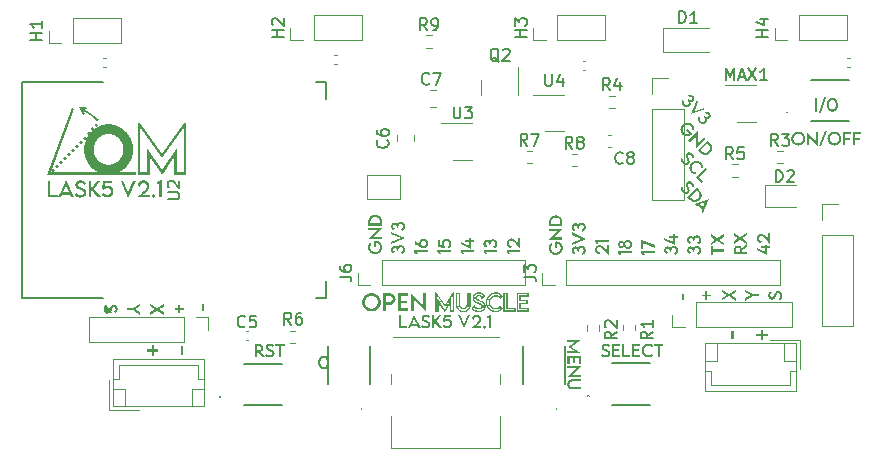
<source format=gbr>
%TF.GenerationSoftware,KiCad,Pcbnew,7.0.7*%
%TF.CreationDate,2025-04-06T11:57:42-05:00*%
%TF.ProjectId,LASK5_V2-0,4c41534b-355f-4563-922d-302e6b696361,rev?*%
%TF.SameCoordinates,Original*%
%TF.FileFunction,Legend,Top*%
%TF.FilePolarity,Positive*%
%FSLAX46Y46*%
G04 Gerber Fmt 4.6, Leading zero omitted, Abs format (unit mm)*
G04 Created by KiCad (PCBNEW 7.0.7) date 2025-04-06 11:57:42*
%MOMM*%
%LPD*%
G01*
G04 APERTURE LIST*
%ADD10C,0.000000*%
%ADD11C,0.150000*%
%ADD12C,0.120000*%
%ADD13C,0.200000*%
%ADD14C,0.100000*%
%ADD15C,0.152400*%
G04 APERTURE END LIST*
D10*
G36*
X153417146Y-93236454D02*
G01*
X153756803Y-92467651D01*
X153947770Y-92467651D01*
X153423489Y-93626846D01*
X153411511Y-93626846D01*
X152889345Y-92467651D01*
X153078901Y-92467651D01*
X153417146Y-93236454D01*
G37*
G36*
X127157561Y-95393472D02*
G01*
X127537735Y-95393472D01*
X127537735Y-95602177D01*
X127157561Y-95602177D01*
X127157561Y-95929971D01*
X126948859Y-95929971D01*
X126948859Y-95602177D01*
X126566924Y-95602177D01*
X126566924Y-95393472D01*
X126948859Y-95393472D01*
X126948859Y-95064861D01*
X127157561Y-95064861D01*
X127157561Y-95393472D01*
G37*
G36*
X187010082Y-77155177D02*
G01*
X186511877Y-77155177D01*
X186511877Y-77458892D01*
X186941730Y-77458892D01*
X186941730Y-77636469D01*
X186511877Y-77636469D01*
X186511877Y-78117766D01*
X186333592Y-78117766D01*
X186333592Y-76977596D01*
X187010082Y-76977596D01*
X187010082Y-77155177D01*
G37*
G36*
X180027672Y-90446084D02*
G01*
X180045922Y-90447594D01*
X180063730Y-90450085D01*
X180081085Y-90453535D01*
X180097976Y-90457921D01*
X180114394Y-90463222D01*
X180130327Y-90469417D01*
X180145764Y-90476482D01*
X180160696Y-90484398D01*
X180175111Y-90493141D01*
X180189000Y-90502690D01*
X180202350Y-90513023D01*
X180215153Y-90524118D01*
X180227397Y-90535954D01*
X180239072Y-90548508D01*
X180250167Y-90561760D01*
X180260671Y-90575686D01*
X180270574Y-90590266D01*
X180279866Y-90605477D01*
X180288535Y-90621298D01*
X180296572Y-90637707D01*
X180303966Y-90654682D01*
X180310705Y-90672201D01*
X180316780Y-90690242D01*
X180322180Y-90708785D01*
X180326894Y-90727805D01*
X180330912Y-90747283D01*
X180334223Y-90767197D01*
X180336817Y-90787523D01*
X180338683Y-90808241D01*
X180339810Y-90829329D01*
X180340188Y-90850765D01*
X180339175Y-90885243D01*
X180336178Y-90918617D01*
X180331260Y-90950841D01*
X180324487Y-90981869D01*
X180315922Y-91011654D01*
X180305629Y-91040150D01*
X180293672Y-91067310D01*
X180280115Y-91093088D01*
X180265022Y-91117437D01*
X180248457Y-91140311D01*
X180230484Y-91161664D01*
X180211167Y-91181448D01*
X180190570Y-91199618D01*
X180168757Y-91216127D01*
X180145791Y-91230929D01*
X180121738Y-91243977D01*
X180020968Y-91103041D01*
X180029180Y-91098158D01*
X180037167Y-91093023D01*
X180044927Y-91087644D01*
X180052456Y-91082024D01*
X180059753Y-91076169D01*
X180066816Y-91070085D01*
X180073642Y-91063776D01*
X180080228Y-91057249D01*
X180086573Y-91050508D01*
X180092674Y-91043558D01*
X180098529Y-91036406D01*
X180104135Y-91029055D01*
X180109490Y-91021512D01*
X180114593Y-91013782D01*
X180119440Y-91005870D01*
X180124028Y-90997781D01*
X180128357Y-90989521D01*
X180132424Y-90981095D01*
X180136225Y-90972508D01*
X180139760Y-90963765D01*
X180143025Y-90954872D01*
X180146018Y-90945835D01*
X180148738Y-90936658D01*
X180151180Y-90927346D01*
X180153345Y-90917906D01*
X180155228Y-90908341D01*
X180156828Y-90898659D01*
X180158142Y-90888863D01*
X180159168Y-90878959D01*
X180159904Y-90868953D01*
X180160347Y-90858849D01*
X180160495Y-90848653D01*
X180159786Y-90825118D01*
X180157692Y-90802405D01*
X180154266Y-90780611D01*
X180149562Y-90759831D01*
X180143631Y-90740162D01*
X180136527Y-90721700D01*
X180128302Y-90704540D01*
X180119008Y-90688779D01*
X180108698Y-90674513D01*
X180097426Y-90661837D01*
X180091445Y-90656126D01*
X180085243Y-90650848D01*
X180078826Y-90646016D01*
X180072202Y-90641642D01*
X180065376Y-90637737D01*
X180058356Y-90634315D01*
X180051147Y-90631385D01*
X180043757Y-90628962D01*
X180036192Y-90627056D01*
X180028459Y-90625680D01*
X180020563Y-90624845D01*
X180012513Y-90624564D01*
X180002790Y-90624997D01*
X179993305Y-90626274D01*
X179984050Y-90628366D01*
X179975020Y-90631242D01*
X179966207Y-90634872D01*
X179957606Y-90639224D01*
X179949210Y-90644270D01*
X179941012Y-90649977D01*
X179933006Y-90656316D01*
X179925185Y-90663257D01*
X179917544Y-90670768D01*
X179910075Y-90678820D01*
X179902772Y-90687381D01*
X179895630Y-90696422D01*
X179888640Y-90705912D01*
X179881797Y-90715821D01*
X179868526Y-90736772D01*
X179855765Y-90759032D01*
X179843462Y-90782357D01*
X179831566Y-90806504D01*
X179820025Y-90831229D01*
X179808788Y-90856288D01*
X179787016Y-90906435D01*
X179764163Y-90956755D01*
X179752026Y-90981840D01*
X179739220Y-91006555D01*
X179725602Y-91030664D01*
X179711024Y-91053927D01*
X179695341Y-91076106D01*
X179678409Y-91096963D01*
X179660081Y-91116260D01*
X179650348Y-91125248D01*
X179640212Y-91133757D01*
X179629654Y-91141756D01*
X179618656Y-91149216D01*
X179607200Y-91156107D01*
X179595267Y-91162399D01*
X179582841Y-91168063D01*
X179569901Y-91173068D01*
X179556431Y-91177385D01*
X179542412Y-91180984D01*
X179527826Y-91183835D01*
X179512654Y-91185908D01*
X179496878Y-91187174D01*
X179480481Y-91187603D01*
X179463208Y-91187134D01*
X179446278Y-91185740D01*
X179429706Y-91183445D01*
X179413504Y-91180270D01*
X179397687Y-91176235D01*
X179382266Y-91171363D01*
X179367256Y-91165676D01*
X179352671Y-91159195D01*
X179338523Y-91151942D01*
X179324827Y-91143939D01*
X179311594Y-91135206D01*
X179298840Y-91125767D01*
X179286577Y-91115642D01*
X179274819Y-91104854D01*
X179263579Y-91093423D01*
X179252870Y-91081372D01*
X179242707Y-91068722D01*
X179233102Y-91055496D01*
X179224069Y-91041714D01*
X179215621Y-91027398D01*
X179207772Y-91012570D01*
X179200535Y-90997252D01*
X179193923Y-90981466D01*
X179187951Y-90965232D01*
X179182631Y-90948573D01*
X179177976Y-90931511D01*
X179174001Y-90914066D01*
X179170719Y-90896262D01*
X179168142Y-90878118D01*
X179166286Y-90859658D01*
X179165162Y-90840903D01*
X179164784Y-90821874D01*
X179165693Y-90791972D01*
X179168389Y-90763078D01*
X179172825Y-90735240D01*
X179178955Y-90708509D01*
X179186733Y-90682935D01*
X179196111Y-90658565D01*
X179207044Y-90635452D01*
X179219486Y-90613643D01*
X179233389Y-90593188D01*
X179248707Y-90574137D01*
X179265394Y-90556539D01*
X179283403Y-90540445D01*
X179302688Y-90525903D01*
X179323202Y-90512963D01*
X179344899Y-90501674D01*
X179367733Y-90492087D01*
X179459341Y-90624564D01*
X179452239Y-90627992D01*
X179445338Y-90631665D01*
X179438638Y-90635575D01*
X179432141Y-90639716D01*
X179425849Y-90644081D01*
X179419764Y-90648661D01*
X179413887Y-90653452D01*
X179408220Y-90658444D01*
X179402764Y-90663631D01*
X179397522Y-90669007D01*
X179392494Y-90674563D01*
X179387684Y-90680293D01*
X179383091Y-90686190D01*
X179378719Y-90692246D01*
X179374568Y-90698455D01*
X179370640Y-90704809D01*
X179366938Y-90711302D01*
X179363462Y-90717926D01*
X179360215Y-90724674D01*
X179357198Y-90731539D01*
X179354412Y-90738514D01*
X179351860Y-90745592D01*
X179349543Y-90752766D01*
X179347462Y-90760028D01*
X179345621Y-90767372D01*
X179344019Y-90774790D01*
X179342659Y-90782276D01*
X179341543Y-90789822D01*
X179340671Y-90797421D01*
X179340047Y-90805066D01*
X179339671Y-90812750D01*
X179339545Y-90820466D01*
X179339734Y-90830180D01*
X179340293Y-90839758D01*
X179342488Y-90858463D01*
X179346058Y-90876491D01*
X179350930Y-90893752D01*
X179357033Y-90910153D01*
X179364294Y-90925605D01*
X179372641Y-90940017D01*
X179382002Y-90953297D01*
X179387040Y-90959484D01*
X179392304Y-90965355D01*
X179397786Y-90970897D01*
X179403476Y-90976100D01*
X179409365Y-90980952D01*
X179415444Y-90985441D01*
X179421705Y-90989557D01*
X179428137Y-90993288D01*
X179434733Y-90996622D01*
X179441483Y-90999549D01*
X179448378Y-91002056D01*
X179455409Y-91004133D01*
X179462567Y-91005768D01*
X179469842Y-91006950D01*
X179477227Y-91007668D01*
X179484712Y-91007910D01*
X179492871Y-91007604D01*
X179500711Y-91006697D01*
X179508248Y-91005201D01*
X179515496Y-91003128D01*
X179522472Y-91000494D01*
X179529191Y-90997310D01*
X179535669Y-90993589D01*
X179541921Y-90989346D01*
X179547962Y-90984592D01*
X179553808Y-90979342D01*
X179559474Y-90973609D01*
X179564976Y-90967404D01*
X179570330Y-90960743D01*
X179575550Y-90953637D01*
X179580653Y-90946101D01*
X179585654Y-90938146D01*
X179590568Y-90929787D01*
X179595411Y-90921037D01*
X179604945Y-90902414D01*
X179614380Y-90882384D01*
X179623839Y-90861050D01*
X179664405Y-90764796D01*
X179679314Y-90731598D01*
X179694529Y-90699488D01*
X179710174Y-90668610D01*
X179726372Y-90639110D01*
X179743247Y-90611133D01*
X179760923Y-90584826D01*
X179779524Y-90560333D01*
X179799174Y-90537801D01*
X179819996Y-90517374D01*
X179830885Y-90507996D01*
X179842115Y-90499199D01*
X179853699Y-90491001D01*
X179865654Y-90483420D01*
X179877995Y-90476475D01*
X179890737Y-90470184D01*
X179903897Y-90464565D01*
X179917488Y-90459636D01*
X179931528Y-90455416D01*
X179946032Y-90451922D01*
X179961014Y-90449173D01*
X179976491Y-90447186D01*
X179992477Y-90445981D01*
X180008989Y-90445575D01*
X180027672Y-90446084D01*
G37*
G36*
X166984312Y-95883105D02*
G01*
X167490976Y-95883105D01*
X167490976Y-96060683D01*
X166806027Y-96060683D01*
X166806027Y-94924743D01*
X166984312Y-94924743D01*
X166984312Y-95883105D01*
G37*
G36*
X120114813Y-78845363D02*
G01*
X119947420Y-79018880D01*
X119773904Y-78851487D01*
X119941297Y-78677971D01*
X120114813Y-78845363D01*
G37*
G36*
X163302016Y-98104249D02*
G01*
X162597338Y-98104249D01*
X162582732Y-98104570D01*
X162568387Y-98105525D01*
X162554317Y-98107098D01*
X162540534Y-98109274D01*
X162527051Y-98112038D01*
X162513883Y-98115374D01*
X162501043Y-98119269D01*
X162488543Y-98123705D01*
X162476398Y-98128670D01*
X162464619Y-98134146D01*
X162453222Y-98140120D01*
X162442218Y-98146577D01*
X162431621Y-98153500D01*
X162421445Y-98160875D01*
X162411703Y-98168687D01*
X162402408Y-98176921D01*
X162393573Y-98185562D01*
X162385212Y-98194594D01*
X162377337Y-98204003D01*
X162369963Y-98213773D01*
X162363103Y-98223890D01*
X162356769Y-98234337D01*
X162350976Y-98245101D01*
X162345736Y-98256166D01*
X162341062Y-98267517D01*
X162336969Y-98279138D01*
X162333469Y-98291015D01*
X162330575Y-98303133D01*
X162328302Y-98315477D01*
X162326661Y-98328031D01*
X162325667Y-98340780D01*
X162325333Y-98353709D01*
X162325667Y-98366642D01*
X162326661Y-98379403D01*
X162328302Y-98391976D01*
X162330575Y-98404345D01*
X162333469Y-98416494D01*
X162336969Y-98428409D01*
X162341062Y-98440073D01*
X162345736Y-98451471D01*
X162350976Y-98462587D01*
X162356769Y-98473405D01*
X162363103Y-98483911D01*
X162369963Y-98494088D01*
X162377337Y-98503921D01*
X162385212Y-98513393D01*
X162393573Y-98522491D01*
X162402408Y-98531197D01*
X162411703Y-98539497D01*
X162421445Y-98547374D01*
X162431621Y-98554813D01*
X162442218Y-98561799D01*
X162453222Y-98568316D01*
X162464619Y-98574348D01*
X162476398Y-98579879D01*
X162488543Y-98584895D01*
X162501043Y-98589379D01*
X162513883Y-98593315D01*
X162527051Y-98596689D01*
X162540534Y-98599485D01*
X162554317Y-98601686D01*
X162568387Y-98603278D01*
X162582732Y-98604244D01*
X162597338Y-98604570D01*
X163302016Y-98604570D01*
X163302016Y-98784263D01*
X162596634Y-98784263D01*
X162572399Y-98783716D01*
X162548594Y-98782091D01*
X162525243Y-98779413D01*
X162502367Y-98775706D01*
X162479988Y-98770996D01*
X162458130Y-98765306D01*
X162436813Y-98758662D01*
X162416060Y-98751088D01*
X162395894Y-98742609D01*
X162376336Y-98733249D01*
X162357409Y-98723033D01*
X162339135Y-98711986D01*
X162321536Y-98700132D01*
X162304634Y-98687496D01*
X162288452Y-98674102D01*
X162273011Y-98659976D01*
X162258334Y-98645142D01*
X162244443Y-98629624D01*
X162231361Y-98613447D01*
X162219109Y-98596636D01*
X162207709Y-98579216D01*
X162197185Y-98561210D01*
X162187557Y-98542645D01*
X162178849Y-98523544D01*
X162171082Y-98503932D01*
X162164278Y-98483833D01*
X162158461Y-98463273D01*
X162153651Y-98442276D01*
X162149871Y-98420866D01*
X162147144Y-98399069D01*
X162145492Y-98376908D01*
X162144936Y-98354409D01*
X162145492Y-98331913D01*
X162147144Y-98309759D01*
X162149871Y-98287972D01*
X162153651Y-98266576D01*
X162158461Y-98245595D01*
X162164278Y-98225054D01*
X162171082Y-98204977D01*
X162178849Y-98185389D01*
X162187557Y-98166313D01*
X162197185Y-98147776D01*
X162207709Y-98129799D01*
X162219109Y-98112410D01*
X162231361Y-98095630D01*
X162244443Y-98079486D01*
X162258334Y-98064001D01*
X162273011Y-98049199D01*
X162288452Y-98035106D01*
X162304634Y-98021745D01*
X162321536Y-98009141D01*
X162339135Y-97997319D01*
X162357409Y-97986302D01*
X162376336Y-97976115D01*
X162395894Y-97966782D01*
X162416060Y-97958329D01*
X162436813Y-97950778D01*
X162458130Y-97944155D01*
X162479988Y-97938484D01*
X162502367Y-97933790D01*
X162525243Y-97930096D01*
X162548594Y-97927427D01*
X162572399Y-97925808D01*
X162596634Y-97925263D01*
X163302016Y-97925263D01*
X163302016Y-98104249D01*
G37*
G36*
X171191287Y-86626005D02*
G01*
X171208553Y-86627453D01*
X171225629Y-86629840D01*
X171242488Y-86633143D01*
X171259104Y-86637341D01*
X171275454Y-86642411D01*
X171291510Y-86648332D01*
X171307248Y-86655081D01*
X171322642Y-86662636D01*
X171337668Y-86670975D01*
X171352298Y-86680076D01*
X171366509Y-86689917D01*
X171380274Y-86700476D01*
X171393569Y-86711731D01*
X171406367Y-86723660D01*
X171418643Y-86736240D01*
X171430373Y-86749450D01*
X171441529Y-86763268D01*
X171452088Y-86777671D01*
X171462024Y-86792638D01*
X171471311Y-86808146D01*
X171479924Y-86824174D01*
X171487837Y-86840699D01*
X171495025Y-86857699D01*
X171501462Y-86875152D01*
X171507124Y-86893036D01*
X171511984Y-86911329D01*
X171516018Y-86930010D01*
X171519200Y-86949055D01*
X171521504Y-86968443D01*
X171522905Y-86988151D01*
X171523377Y-87008159D01*
X171523015Y-87025338D01*
X171521938Y-87042379D01*
X171520165Y-87059261D01*
X171517712Y-87075967D01*
X171510835Y-87108771D01*
X171501444Y-87140637D01*
X171489674Y-87171414D01*
X171475662Y-87200948D01*
X171459545Y-87229086D01*
X171441458Y-87255675D01*
X171421537Y-87280564D01*
X171399920Y-87303599D01*
X171376742Y-87324627D01*
X171352139Y-87343495D01*
X171326249Y-87360052D01*
X171299206Y-87374143D01*
X171285295Y-87380217D01*
X171271148Y-87385617D01*
X171256780Y-87390324D01*
X171242210Y-87394320D01*
X171197814Y-87219562D01*
X171205807Y-87217386D01*
X171213660Y-87214828D01*
X171221366Y-87211898D01*
X171228917Y-87208608D01*
X171236306Y-87204967D01*
X171243526Y-87200986D01*
X171250568Y-87196676D01*
X171257427Y-87192047D01*
X171264093Y-87187108D01*
X171270559Y-87181872D01*
X171276819Y-87176348D01*
X171282864Y-87170547D01*
X171288687Y-87164479D01*
X171294281Y-87158154D01*
X171299638Y-87151584D01*
X171304751Y-87144778D01*
X171309611Y-87137747D01*
X171314213Y-87130501D01*
X171318547Y-87123052D01*
X171322607Y-87115409D01*
X171326386Y-87107582D01*
X171329875Y-87099583D01*
X171333067Y-87091421D01*
X171335955Y-87083107D01*
X171338531Y-87074652D01*
X171340788Y-87066067D01*
X171342719Y-87057360D01*
X171344315Y-87048544D01*
X171345569Y-87039628D01*
X171346475Y-87030622D01*
X171347023Y-87021538D01*
X171347208Y-87012386D01*
X171346948Y-87001190D01*
X171346179Y-86990202D01*
X171344916Y-86979431D01*
X171343174Y-86968887D01*
X171340967Y-86958581D01*
X171338312Y-86948521D01*
X171335223Y-86938717D01*
X171331716Y-86929179D01*
X171327804Y-86919917D01*
X171323504Y-86910940D01*
X171318831Y-86902258D01*
X171313800Y-86893880D01*
X171308425Y-86885817D01*
X171302722Y-86878078D01*
X171296706Y-86870673D01*
X171290392Y-86863611D01*
X171283796Y-86856902D01*
X171276931Y-86850555D01*
X171269814Y-86844581D01*
X171262460Y-86838990D01*
X171254883Y-86833789D01*
X171247098Y-86828991D01*
X171239122Y-86824603D01*
X171230968Y-86820636D01*
X171222652Y-86817100D01*
X171214189Y-86814003D01*
X171205595Y-86811357D01*
X171196883Y-86809170D01*
X171188070Y-86807452D01*
X171179171Y-86806213D01*
X171170200Y-86805462D01*
X171161172Y-86805210D01*
X171148374Y-86805616D01*
X171135879Y-86806825D01*
X171123696Y-86808820D01*
X171111831Y-86811588D01*
X171100291Y-86815112D01*
X171089084Y-86819378D01*
X171078215Y-86824369D01*
X171067692Y-86830072D01*
X171057523Y-86836471D01*
X171047713Y-86843549D01*
X171038271Y-86851294D01*
X171029202Y-86859688D01*
X171020514Y-86868717D01*
X171012214Y-86878366D01*
X171004309Y-86888619D01*
X170996806Y-86899461D01*
X170989712Y-86910877D01*
X170983033Y-86922852D01*
X170976777Y-86935370D01*
X170970950Y-86948417D01*
X170965560Y-86961977D01*
X170960614Y-86976034D01*
X170956119Y-86990574D01*
X170952081Y-87005581D01*
X170948507Y-87021040D01*
X170945405Y-87036937D01*
X170942781Y-87053255D01*
X170940643Y-87069979D01*
X170938997Y-87087094D01*
X170937850Y-87104586D01*
X170937210Y-87122438D01*
X170937083Y-87140636D01*
X170832793Y-87112449D01*
X170832055Y-87087932D01*
X170829859Y-87063897D01*
X170826234Y-87040496D01*
X170821210Y-87017880D01*
X170814815Y-86996202D01*
X170807078Y-86975612D01*
X170798028Y-86956263D01*
X170787693Y-86938307D01*
X170776104Y-86921895D01*
X170769847Y-86914316D01*
X170763288Y-86907179D01*
X170756429Y-86900505D01*
X170749275Y-86894311D01*
X170741828Y-86888617D01*
X170734093Y-86883442D01*
X170726073Y-86878805D01*
X170717772Y-86874724D01*
X170709193Y-86871220D01*
X170700340Y-86868310D01*
X170691216Y-86866013D01*
X170681826Y-86864349D01*
X170672172Y-86863337D01*
X170662259Y-86862996D01*
X170654470Y-86863194D01*
X170646833Y-86863784D01*
X170639353Y-86864754D01*
X170632036Y-86866096D01*
X170624889Y-86867800D01*
X170617918Y-86869856D01*
X170611130Y-86872255D01*
X170604530Y-86874986D01*
X170598126Y-86878040D01*
X170591923Y-86881408D01*
X170585927Y-86885079D01*
X170580146Y-86889045D01*
X170574585Y-86893295D01*
X170569251Y-86897819D01*
X170564150Y-86902609D01*
X170559289Y-86907654D01*
X170554672Y-86912945D01*
X170550308Y-86918471D01*
X170546203Y-86924224D01*
X170542362Y-86930194D01*
X170538791Y-86936370D01*
X170535499Y-86942744D01*
X170532489Y-86949306D01*
X170529770Y-86956045D01*
X170527347Y-86962953D01*
X170525226Y-86970019D01*
X170523415Y-86977234D01*
X170521918Y-86984589D01*
X170520743Y-86992073D01*
X170519896Y-86999677D01*
X170519384Y-87007391D01*
X170519211Y-87015205D01*
X170519355Y-87021782D01*
X170519782Y-87028293D01*
X170520487Y-87034734D01*
X170521466Y-87041095D01*
X170522711Y-87047372D01*
X170524219Y-87053557D01*
X170525983Y-87059643D01*
X170527998Y-87065623D01*
X170530258Y-87071490D01*
X170532759Y-87077239D01*
X170535495Y-87082861D01*
X170538460Y-87088350D01*
X170541650Y-87093699D01*
X170545057Y-87098902D01*
X170548678Y-87103951D01*
X170552507Y-87108839D01*
X170556538Y-87113561D01*
X170560766Y-87118108D01*
X170565185Y-87122474D01*
X170569791Y-87126653D01*
X170574577Y-87130637D01*
X170579538Y-87134420D01*
X170584669Y-87137994D01*
X170589964Y-87141353D01*
X170595419Y-87144491D01*
X170601027Y-87147400D01*
X170606783Y-87150073D01*
X170612682Y-87152503D01*
X170618718Y-87154684D01*
X170624885Y-87156610D01*
X170631180Y-87158272D01*
X170637595Y-87159664D01*
X170599542Y-87342177D01*
X170586906Y-87338987D01*
X170574381Y-87335237D01*
X170561984Y-87330938D01*
X170549736Y-87326101D01*
X170537655Y-87320735D01*
X170525760Y-87314851D01*
X170514070Y-87308459D01*
X170502605Y-87301569D01*
X170491384Y-87294192D01*
X170480425Y-87286338D01*
X170469748Y-87278018D01*
X170459372Y-87269241D01*
X170449316Y-87260019D01*
X170439600Y-87250361D01*
X170430241Y-87240277D01*
X170421259Y-87229779D01*
X170412674Y-87218876D01*
X170404505Y-87207579D01*
X170396770Y-87195897D01*
X170389489Y-87183842D01*
X170382680Y-87171424D01*
X170376363Y-87158653D01*
X170370557Y-87145539D01*
X170365282Y-87132092D01*
X170360555Y-87118324D01*
X170356397Y-87104243D01*
X170352826Y-87089862D01*
X170349861Y-87075189D01*
X170347522Y-87060236D01*
X170345828Y-87045012D01*
X170344798Y-87029528D01*
X170344450Y-87013794D01*
X170344825Y-86997162D01*
X170345941Y-86980710D01*
X170347782Y-86964461D01*
X170350334Y-86948437D01*
X170353580Y-86932661D01*
X170357507Y-86917157D01*
X170362099Y-86901946D01*
X170367341Y-86887052D01*
X170373218Y-86872498D01*
X170379714Y-86858306D01*
X170386815Y-86844499D01*
X170394506Y-86831101D01*
X170402771Y-86818133D01*
X170411595Y-86805620D01*
X170420963Y-86793582D01*
X170430861Y-86782045D01*
X170441273Y-86771029D01*
X170452184Y-86760559D01*
X170463578Y-86750657D01*
X170475442Y-86741346D01*
X170487759Y-86732648D01*
X170500514Y-86724587D01*
X170513693Y-86717185D01*
X170527281Y-86710465D01*
X170541261Y-86704451D01*
X170555620Y-86699164D01*
X170570342Y-86694628D01*
X170585412Y-86690865D01*
X170600815Y-86687899D01*
X170616535Y-86685752D01*
X170632558Y-86684447D01*
X170648869Y-86684007D01*
X170670022Y-86684779D01*
X170690391Y-86687043D01*
X170709950Y-86690724D01*
X170728675Y-86695744D01*
X170746541Y-86702028D01*
X170763523Y-86709499D01*
X170779597Y-86718081D01*
X170794738Y-86727697D01*
X170808921Y-86738271D01*
X170822122Y-86749726D01*
X170834315Y-86761987D01*
X170845475Y-86774976D01*
X170855579Y-86788618D01*
X170864601Y-86802835D01*
X170872517Y-86817553D01*
X170879301Y-86832693D01*
X170887866Y-86810973D01*
X170897709Y-86790004D01*
X170908839Y-86769875D01*
X170921262Y-86750676D01*
X170927961Y-86741453D01*
X170934986Y-86732496D01*
X170942338Y-86723817D01*
X170950017Y-86715427D01*
X170958026Y-86707336D01*
X170966364Y-86699556D01*
X170975033Y-86692099D01*
X170984033Y-86684975D01*
X170993366Y-86678196D01*
X171003031Y-86671773D01*
X171013031Y-86665717D01*
X171023367Y-86660040D01*
X171034038Y-86654752D01*
X171045046Y-86649866D01*
X171056392Y-86645391D01*
X171068076Y-86641340D01*
X171080100Y-86637723D01*
X171092465Y-86634552D01*
X171105171Y-86631838D01*
X171118219Y-86629593D01*
X171131611Y-86627826D01*
X171145347Y-86626551D01*
X171159428Y-86625777D01*
X171173854Y-86625517D01*
X171191287Y-86626005D01*
G37*
G36*
X118364000Y-82296000D02*
G01*
X118993529Y-82296000D01*
X118993529Y-82516641D01*
X118142483Y-82516641D01*
X118142483Y-81105236D01*
X118364000Y-81105236D01*
X118364000Y-82296000D01*
G37*
G36*
X136042231Y-94925217D02*
G01*
X136061687Y-94926621D01*
X136080870Y-94928934D01*
X136099756Y-94932133D01*
X136118320Y-94936196D01*
X136136537Y-94941099D01*
X136154382Y-94946821D01*
X136171831Y-94953338D01*
X136188859Y-94960629D01*
X136205441Y-94968670D01*
X136221552Y-94977439D01*
X136237168Y-94986914D01*
X136252263Y-94997072D01*
X136266814Y-95007889D01*
X136280794Y-95019345D01*
X136294180Y-95031415D01*
X136306947Y-95044078D01*
X136319070Y-95057311D01*
X136330524Y-95071091D01*
X136341284Y-95085396D01*
X136351325Y-95100204D01*
X136360624Y-95115490D01*
X136369154Y-95131234D01*
X136376892Y-95147412D01*
X136383812Y-95164002D01*
X136389890Y-95180982D01*
X136395100Y-95198328D01*
X136399419Y-95216018D01*
X136402822Y-95234030D01*
X136405282Y-95252340D01*
X136406777Y-95270927D01*
X136407281Y-95289768D01*
X136406189Y-95317011D01*
X136402969Y-95343712D01*
X136397707Y-95369772D01*
X136390490Y-95395095D01*
X136381402Y-95419585D01*
X136370529Y-95443142D01*
X136357957Y-95465672D01*
X136343771Y-95487077D01*
X136328058Y-95507259D01*
X136310903Y-95526123D01*
X136292392Y-95543570D01*
X136272610Y-95559503D01*
X136251643Y-95573827D01*
X136229576Y-95586443D01*
X136206496Y-95597255D01*
X136182488Y-95606166D01*
X136512983Y-96060683D01*
X136293828Y-96060683D01*
X135987998Y-95620967D01*
X135848472Y-95620967D01*
X135848472Y-96060683D01*
X135670188Y-96060683D01*
X135669593Y-95101620D01*
X135847766Y-95101620D01*
X135847766Y-95472984D01*
X136026755Y-95472984D01*
X136036743Y-95472797D01*
X136046614Y-95472111D01*
X136056356Y-95470939D01*
X136065955Y-95469295D01*
X136075399Y-95467192D01*
X136084673Y-95464644D01*
X136093765Y-95461664D01*
X136102662Y-95458264D01*
X136111350Y-95454459D01*
X136119817Y-95450262D01*
X136128049Y-95445685D01*
X136136033Y-95440742D01*
X136143755Y-95435447D01*
X136151203Y-95429813D01*
X136158364Y-95423853D01*
X136165224Y-95417580D01*
X136171771Y-95411008D01*
X136177990Y-95404150D01*
X136183870Y-95397018D01*
X136189396Y-95389628D01*
X136194555Y-95381991D01*
X136199335Y-95374121D01*
X136203722Y-95366032D01*
X136207704Y-95357736D01*
X136211266Y-95349247D01*
X136214396Y-95340579D01*
X136217080Y-95331744D01*
X136219306Y-95322756D01*
X136221060Y-95313628D01*
X136222329Y-95304373D01*
X136223101Y-95295005D01*
X136223361Y-95285537D01*
X136223097Y-95275710D01*
X136222314Y-95266053D01*
X136221026Y-95256575D01*
X136219248Y-95247286D01*
X136216993Y-95238196D01*
X136214275Y-95229313D01*
X136211108Y-95220647D01*
X136207505Y-95212207D01*
X136203482Y-95204003D01*
X136199051Y-95196043D01*
X136194227Y-95188337D01*
X136189024Y-95180894D01*
X136183455Y-95173723D01*
X136177535Y-95166835D01*
X136171277Y-95160238D01*
X136164696Y-95153941D01*
X136157805Y-95147953D01*
X136150618Y-95142285D01*
X136143149Y-95136945D01*
X136135413Y-95131942D01*
X136127423Y-95127286D01*
X136119192Y-95122987D01*
X136110736Y-95119053D01*
X136102067Y-95115493D01*
X136093201Y-95112317D01*
X136084150Y-95109535D01*
X136074928Y-95107155D01*
X136065551Y-95105188D01*
X136056031Y-95103641D01*
X136046382Y-95102525D01*
X136036619Y-95101848D01*
X136026755Y-95101620D01*
X135847766Y-95101620D01*
X135669593Y-95101620D01*
X135669483Y-94924743D01*
X136022527Y-94924743D01*
X136042231Y-94925217D01*
G37*
G36*
X148076443Y-86571042D02*
G01*
X148093710Y-86572490D01*
X148110785Y-86574877D01*
X148127644Y-86578180D01*
X148144261Y-86582378D01*
X148160610Y-86587448D01*
X148176666Y-86593369D01*
X148192404Y-86600117D01*
X148207799Y-86607672D01*
X148222824Y-86616011D01*
X148237455Y-86625112D01*
X148251665Y-86634953D01*
X148265430Y-86645512D01*
X148278725Y-86656767D01*
X148291523Y-86668696D01*
X148303799Y-86681276D01*
X148315529Y-86694486D01*
X148326686Y-86708303D01*
X148337245Y-86722706D01*
X148347180Y-86737673D01*
X148356467Y-86753181D01*
X148365080Y-86769208D01*
X148372993Y-86785733D01*
X148380181Y-86802733D01*
X148386618Y-86820186D01*
X148392280Y-86838070D01*
X148397141Y-86856363D01*
X148401174Y-86875043D01*
X148404356Y-86894088D01*
X148406660Y-86913476D01*
X148408061Y-86933185D01*
X148408534Y-86953192D01*
X148408171Y-86970372D01*
X148407095Y-86987412D01*
X148405321Y-87004295D01*
X148402869Y-87021001D01*
X148395992Y-87053805D01*
X148386600Y-87085672D01*
X148374830Y-87116448D01*
X148360819Y-87145982D01*
X148344701Y-87174121D01*
X148326614Y-87200711D01*
X148306694Y-87225600D01*
X148285076Y-87248635D01*
X148261898Y-87269663D01*
X148237296Y-87288532D01*
X148211405Y-87305089D01*
X148184362Y-87319180D01*
X148170452Y-87325254D01*
X148156304Y-87330654D01*
X148141937Y-87335362D01*
X148127366Y-87339357D01*
X148082970Y-87164596D01*
X148090963Y-87162419D01*
X148098816Y-87159861D01*
X148106522Y-87156932D01*
X148114073Y-87153642D01*
X148121462Y-87150001D01*
X148128682Y-87146020D01*
X148135725Y-87141710D01*
X148142583Y-87137080D01*
X148149249Y-87132142D01*
X148155716Y-87126906D01*
X148161975Y-87121382D01*
X148168020Y-87115581D01*
X148173844Y-87109513D01*
X148179438Y-87103188D01*
X148184795Y-87096618D01*
X148189907Y-87089812D01*
X148194768Y-87082781D01*
X148199369Y-87075535D01*
X148203703Y-87068086D01*
X148207764Y-87060442D01*
X148211542Y-87052616D01*
X148215031Y-87044616D01*
X148218223Y-87036455D01*
X148221111Y-87028141D01*
X148223688Y-87019686D01*
X148225945Y-87011100D01*
X148227875Y-87002394D01*
X148229471Y-86993577D01*
X148230726Y-86984661D01*
X148231631Y-86975656D01*
X148232180Y-86966572D01*
X148232364Y-86957420D01*
X148232104Y-86946224D01*
X148231335Y-86935235D01*
X148230072Y-86924465D01*
X148228330Y-86913921D01*
X148226124Y-86903615D01*
X148223469Y-86893555D01*
X148220380Y-86883751D01*
X148216872Y-86874213D01*
X148212961Y-86864951D01*
X148208661Y-86855974D01*
X148203988Y-86847293D01*
X148198956Y-86838915D01*
X148193581Y-86830852D01*
X148187878Y-86823113D01*
X148181862Y-86815708D01*
X148175549Y-86808646D01*
X148168952Y-86801937D01*
X148162088Y-86795591D01*
X148154970Y-86789617D01*
X148147616Y-86784026D01*
X148140039Y-86778826D01*
X148132255Y-86774027D01*
X148124278Y-86769639D01*
X148116124Y-86765673D01*
X148107808Y-86762136D01*
X148099346Y-86759040D01*
X148090751Y-86756394D01*
X148082040Y-86754207D01*
X148073227Y-86752489D01*
X148064327Y-86751250D01*
X148055356Y-86750500D01*
X148046328Y-86750247D01*
X148033530Y-86750653D01*
X148021036Y-86751862D01*
X148008852Y-86753858D01*
X147996987Y-86756625D01*
X147985448Y-86760149D01*
X147974240Y-86764415D01*
X147963371Y-86769406D01*
X147952849Y-86775109D01*
X147942679Y-86781507D01*
X147932870Y-86788586D01*
X147923427Y-86796330D01*
X147914359Y-86804724D01*
X147905671Y-86813753D01*
X147897371Y-86823402D01*
X147889466Y-86833655D01*
X147881962Y-86844497D01*
X147874868Y-86855913D01*
X147868189Y-86867888D01*
X147861933Y-86880406D01*
X147856107Y-86893453D01*
X147850717Y-86907012D01*
X147845771Y-86921070D01*
X147841275Y-86935609D01*
X147837237Y-86950617D01*
X147833663Y-86966076D01*
X147830561Y-86981973D01*
X147827937Y-86998291D01*
X147825799Y-87015015D01*
X147824153Y-87032131D01*
X147823007Y-87049623D01*
X147822366Y-87067475D01*
X147822240Y-87085673D01*
X147717949Y-87057486D01*
X147717211Y-87032968D01*
X147715015Y-87008933D01*
X147711390Y-86985531D01*
X147706366Y-86962915D01*
X147699971Y-86941236D01*
X147692234Y-86920647D01*
X147683184Y-86901298D01*
X147672850Y-86883341D01*
X147661260Y-86866929D01*
X147655004Y-86859350D01*
X147648444Y-86852213D01*
X147641586Y-86845539D01*
X147634431Y-86839345D01*
X147626985Y-86833651D01*
X147619249Y-86828476D01*
X147611229Y-86823839D01*
X147602928Y-86819758D01*
X147594349Y-86816253D01*
X147585496Y-86813343D01*
X147576372Y-86811047D01*
X147566982Y-86809383D01*
X147557328Y-86808371D01*
X147547415Y-86808029D01*
X147539627Y-86808228D01*
X147531989Y-86808818D01*
X147524509Y-86809788D01*
X147517192Y-86811130D01*
X147510045Y-86812834D01*
X147503075Y-86814890D01*
X147496286Y-86817289D01*
X147489687Y-86820020D01*
X147483282Y-86823074D01*
X147477079Y-86826442D01*
X147471084Y-86830113D01*
X147465303Y-86834079D01*
X147459742Y-86838329D01*
X147454408Y-86842853D01*
X147449307Y-86847643D01*
X147444445Y-86852688D01*
X147439829Y-86857978D01*
X147435465Y-86863505D01*
X147431359Y-86869258D01*
X147427518Y-86875228D01*
X147423948Y-86881404D01*
X147420655Y-86887778D01*
X147417646Y-86894340D01*
X147414926Y-86901079D01*
X147412503Y-86907987D01*
X147410383Y-86915053D01*
X147408571Y-86922268D01*
X147407075Y-86929623D01*
X147405900Y-86937107D01*
X147405053Y-86944710D01*
X147404540Y-86952425D01*
X147404368Y-86960239D01*
X147404511Y-86966815D01*
X147404938Y-86973327D01*
X147405644Y-86979767D01*
X147406622Y-86986129D01*
X147407868Y-86992406D01*
X147409375Y-86998591D01*
X147411139Y-87004676D01*
X147413154Y-87010657D01*
X147415415Y-87016524D01*
X147417916Y-87022273D01*
X147420652Y-87027895D01*
X147423617Y-87033384D01*
X147426806Y-87038733D01*
X147430214Y-87043935D01*
X147433835Y-87048984D01*
X147437663Y-87053873D01*
X147441694Y-87058594D01*
X147445922Y-87063142D01*
X147450342Y-87067508D01*
X147454947Y-87071687D01*
X147459733Y-87075671D01*
X147464694Y-87079453D01*
X147469825Y-87083028D01*
X147475121Y-87086387D01*
X147480575Y-87089525D01*
X147486183Y-87092433D01*
X147491939Y-87095106D01*
X147497838Y-87097537D01*
X147503874Y-87099718D01*
X147510042Y-87101643D01*
X147516336Y-87103306D01*
X147522751Y-87104698D01*
X147484698Y-87287210D01*
X147472063Y-87284020D01*
X147459537Y-87280271D01*
X147447141Y-87275972D01*
X147434892Y-87271135D01*
X147422811Y-87265769D01*
X147410916Y-87259885D01*
X147399227Y-87253493D01*
X147387762Y-87246603D01*
X147376540Y-87239226D01*
X147365582Y-87231373D01*
X147354905Y-87223053D01*
X147344529Y-87214276D01*
X147334473Y-87205054D01*
X147324756Y-87195396D01*
X147315397Y-87185313D01*
X147306416Y-87174814D01*
X147297831Y-87163911D01*
X147289661Y-87152614D01*
X147281926Y-87140933D01*
X147274645Y-87128878D01*
X147267836Y-87116460D01*
X147261520Y-87103689D01*
X147255714Y-87090575D01*
X147250438Y-87077129D01*
X147245712Y-87063360D01*
X147241553Y-87049280D01*
X147237982Y-87034899D01*
X147235018Y-87020226D01*
X147232679Y-87005273D01*
X147230984Y-86990049D01*
X147229954Y-86974565D01*
X147229606Y-86958831D01*
X147229981Y-86942199D01*
X147231097Y-86925747D01*
X147232938Y-86909497D01*
X147235490Y-86893473D01*
X147238737Y-86877697D01*
X147242664Y-86862192D01*
X147247255Y-86846982D01*
X147252497Y-86832087D01*
X147258374Y-86817533D01*
X147264870Y-86803341D01*
X147271971Y-86789534D01*
X147279662Y-86776135D01*
X147287927Y-86763168D01*
X147296751Y-86750654D01*
X147306120Y-86738617D01*
X147316018Y-86727079D01*
X147326429Y-86716064D01*
X147337340Y-86705593D01*
X147348735Y-86695691D01*
X147360598Y-86686380D01*
X147372915Y-86677682D01*
X147385671Y-86669621D01*
X147398850Y-86662219D01*
X147412437Y-86655499D01*
X147426418Y-86649484D01*
X147440776Y-86644197D01*
X147455498Y-86639661D01*
X147470568Y-86635899D01*
X147485971Y-86632933D01*
X147501692Y-86630786D01*
X147517715Y-86629481D01*
X147534026Y-86629041D01*
X147555179Y-86629812D01*
X147575547Y-86632077D01*
X147595106Y-86635757D01*
X147613831Y-86640778D01*
X147631697Y-86647062D01*
X147648680Y-86654533D01*
X147664754Y-86663114D01*
X147679895Y-86672730D01*
X147694078Y-86683304D01*
X147707278Y-86694760D01*
X147719471Y-86707020D01*
X147730632Y-86720010D01*
X147740736Y-86733651D01*
X147749758Y-86747869D01*
X147757673Y-86762586D01*
X147764457Y-86777727D01*
X147773022Y-86756007D01*
X147782866Y-86735038D01*
X147793995Y-86714909D01*
X147806418Y-86695710D01*
X147813117Y-86686487D01*
X147820142Y-86677531D01*
X147827494Y-86668852D01*
X147835174Y-86660461D01*
X147843182Y-86652371D01*
X147851520Y-86644591D01*
X147860189Y-86637134D01*
X147869189Y-86630011D01*
X147878522Y-86623232D01*
X147888188Y-86616809D01*
X147898188Y-86610753D01*
X147908523Y-86605076D01*
X147919194Y-86599789D01*
X147930202Y-86594902D01*
X147941548Y-86590427D01*
X147953232Y-86586376D01*
X147965257Y-86582760D01*
X147977621Y-86579589D01*
X147990327Y-86576875D01*
X148003376Y-86574630D01*
X148016767Y-86572863D01*
X148030503Y-86571588D01*
X148044584Y-86570815D01*
X148059011Y-86570554D01*
X148076443Y-86571042D01*
G37*
G36*
X153078315Y-91585392D02*
G01*
X153078656Y-91601440D01*
X153079668Y-91617222D01*
X153081337Y-91632723D01*
X153083650Y-91647927D01*
X153086590Y-91662818D01*
X153090145Y-91677380D01*
X153094299Y-91691596D01*
X153099039Y-91705451D01*
X153104349Y-91718929D01*
X153110215Y-91732013D01*
X153116623Y-91744688D01*
X153123558Y-91756938D01*
X153131006Y-91768746D01*
X153138953Y-91780097D01*
X153147384Y-91790975D01*
X153156285Y-91801363D01*
X153165640Y-91811246D01*
X153175437Y-91820607D01*
X153185660Y-91829430D01*
X153196295Y-91837700D01*
X153207327Y-91845401D01*
X153218743Y-91852516D01*
X153230527Y-91859029D01*
X153242665Y-91864925D01*
X153255143Y-91870187D01*
X153267946Y-91874800D01*
X153281061Y-91878747D01*
X153294472Y-91882012D01*
X153308165Y-91884579D01*
X153322125Y-91886433D01*
X153336339Y-91887557D01*
X153350792Y-91887935D01*
X153365342Y-91887557D01*
X153379653Y-91886433D01*
X153393708Y-91884579D01*
X153407495Y-91882012D01*
X153420997Y-91878747D01*
X153434201Y-91874800D01*
X153447092Y-91870187D01*
X153459656Y-91864925D01*
X153471878Y-91859029D01*
X153483743Y-91852516D01*
X153495237Y-91845401D01*
X153506345Y-91837700D01*
X153517053Y-91829430D01*
X153527347Y-91820607D01*
X153537211Y-91811246D01*
X153546632Y-91801363D01*
X153555594Y-91790975D01*
X153564083Y-91780097D01*
X153572085Y-91768746D01*
X153579585Y-91756938D01*
X153586569Y-91744688D01*
X153593022Y-91732013D01*
X153598929Y-91718929D01*
X153604276Y-91705451D01*
X153609048Y-91691596D01*
X153613231Y-91677380D01*
X153616811Y-91662818D01*
X153619772Y-91647927D01*
X153622101Y-91632723D01*
X153623782Y-91617222D01*
X153624801Y-91601440D01*
X153625144Y-91585392D01*
X153625144Y-90585689D01*
X153985002Y-90585689D01*
X153985002Y-91586332D01*
X153984210Y-91621453D01*
X153981856Y-91655996D01*
X153977975Y-91689925D01*
X153972599Y-91723204D01*
X153965762Y-91755800D01*
X153957498Y-91787675D01*
X153947840Y-91818797D01*
X153936823Y-91849128D01*
X153924479Y-91878634D01*
X153910842Y-91907281D01*
X153895946Y-91935032D01*
X153879824Y-91961852D01*
X153862510Y-91987708D01*
X153844038Y-92012562D01*
X153824441Y-92036380D01*
X153803753Y-92059127D01*
X153782006Y-92080769D01*
X153759236Y-92101268D01*
X153735475Y-92120591D01*
X153710758Y-92138703D01*
X153685116Y-92155567D01*
X153658586Y-92171150D01*
X153631199Y-92185415D01*
X153602989Y-92198328D01*
X153573991Y-92209854D01*
X153544237Y-92219957D01*
X153513761Y-92228602D01*
X153482597Y-92235754D01*
X153450779Y-92241378D01*
X153418339Y-92245438D01*
X153385312Y-92247900D01*
X153351731Y-92248729D01*
X153318205Y-92247900D01*
X153285231Y-92245438D01*
X153252843Y-92241378D01*
X153221074Y-92235754D01*
X153189959Y-92228602D01*
X153159530Y-92219957D01*
X153129822Y-92209854D01*
X153100868Y-92198328D01*
X153072701Y-92185415D01*
X153045355Y-92171150D01*
X153018863Y-92155567D01*
X152993260Y-92138703D01*
X152968578Y-92120591D01*
X152944852Y-92101268D01*
X152922115Y-92080769D01*
X152900400Y-92059127D01*
X152879741Y-92036380D01*
X152860171Y-92012562D01*
X152841725Y-91987708D01*
X152824435Y-91961852D01*
X152808336Y-91935032D01*
X152793460Y-91907281D01*
X152779842Y-91878634D01*
X152767515Y-91849128D01*
X152756512Y-91818797D01*
X152746868Y-91787675D01*
X152738615Y-91755800D01*
X152731787Y-91723204D01*
X152726419Y-91689925D01*
X152722542Y-91655996D01*
X152720192Y-91621453D01*
X152719401Y-91586332D01*
X152719401Y-90705956D01*
X152839664Y-90705956D01*
X152839664Y-91586332D01*
X152840304Y-91615084D01*
X152842207Y-91643361D01*
X152845345Y-91671135D01*
X152849692Y-91698377D01*
X152855219Y-91725059D01*
X152861900Y-91751150D01*
X152869708Y-91776623D01*
X152878616Y-91801450D01*
X152888596Y-91825600D01*
X152899622Y-91849046D01*
X152911665Y-91871759D01*
X152924700Y-91893709D01*
X152938699Y-91914869D01*
X152953635Y-91935210D01*
X152969480Y-91954703D01*
X152986208Y-91973318D01*
X153003791Y-91991028D01*
X153022202Y-92007804D01*
X153041415Y-92023616D01*
X153061402Y-92038437D01*
X153082135Y-92052237D01*
X153103588Y-92064988D01*
X153125734Y-92076661D01*
X153148545Y-92087227D01*
X153171994Y-92096658D01*
X153196054Y-92104924D01*
X153220699Y-92111998D01*
X153245900Y-92117849D01*
X153271631Y-92122451D01*
X153297865Y-92125773D01*
X153324574Y-92127788D01*
X153351731Y-92128466D01*
X153378933Y-92127788D01*
X153405685Y-92125773D01*
X153431963Y-92122451D01*
X153457737Y-92117849D01*
X153482981Y-92111998D01*
X153507668Y-92104924D01*
X153531771Y-92096658D01*
X153555262Y-92087227D01*
X153578114Y-92076661D01*
X153600299Y-92064988D01*
X153621791Y-92052237D01*
X153642563Y-92038437D01*
X153662587Y-92023616D01*
X153681835Y-92007804D01*
X153700282Y-91991028D01*
X153717899Y-91973318D01*
X153734659Y-91954703D01*
X153750535Y-91935210D01*
X153765499Y-91914869D01*
X153779526Y-91893709D01*
X153792587Y-91871759D01*
X153804654Y-91849046D01*
X153815702Y-91825600D01*
X153825703Y-91801450D01*
X153834628Y-91776623D01*
X153842452Y-91751150D01*
X153849147Y-91725059D01*
X153854686Y-91698377D01*
X153859042Y-91671135D01*
X153862186Y-91643361D01*
X153864093Y-91615084D01*
X153864735Y-91586332D01*
X153864735Y-90705956D01*
X153745411Y-90705956D01*
X153745411Y-91585392D01*
X153744907Y-91607468D01*
X153743410Y-91629217D01*
X153740944Y-91650616D01*
X153737530Y-91671640D01*
X153733193Y-91692264D01*
X153727955Y-91712464D01*
X153721839Y-91732215D01*
X153714868Y-91751493D01*
X153707065Y-91770272D01*
X153698453Y-91788529D01*
X153689055Y-91806238D01*
X153678894Y-91823376D01*
X153667992Y-91839917D01*
X153656374Y-91855838D01*
X153644061Y-91871112D01*
X153631077Y-91885717D01*
X153617445Y-91899627D01*
X153603188Y-91912818D01*
X153588328Y-91925265D01*
X153572889Y-91936943D01*
X153556894Y-91947829D01*
X153540365Y-91957896D01*
X153523326Y-91967122D01*
X153505799Y-91975481D01*
X153487808Y-91982948D01*
X153469375Y-91989500D01*
X153450523Y-91995111D01*
X153431276Y-91999757D01*
X153411657Y-92003413D01*
X153391687Y-92006056D01*
X153371391Y-92007659D01*
X153350792Y-92008199D01*
X153330290Y-92007659D01*
X153310091Y-92006056D01*
X153290217Y-92003413D01*
X153270691Y-91999757D01*
X153251536Y-91995111D01*
X153232774Y-91989500D01*
X153214430Y-91982948D01*
X153196524Y-91975481D01*
X153179081Y-91967122D01*
X153162123Y-91957896D01*
X153145673Y-91947829D01*
X153129753Y-91936943D01*
X153114388Y-91925265D01*
X153099599Y-91912818D01*
X153085409Y-91899627D01*
X153071842Y-91885717D01*
X153058920Y-91871112D01*
X153046666Y-91855838D01*
X153035103Y-91839917D01*
X153024253Y-91823376D01*
X153014140Y-91806238D01*
X153004787Y-91788529D01*
X152996216Y-91770272D01*
X152988450Y-91751493D01*
X152981512Y-91732215D01*
X152975425Y-91712464D01*
X152970212Y-91692264D01*
X152965895Y-91671640D01*
X152962498Y-91650616D01*
X152960043Y-91629217D01*
X152958553Y-91607468D01*
X152958051Y-91585392D01*
X152958051Y-90705956D01*
X152839664Y-90705956D01*
X152719401Y-90705956D01*
X152719401Y-90585689D01*
X153078315Y-90585689D01*
X153078315Y-91585392D01*
G37*
G36*
X171268986Y-85769333D02*
G01*
X171512807Y-85769333D01*
X171512807Y-85946914D01*
X171268986Y-85946914D01*
X171268986Y-86554345D01*
X170373341Y-86134358D01*
X170374048Y-85945503D01*
X171091408Y-86286568D01*
X171091408Y-85946914D01*
X170726384Y-85946914D01*
X170726384Y-85769333D01*
X171091408Y-85769333D01*
X171091408Y-85644607D01*
X171268986Y-85644607D01*
X171268986Y-85769333D01*
G37*
G36*
X127841075Y-82516641D02*
G01*
X127619558Y-82516641D01*
X127619558Y-81376658D01*
X127428685Y-81433570D01*
X127428685Y-81202421D01*
X127776284Y-81092100D01*
X127841075Y-81092100D01*
X127841075Y-82516641D01*
G37*
G36*
X158169495Y-87185736D02*
G01*
X157252006Y-87185736D01*
X157297810Y-87339357D01*
X157111774Y-87339357D01*
X157022985Y-87059598D01*
X157022985Y-87007455D01*
X158169495Y-87007455D01*
X158169495Y-87185736D01*
G37*
G36*
X163321748Y-96813280D02*
G01*
X162564219Y-97538398D01*
X163304835Y-97538398D01*
X163304835Y-97717383D01*
X162146344Y-97717383D01*
X162146344Y-97708929D01*
X162905284Y-96982403D01*
X162164665Y-96982403D01*
X162164665Y-96804118D01*
X163321748Y-96804118D01*
X163321748Y-96813280D01*
G37*
G36*
X158169495Y-86843263D02*
G01*
X158131442Y-86843263D01*
X157997819Y-86680876D01*
X157879795Y-86543435D01*
X157826181Y-86483753D01*
X157775926Y-86429926D01*
X157728847Y-86381828D01*
X157684765Y-86339332D01*
X157643499Y-86302312D01*
X157604868Y-86270639D01*
X157568692Y-86244187D01*
X157534790Y-86222829D01*
X157502981Y-86206439D01*
X157473085Y-86194889D01*
X157444921Y-86188052D01*
X157418309Y-86185801D01*
X157406384Y-86186103D01*
X157394665Y-86186999D01*
X157383163Y-86188468D01*
X157371889Y-86190494D01*
X157360854Y-86193058D01*
X157350070Y-86196141D01*
X157339548Y-86199725D01*
X157329300Y-86203792D01*
X157319337Y-86208323D01*
X157309670Y-86213301D01*
X157300310Y-86218707D01*
X157291270Y-86224522D01*
X157282560Y-86230728D01*
X157274191Y-86237307D01*
X157266176Y-86244241D01*
X157258524Y-86251511D01*
X157251249Y-86259099D01*
X157244361Y-86266987D01*
X157237871Y-86275156D01*
X157231791Y-86283587D01*
X157226132Y-86292264D01*
X157220906Y-86301167D01*
X157216123Y-86310278D01*
X157211796Y-86319578D01*
X157207935Y-86329050D01*
X157204552Y-86338675D01*
X157201659Y-86348435D01*
X157199266Y-86358311D01*
X157197385Y-86368285D01*
X157196027Y-86378339D01*
X157195204Y-86388454D01*
X157194927Y-86398612D01*
X157195235Y-86410953D01*
X157196148Y-86423127D01*
X157197653Y-86435119D01*
X157199736Y-86446913D01*
X157202384Y-86458496D01*
X157205583Y-86469853D01*
X157209320Y-86480969D01*
X157213579Y-86491829D01*
X157218349Y-86502418D01*
X157223615Y-86512722D01*
X157229364Y-86522727D01*
X157235581Y-86532417D01*
X157242254Y-86541777D01*
X157249368Y-86550794D01*
X157256910Y-86559451D01*
X157264866Y-86567736D01*
X157273223Y-86575632D01*
X157281967Y-86583125D01*
X157291083Y-86590201D01*
X157300560Y-86596845D01*
X157310382Y-86603042D01*
X157320536Y-86608777D01*
X157331008Y-86614035D01*
X157341786Y-86618803D01*
X157352854Y-86623065D01*
X157364200Y-86626806D01*
X157375809Y-86630012D01*
X157387669Y-86632668D01*
X157399765Y-86634759D01*
X157412083Y-86636271D01*
X157424611Y-86637189D01*
X157437334Y-86637499D01*
X157397873Y-86800279D01*
X157377993Y-86799765D01*
X157358405Y-86798239D01*
X157339130Y-86795726D01*
X157320189Y-86792251D01*
X157301607Y-86787837D01*
X157283404Y-86782511D01*
X157265604Y-86776296D01*
X157248229Y-86769218D01*
X157231300Y-86761300D01*
X157214841Y-86752568D01*
X157198873Y-86743045D01*
X157183419Y-86732758D01*
X157168501Y-86721730D01*
X157154142Y-86709985D01*
X157140364Y-86697550D01*
X157127189Y-86684448D01*
X157114640Y-86670703D01*
X157102738Y-86656342D01*
X157091507Y-86641387D01*
X157080968Y-86625865D01*
X157071144Y-86609799D01*
X157062057Y-86593214D01*
X157053730Y-86576135D01*
X157046184Y-86558586D01*
X157039443Y-86540592D01*
X157033528Y-86522179D01*
X157028461Y-86503369D01*
X157024266Y-86484189D01*
X157020964Y-86464662D01*
X157018578Y-86444814D01*
X157017130Y-86424669D01*
X157016643Y-86404251D01*
X157017175Y-86383519D01*
X157018751Y-86363091D01*
X157021344Y-86342990D01*
X157024924Y-86323240D01*
X157029462Y-86303863D01*
X157034930Y-86284883D01*
X157041299Y-86266324D01*
X157048540Y-86248208D01*
X157056625Y-86230558D01*
X157065524Y-86213398D01*
X157075208Y-86196751D01*
X157085650Y-86180641D01*
X157096820Y-86165090D01*
X157108689Y-86150122D01*
X157121230Y-86135759D01*
X157134412Y-86122026D01*
X157148207Y-86108945D01*
X157162587Y-86096540D01*
X157177522Y-86084834D01*
X157192984Y-86073849D01*
X157208944Y-86063610D01*
X157225373Y-86054140D01*
X157242243Y-86045461D01*
X157259525Y-86037597D01*
X157277189Y-86030572D01*
X157295208Y-86024407D01*
X157313552Y-86019128D01*
X157332193Y-86014756D01*
X157351101Y-86011315D01*
X157370249Y-86008829D01*
X157389607Y-86007320D01*
X157409147Y-86006812D01*
X157427650Y-86007394D01*
X157446287Y-86009122D01*
X157465043Y-86011971D01*
X157483901Y-86015914D01*
X157502847Y-86020924D01*
X157521865Y-86026976D01*
X157540941Y-86034044D01*
X157560058Y-86042101D01*
X157598359Y-86061078D01*
X157636645Y-86083698D01*
X157674796Y-86109751D01*
X157712688Y-86139028D01*
X157750200Y-86171318D01*
X157787210Y-86206414D01*
X157823597Y-86244104D01*
X157859239Y-86284180D01*
X157894014Y-86326432D01*
X157927800Y-86370651D01*
X157960475Y-86416626D01*
X157991917Y-86464149D01*
X157991917Y-85992014D01*
X158169495Y-85992014D01*
X158169495Y-86843263D01*
G37*
G36*
X149731681Y-93603590D02*
G01*
X149538602Y-93603590D01*
X149461087Y-93430944D01*
X148923417Y-93430944D01*
X148845902Y-93603590D01*
X148652820Y-93603590D01*
X148802835Y-93278030D01*
X148992476Y-93278030D01*
X149392027Y-93278030D01*
X149192602Y-92834083D01*
X148992476Y-93278030D01*
X148802835Y-93278030D01*
X149186967Y-92444395D01*
X149197537Y-92444395D01*
X149731681Y-93603590D01*
G37*
G36*
X123220173Y-91706363D02*
G01*
X123211961Y-91711246D01*
X123203974Y-91716381D01*
X123196215Y-91721760D01*
X123188685Y-91727380D01*
X123181388Y-91733235D01*
X123174326Y-91739319D01*
X123167500Y-91745628D01*
X123160914Y-91752155D01*
X123154569Y-91758896D01*
X123148468Y-91765846D01*
X123142613Y-91772999D01*
X123137007Y-91780349D01*
X123131652Y-91787892D01*
X123126549Y-91795622D01*
X123121702Y-91803534D01*
X123117113Y-91811623D01*
X123112785Y-91819883D01*
X123108718Y-91828310D01*
X123104916Y-91836897D01*
X123101382Y-91845639D01*
X123098117Y-91854532D01*
X123095123Y-91863569D01*
X123092404Y-91872747D01*
X123089961Y-91882058D01*
X123087797Y-91891499D01*
X123085913Y-91901063D01*
X123084314Y-91910746D01*
X123082999Y-91920542D01*
X123081973Y-91930445D01*
X123081237Y-91940452D01*
X123080794Y-91950555D01*
X123080646Y-91960751D01*
X123081356Y-91984286D01*
X123083449Y-92006999D01*
X123086875Y-92028794D01*
X123091580Y-92049573D01*
X123097510Y-92069242D01*
X123104615Y-92087704D01*
X123112840Y-92104864D01*
X123122134Y-92120625D01*
X123132444Y-92134891D01*
X123143717Y-92147567D01*
X123149698Y-92153278D01*
X123155900Y-92158556D01*
X123162316Y-92163388D01*
X123168941Y-92167762D01*
X123175766Y-92171667D01*
X123182787Y-92175090D01*
X123189995Y-92178019D01*
X123197385Y-92180442D01*
X123204950Y-92182348D01*
X123212684Y-92183724D01*
X123220579Y-92184559D01*
X123228629Y-92184840D01*
X123238352Y-92184407D01*
X123247837Y-92183130D01*
X123257092Y-92181038D01*
X123266123Y-92178162D01*
X123274936Y-92174532D01*
X123283537Y-92170180D01*
X123291934Y-92165134D01*
X123300132Y-92159427D01*
X123308138Y-92153088D01*
X123315958Y-92146147D01*
X123323600Y-92138636D01*
X123331069Y-92130585D01*
X123338371Y-92122023D01*
X123345514Y-92112982D01*
X123352504Y-92103492D01*
X123359347Y-92093583D01*
X123372618Y-92072632D01*
X123385379Y-92050372D01*
X123397681Y-92027047D01*
X123409577Y-92002900D01*
X123421118Y-91978175D01*
X123432355Y-91953116D01*
X123454126Y-91902969D01*
X123476980Y-91852649D01*
X123489117Y-91827565D01*
X123501923Y-91802849D01*
X123515542Y-91778740D01*
X123530120Y-91755477D01*
X123545802Y-91733298D01*
X123562735Y-91712441D01*
X123581063Y-91693144D01*
X123590795Y-91684156D01*
X123600932Y-91675647D01*
X123611490Y-91667648D01*
X123622488Y-91660188D01*
X123633943Y-91653297D01*
X123645876Y-91647005D01*
X123658302Y-91641341D01*
X123671241Y-91636336D01*
X123684711Y-91632019D01*
X123698731Y-91628420D01*
X123713317Y-91625569D01*
X123728489Y-91623496D01*
X123744264Y-91622230D01*
X123760661Y-91621801D01*
X123777934Y-91622271D01*
X123794864Y-91623664D01*
X123811437Y-91625959D01*
X123827639Y-91629135D01*
X123843456Y-91633169D01*
X123858877Y-91638041D01*
X123873887Y-91643728D01*
X123888472Y-91650209D01*
X123902620Y-91657462D01*
X123916317Y-91665466D01*
X123929549Y-91674198D01*
X123942303Y-91683637D01*
X123954566Y-91693762D01*
X123966324Y-91704550D01*
X123977564Y-91715981D01*
X123988272Y-91728032D01*
X123998435Y-91740682D01*
X124008040Y-91753908D01*
X124017073Y-91767690D01*
X124025521Y-91782006D01*
X124033370Y-91796834D01*
X124040606Y-91812152D01*
X124047218Y-91827938D01*
X124053190Y-91844172D01*
X124058510Y-91860831D01*
X124063164Y-91877893D01*
X124067139Y-91895338D01*
X124070422Y-91913142D01*
X124072998Y-91931286D01*
X124074855Y-91949746D01*
X124075979Y-91968501D01*
X124076356Y-91987530D01*
X124075447Y-92017432D01*
X124072752Y-92046327D01*
X124068316Y-92074164D01*
X124062186Y-92100895D01*
X124054408Y-92126470D01*
X124045030Y-92150839D01*
X124034097Y-92173952D01*
X124021656Y-92195762D01*
X124007753Y-92216216D01*
X123992435Y-92235267D01*
X123975749Y-92252865D01*
X123957740Y-92268959D01*
X123938455Y-92283501D01*
X123917940Y-92296441D01*
X123896243Y-92307730D01*
X123873409Y-92317317D01*
X123781801Y-92184840D01*
X123788903Y-92181412D01*
X123795804Y-92177739D01*
X123802505Y-92173829D01*
X123809001Y-92169688D01*
X123815293Y-92165323D01*
X123821379Y-92160743D01*
X123827256Y-92155953D01*
X123832923Y-92150960D01*
X123838379Y-92145773D01*
X123843621Y-92140398D01*
X123848649Y-92134841D01*
X123853459Y-92129111D01*
X123858052Y-92123214D01*
X123862424Y-92117158D01*
X123866575Y-92110949D01*
X123870503Y-92104595D01*
X123874205Y-92098102D01*
X123877681Y-92091478D01*
X123880928Y-92084730D01*
X123883945Y-92077865D01*
X123886731Y-92070890D01*
X123889283Y-92063812D01*
X123891600Y-92056638D01*
X123893680Y-92049376D01*
X123895522Y-92042032D01*
X123897123Y-92034614D01*
X123898483Y-92027128D01*
X123899599Y-92019582D01*
X123900471Y-92011983D01*
X123901095Y-92004338D01*
X123901471Y-91996654D01*
X123901596Y-91988938D01*
X123901408Y-91979225D01*
X123900849Y-91969646D01*
X123898654Y-91950941D01*
X123895084Y-91932913D01*
X123890211Y-91915652D01*
X123884108Y-91899251D01*
X123876847Y-91883799D01*
X123868500Y-91869387D01*
X123859139Y-91856107D01*
X123854102Y-91849920D01*
X123848837Y-91844049D01*
X123843356Y-91838507D01*
X123837666Y-91833304D01*
X123831777Y-91828453D01*
X123825698Y-91823963D01*
X123819438Y-91819847D01*
X123813005Y-91816117D01*
X123806409Y-91812782D01*
X123799660Y-91809856D01*
X123792765Y-91807348D01*
X123785735Y-91805271D01*
X123778577Y-91803636D01*
X123771301Y-91802454D01*
X123763917Y-91801736D01*
X123756433Y-91801494D01*
X123748273Y-91801800D01*
X123740433Y-91802707D01*
X123732896Y-91804204D01*
X123725647Y-91806276D01*
X123718671Y-91808910D01*
X123711951Y-91812095D01*
X123705473Y-91815815D01*
X123699222Y-91820058D01*
X123693180Y-91824812D01*
X123687334Y-91830062D01*
X123681668Y-91835796D01*
X123676165Y-91842000D01*
X123670812Y-91848661D01*
X123665591Y-91855767D01*
X123660488Y-91863303D01*
X123655487Y-91871258D01*
X123650573Y-91879617D01*
X123645731Y-91888367D01*
X123636197Y-91906990D01*
X123626762Y-91927021D01*
X123617303Y-91948354D01*
X123576740Y-92044608D01*
X123561830Y-92077806D01*
X123546615Y-92109916D01*
X123530970Y-92140794D01*
X123514772Y-92170294D01*
X123497897Y-92198271D01*
X123480221Y-92224578D01*
X123461620Y-92249071D01*
X123441970Y-92271603D01*
X123421148Y-92292030D01*
X123410258Y-92301408D01*
X123399029Y-92310205D01*
X123387445Y-92318403D01*
X123375490Y-92325984D01*
X123363149Y-92332929D01*
X123350407Y-92339220D01*
X123337247Y-92344839D01*
X123323655Y-92349768D01*
X123309615Y-92353988D01*
X123295112Y-92357482D01*
X123280129Y-92360232D01*
X123264652Y-92362218D01*
X123248666Y-92363423D01*
X123232153Y-92363829D01*
X123213471Y-92363320D01*
X123195221Y-92361810D01*
X123177414Y-92359319D01*
X123160059Y-92355869D01*
X123143167Y-92351483D01*
X123126750Y-92346182D01*
X123110817Y-92339988D01*
X123095380Y-92332922D01*
X123080448Y-92325007D01*
X123066033Y-92316264D01*
X123052144Y-92306715D01*
X123038793Y-92296382D01*
X123025991Y-92285286D01*
X123013747Y-92273450D01*
X123002072Y-92260896D01*
X122990977Y-92247644D01*
X122980473Y-92233718D01*
X122970569Y-92219138D01*
X122961278Y-92203927D01*
X122952608Y-92188106D01*
X122944571Y-92171697D01*
X122937178Y-92154722D01*
X122930438Y-92137203D01*
X122924363Y-92119162D01*
X122918963Y-92100620D01*
X122914249Y-92081599D01*
X122910231Y-92062121D01*
X122906920Y-92042208D01*
X122904326Y-92021881D01*
X122902460Y-92001163D01*
X122901333Y-91980075D01*
X122900955Y-91958639D01*
X122901968Y-91924161D01*
X122904965Y-91890787D01*
X122909882Y-91858563D01*
X122916656Y-91827535D01*
X122925221Y-91797750D01*
X122935514Y-91769255D01*
X122947471Y-91742094D01*
X122961028Y-91716317D01*
X122976121Y-91691967D01*
X122992686Y-91669093D01*
X123010659Y-91647741D01*
X123029976Y-91627956D01*
X123050573Y-91609786D01*
X123072387Y-91593277D01*
X123095352Y-91578475D01*
X123119405Y-91565427D01*
X123220173Y-91706363D01*
G37*
G36*
X123413767Y-76330347D02*
G01*
X123518553Y-76338624D01*
X123621871Y-76352253D01*
X123723589Y-76371097D01*
X123823573Y-76395020D01*
X123921688Y-76423886D01*
X124017803Y-76457558D01*
X124111783Y-76495901D01*
X124203495Y-76538777D01*
X124292806Y-76586051D01*
X124379582Y-76637586D01*
X124463689Y-76693247D01*
X124544994Y-76752896D01*
X124623364Y-76816398D01*
X124698665Y-76883617D01*
X124770764Y-76954415D01*
X124839527Y-77028657D01*
X124904822Y-77106206D01*
X124966513Y-77186927D01*
X125024469Y-77270683D01*
X125078554Y-77357337D01*
X125128637Y-77446754D01*
X125174584Y-77538797D01*
X125216261Y-77633330D01*
X125253534Y-77730216D01*
X125286270Y-77829320D01*
X125314337Y-77930504D01*
X125337599Y-78033634D01*
X125355925Y-78138572D01*
X125369180Y-78245182D01*
X125377230Y-78353328D01*
X125379944Y-78462874D01*
X125377230Y-78571505D01*
X125369179Y-78678763D01*
X125355923Y-78784513D01*
X125337594Y-78888618D01*
X125314327Y-78990942D01*
X125286254Y-79091349D01*
X125253507Y-79189703D01*
X125216221Y-79285868D01*
X125174527Y-79379707D01*
X125128560Y-79471084D01*
X125078451Y-79559864D01*
X125024335Y-79645910D01*
X124966343Y-79729086D01*
X124904609Y-79809255D01*
X124839266Y-79886282D01*
X124770447Y-79960030D01*
X124698285Y-80030364D01*
X124622913Y-80097147D01*
X124544464Y-80160243D01*
X124463070Y-80219515D01*
X124378866Y-80274828D01*
X124291983Y-80326046D01*
X124202555Y-80373032D01*
X124110715Y-80415650D01*
X124016596Y-80453764D01*
X123920331Y-80487238D01*
X123822052Y-80515936D01*
X123721894Y-80539721D01*
X123619988Y-80558458D01*
X123516468Y-80572010D01*
X123411467Y-80580241D01*
X123305117Y-80583015D01*
X123199215Y-80580241D01*
X123094648Y-80572010D01*
X122991548Y-80558458D01*
X122890049Y-80539721D01*
X122790283Y-80515936D01*
X122692384Y-80487238D01*
X122596484Y-80453764D01*
X122502716Y-80415650D01*
X122411214Y-80373031D01*
X122322110Y-80326045D01*
X122235537Y-80274828D01*
X122151628Y-80219514D01*
X122070516Y-80160242D01*
X121992334Y-80097146D01*
X121917215Y-80030363D01*
X121845293Y-79960029D01*
X121776699Y-79886281D01*
X121711567Y-79809254D01*
X121650030Y-79729084D01*
X121592220Y-79645908D01*
X121538271Y-79559863D01*
X121488316Y-79471083D01*
X121442488Y-79379705D01*
X121400919Y-79285866D01*
X121363743Y-79189702D01*
X121331092Y-79091348D01*
X121303099Y-78990941D01*
X121279898Y-78888617D01*
X121261622Y-78784512D01*
X121248402Y-78678763D01*
X121240373Y-78571505D01*
X121237667Y-78462874D01*
X121237668Y-78462874D01*
X121237793Y-78457818D01*
X122045342Y-78457818D01*
X122046986Y-78524075D01*
X122051865Y-78589490D01*
X122059898Y-78653982D01*
X122071005Y-78717467D01*
X122085107Y-78779862D01*
X122102124Y-78841086D01*
X122121974Y-78901054D01*
X122144579Y-78959685D01*
X122169857Y-79016895D01*
X122197730Y-79072602D01*
X122228117Y-79126723D01*
X122260937Y-79179175D01*
X122296111Y-79229875D01*
X122333559Y-79278741D01*
X122373200Y-79325690D01*
X122414955Y-79370639D01*
X122458743Y-79413504D01*
X122504484Y-79454205D01*
X122552099Y-79492657D01*
X122601507Y-79528777D01*
X122652628Y-79562484D01*
X122705382Y-79593694D01*
X122759689Y-79622325D01*
X122815468Y-79648293D01*
X122872641Y-79671517D01*
X122931126Y-79691912D01*
X122990844Y-79709397D01*
X123051714Y-79723888D01*
X123113656Y-79735303D01*
X123176591Y-79743560D01*
X123240439Y-79748574D01*
X123305118Y-79750264D01*
X123370034Y-79748574D01*
X123434116Y-79743560D01*
X123497284Y-79735303D01*
X123559457Y-79723888D01*
X123620555Y-79709397D01*
X123680497Y-79691912D01*
X123739203Y-79671517D01*
X123796592Y-79648293D01*
X123852585Y-79622325D01*
X123907099Y-79593694D01*
X123960056Y-79562484D01*
X124011375Y-79528777D01*
X124060974Y-79492657D01*
X124108774Y-79454205D01*
X124154694Y-79413504D01*
X124198654Y-79370639D01*
X124240573Y-79325690D01*
X124280370Y-79278741D01*
X124317966Y-79229875D01*
X124353280Y-79179175D01*
X124386231Y-79126723D01*
X124416739Y-79072602D01*
X124444723Y-79016895D01*
X124470103Y-78959685D01*
X124492799Y-78901054D01*
X124512730Y-78841086D01*
X124529815Y-78779862D01*
X124543974Y-78717467D01*
X124555127Y-78653982D01*
X124563193Y-78589490D01*
X124568091Y-78524075D01*
X124569742Y-78457818D01*
X124568091Y-78391094D01*
X124563193Y-78325226D01*
X124555127Y-78260297D01*
X124543974Y-78196390D01*
X124529815Y-78133586D01*
X124512730Y-78071970D01*
X124492799Y-78011623D01*
X124470103Y-77952629D01*
X124444723Y-77895070D01*
X124416739Y-77839030D01*
X124386231Y-77784590D01*
X124353280Y-77731834D01*
X124317966Y-77680845D01*
X124280370Y-77631704D01*
X124240573Y-77584496D01*
X124198654Y-77539303D01*
X124154694Y-77496208D01*
X124108774Y-77455292D01*
X124060974Y-77416640D01*
X124011375Y-77380334D01*
X123960056Y-77346457D01*
X123907099Y-77315091D01*
X123852585Y-77286320D01*
X123796592Y-77260226D01*
X123739203Y-77236891D01*
X123680497Y-77216399D01*
X123620555Y-77198833D01*
X123559457Y-77184275D01*
X123497284Y-77172808D01*
X123434116Y-77164515D01*
X123370034Y-77159478D01*
X123305118Y-77157781D01*
X123240439Y-77159478D01*
X123176591Y-77164515D01*
X123113656Y-77172808D01*
X123051714Y-77184275D01*
X122990844Y-77198833D01*
X122931126Y-77216399D01*
X122872641Y-77236891D01*
X122815468Y-77260226D01*
X122759689Y-77286320D01*
X122705382Y-77315091D01*
X122652628Y-77346457D01*
X122601507Y-77380334D01*
X122552099Y-77416640D01*
X122504484Y-77455292D01*
X122458743Y-77496208D01*
X122414955Y-77539303D01*
X122373200Y-77584496D01*
X122333559Y-77631704D01*
X122296111Y-77680845D01*
X122260937Y-77731834D01*
X122228117Y-77784590D01*
X122197730Y-77839030D01*
X122169857Y-77895070D01*
X122144579Y-77952629D01*
X122121974Y-78011623D01*
X122102124Y-78071970D01*
X122085107Y-78133586D01*
X122071005Y-78196390D01*
X122059898Y-78260297D01*
X122051865Y-78325226D01*
X122046986Y-78391094D01*
X122045342Y-78457818D01*
X121237793Y-78457818D01*
X121240374Y-78353328D01*
X121248404Y-78245182D01*
X121261625Y-78138572D01*
X121279904Y-78033634D01*
X121303110Y-77930504D01*
X121331109Y-77829320D01*
X121363770Y-77730216D01*
X121400959Y-77633330D01*
X121442545Y-77538797D01*
X121488394Y-77446754D01*
X121538375Y-77357337D01*
X121592354Y-77270683D01*
X121650200Y-77186927D01*
X121711779Y-77106206D01*
X121776960Y-77028657D01*
X121845610Y-76954415D01*
X121917596Y-76883617D01*
X121992785Y-76816398D01*
X122071046Y-76752896D01*
X122152246Y-76693247D01*
X122236252Y-76637586D01*
X122322932Y-76586051D01*
X122412154Y-76538777D01*
X122503784Y-76495901D01*
X122597691Y-76457558D01*
X122693741Y-76423886D01*
X122791803Y-76395020D01*
X122891744Y-76371097D01*
X122993431Y-76352253D01*
X123096733Y-76338624D01*
X123201515Y-76330347D01*
X123307647Y-76327558D01*
X123413767Y-76330347D01*
G37*
G36*
X120784325Y-78151342D02*
G01*
X120616932Y-78324824D01*
X120443417Y-78157428D01*
X120610810Y-77983946D01*
X120784325Y-78151342D01*
G37*
G36*
X163302016Y-96618793D02*
G01*
X163126550Y-96618793D01*
X163126550Y-96120580D01*
X162835520Y-96120580D01*
X162835520Y-96550434D01*
X162657940Y-96550434D01*
X162657940Y-96120580D01*
X162343654Y-96120580D01*
X162343654Y-96618793D01*
X162166076Y-96618793D01*
X162166076Y-95942302D01*
X163302016Y-95942302D01*
X163302016Y-96618793D01*
G37*
G36*
X146463387Y-85137239D02*
G01*
X145704450Y-85863761D01*
X146445066Y-85863761D01*
X146445066Y-86042046D01*
X145287983Y-86042046D01*
X145287983Y-86032884D01*
X146045511Y-85307769D01*
X145304896Y-85307769D01*
X145304896Y-85128784D01*
X146463387Y-85128784D01*
X146463387Y-85137239D01*
G37*
G36*
X152306575Y-87185736D02*
G01*
X151389085Y-87185736D01*
X151434889Y-87339357D01*
X151248854Y-87339357D01*
X151160065Y-87059598D01*
X151160065Y-87007455D01*
X152306575Y-87007455D01*
X152306575Y-87185736D01*
G37*
G36*
X173983383Y-80135603D02*
G01*
X173293856Y-80801288D01*
X173645609Y-81165841D01*
X173517827Y-81289160D01*
X173042170Y-80796357D01*
X173859600Y-80007353D01*
X173983383Y-80135603D01*
G37*
G36*
X121840854Y-81781169D02*
G01*
X122325916Y-81105236D01*
X122583331Y-81105236D01*
X122082510Y-81797808D01*
X122633238Y-82516645D01*
X122362690Y-82516645D01*
X122362689Y-82516641D01*
X121840854Y-81833700D01*
X121840854Y-82516641D01*
X121620213Y-82516641D01*
X121620213Y-81105236D01*
X121840854Y-81105236D01*
X121840854Y-81781169D01*
G37*
G36*
X129646249Y-95848697D02*
G01*
X129449056Y-95848697D01*
X129449056Y-95147071D01*
X129646249Y-95147071D01*
X129646249Y-95848697D01*
G37*
G36*
X120449569Y-78498337D02*
G01*
X120282176Y-78671854D01*
X120108662Y-78504458D01*
X120276055Y-78330941D01*
X120449569Y-78498337D01*
G37*
G36*
X124985870Y-82060477D02*
G01*
X125407891Y-81105236D01*
X125645168Y-81105236D01*
X124993750Y-82545536D01*
X124978866Y-82545536D01*
X124330074Y-81105236D01*
X124565600Y-81105236D01*
X124985870Y-82060477D01*
G37*
G36*
X118775787Y-80233447D02*
G01*
X118608393Y-80406963D01*
X118434879Y-80239568D01*
X118602272Y-80066055D01*
X118775787Y-80233447D01*
G37*
G36*
X155132745Y-93397281D02*
G01*
X155138727Y-93397755D01*
X155144634Y-93398534D01*
X155150458Y-93399610D01*
X155156192Y-93400975D01*
X155161827Y-93402621D01*
X155167354Y-93404540D01*
X155172766Y-93406723D01*
X155178053Y-93409161D01*
X155183209Y-93411848D01*
X155188224Y-93414774D01*
X155193091Y-93417931D01*
X155197801Y-93421311D01*
X155202345Y-93424906D01*
X155206717Y-93428708D01*
X155210906Y-93432707D01*
X155214906Y-93436897D01*
X155218707Y-93441268D01*
X155222302Y-93445812D01*
X155225683Y-93450522D01*
X155228840Y-93455389D01*
X155231766Y-93460404D01*
X155234453Y-93465560D01*
X155236892Y-93470848D01*
X155239074Y-93476259D01*
X155240993Y-93481787D01*
X155242639Y-93487422D01*
X155244005Y-93493155D01*
X155245081Y-93498980D01*
X155245860Y-93504887D01*
X155246333Y-93510869D01*
X155246493Y-93516917D01*
X155246335Y-93523024D01*
X155245868Y-93529054D01*
X155245098Y-93534998D01*
X155244033Y-93540849D01*
X155242683Y-93546600D01*
X155241053Y-93552242D01*
X155239153Y-93557768D01*
X155236991Y-93563171D01*
X155234573Y-93568443D01*
X155231908Y-93573576D01*
X155229004Y-93578563D01*
X155225868Y-93583396D01*
X155222509Y-93588067D01*
X155218935Y-93592569D01*
X155215152Y-93596895D01*
X155211170Y-93601036D01*
X155206996Y-93604985D01*
X155202638Y-93608734D01*
X155198103Y-93612276D01*
X155193400Y-93615604D01*
X155188537Y-93618709D01*
X155183521Y-93621584D01*
X155178360Y-93624221D01*
X155173062Y-93626613D01*
X155167636Y-93628752D01*
X155162088Y-93630630D01*
X155156427Y-93632241D01*
X155150660Y-93633576D01*
X155144796Y-93634627D01*
X155138843Y-93635387D01*
X155132807Y-93635849D01*
X155126698Y-93636005D01*
X155120588Y-93635849D01*
X155114552Y-93635387D01*
X155108598Y-93634627D01*
X155102734Y-93633576D01*
X155096968Y-93632241D01*
X155091306Y-93630630D01*
X155085758Y-93628752D01*
X155080332Y-93626613D01*
X155075034Y-93624221D01*
X155069873Y-93621584D01*
X155064857Y-93618709D01*
X155059994Y-93615604D01*
X155055291Y-93612276D01*
X155050756Y-93608734D01*
X155046398Y-93604985D01*
X155042224Y-93601036D01*
X155038242Y-93596895D01*
X155034460Y-93592569D01*
X155030885Y-93588067D01*
X155027526Y-93583396D01*
X155024391Y-93578563D01*
X155021487Y-93573576D01*
X155018822Y-93568443D01*
X155016404Y-93563171D01*
X155014242Y-93557768D01*
X155012342Y-93552242D01*
X155010713Y-93546600D01*
X155009362Y-93540849D01*
X155008298Y-93534998D01*
X155007528Y-93529054D01*
X155007060Y-93523024D01*
X155006903Y-93516917D01*
X155007060Y-93510807D01*
X155007528Y-93504771D01*
X155008298Y-93498818D01*
X155009362Y-93492953D01*
X155010713Y-93487187D01*
X155012342Y-93481525D01*
X155014242Y-93475977D01*
X155016404Y-93470551D01*
X155018822Y-93465253D01*
X155021487Y-93460092D01*
X155024391Y-93455076D01*
X155027526Y-93450213D01*
X155030885Y-93445510D01*
X155034460Y-93440975D01*
X155038242Y-93436617D01*
X155042224Y-93432443D01*
X155046398Y-93428461D01*
X155050756Y-93424679D01*
X155055291Y-93421104D01*
X155059994Y-93417746D01*
X155064857Y-93414610D01*
X155069873Y-93411706D01*
X155075034Y-93409041D01*
X155080332Y-93406624D01*
X155085758Y-93404461D01*
X155091306Y-93402561D01*
X155096968Y-93400932D01*
X155102734Y-93399581D01*
X155108598Y-93398517D01*
X155114552Y-93397747D01*
X155120588Y-93397279D01*
X155126698Y-93397122D01*
X155132745Y-93397281D01*
G37*
G36*
X154017062Y-86097009D02*
G01*
X154260884Y-86097009D01*
X154260884Y-86274590D01*
X154017062Y-86274590D01*
X154017062Y-86882021D01*
X153121417Y-86462033D01*
X153122121Y-86273178D01*
X153839485Y-86614243D01*
X153839485Y-86274590D01*
X153474460Y-86274590D01*
X153474460Y-86097009D01*
X153839485Y-86097009D01*
X153839485Y-85972282D01*
X154017062Y-85972282D01*
X154017062Y-86097009D01*
G37*
G36*
X172357517Y-76196859D02*
G01*
X172385654Y-76199292D01*
X172413661Y-76203061D01*
X172441485Y-76208166D01*
X172469071Y-76214608D01*
X172496367Y-76222385D01*
X172523319Y-76231497D01*
X172549874Y-76241945D01*
X172575978Y-76253726D01*
X172601577Y-76266842D01*
X172626618Y-76281292D01*
X172651049Y-76297075D01*
X172674814Y-76314192D01*
X172697861Y-76332641D01*
X172720136Y-76352422D01*
X172741586Y-76373535D01*
X172759689Y-76393624D01*
X172776931Y-76415057D01*
X172793269Y-76437720D01*
X172808659Y-76461498D01*
X172823057Y-76486276D01*
X172836420Y-76511941D01*
X172848705Y-76538377D01*
X172859867Y-76565470D01*
X172869864Y-76593105D01*
X172878651Y-76621168D01*
X172886186Y-76649544D01*
X172892424Y-76678119D01*
X172897323Y-76706778D01*
X172900838Y-76735406D01*
X172902926Y-76763888D01*
X172903544Y-76792111D01*
X172728078Y-76823354D01*
X172727778Y-76799984D01*
X172726448Y-76776693D01*
X172724109Y-76753549D01*
X172720781Y-76730618D01*
X172716482Y-76707968D01*
X172711235Y-76685668D01*
X172705057Y-76663784D01*
X172697968Y-76642385D01*
X172689989Y-76621537D01*
X172681140Y-76601309D01*
X172671440Y-76581768D01*
X172660908Y-76562982D01*
X172649565Y-76545018D01*
X172637431Y-76527944D01*
X172624525Y-76511827D01*
X172610867Y-76496736D01*
X172597032Y-76483142D01*
X172582551Y-76470310D01*
X172567463Y-76458252D01*
X172551804Y-76446977D01*
X172535615Y-76436496D01*
X172518931Y-76426819D01*
X172501793Y-76417955D01*
X172484237Y-76409915D01*
X172466301Y-76402710D01*
X172448025Y-76396349D01*
X172429446Y-76390842D01*
X172410602Y-76386201D01*
X172391531Y-76382434D01*
X172372272Y-76379552D01*
X172352862Y-76377566D01*
X172333340Y-76376485D01*
X172313743Y-76376319D01*
X172294110Y-76377080D01*
X172274480Y-76378776D01*
X172254889Y-76381419D01*
X172235376Y-76385018D01*
X172215979Y-76389583D01*
X172196737Y-76395125D01*
X172177687Y-76401653D01*
X172158868Y-76409179D01*
X172140318Y-76417712D01*
X172122074Y-76427262D01*
X172104175Y-76437840D01*
X172086659Y-76449455D01*
X172069564Y-76462118D01*
X172052928Y-76475840D01*
X172036790Y-76490629D01*
X172022215Y-76505417D01*
X172008531Y-76520755D01*
X171995742Y-76536613D01*
X171983853Y-76552956D01*
X171972869Y-76569751D01*
X171962794Y-76586967D01*
X171953634Y-76604569D01*
X171945393Y-76622526D01*
X171938076Y-76640804D01*
X171931688Y-76659370D01*
X171926234Y-76678191D01*
X171921718Y-76697235D01*
X171918145Y-76716469D01*
X171915520Y-76735860D01*
X171913848Y-76755374D01*
X171913134Y-76774980D01*
X171913382Y-76794644D01*
X171914597Y-76814333D01*
X171916784Y-76834014D01*
X171919948Y-76853655D01*
X171924093Y-76873222D01*
X171929225Y-76892683D01*
X171935348Y-76912006D01*
X171942467Y-76931156D01*
X171950587Y-76950101D01*
X171959713Y-76968808D01*
X171969848Y-76987245D01*
X171980999Y-77005378D01*
X171993170Y-77023175D01*
X172006366Y-77040603D01*
X172020591Y-77057628D01*
X172035850Y-77074218D01*
X172048706Y-77087042D01*
X172061846Y-77099171D01*
X172075249Y-77110601D01*
X172088894Y-77121327D01*
X172102761Y-77131345D01*
X172116828Y-77140651D01*
X172131075Y-77149238D01*
X172145479Y-77157103D01*
X172160020Y-77164241D01*
X172174677Y-77170648D01*
X172189429Y-77176318D01*
X172204254Y-77181247D01*
X172219132Y-77185430D01*
X172234042Y-77188862D01*
X172248962Y-77191539D01*
X172263872Y-77193457D01*
X172278750Y-77194610D01*
X172293575Y-77194994D01*
X172308326Y-77194603D01*
X172322983Y-77193435D01*
X172337523Y-77191482D01*
X172351927Y-77188742D01*
X172366172Y-77185210D01*
X172380239Y-77180879D01*
X172394105Y-77175747D01*
X172407749Y-77169808D01*
X172421151Y-77163058D01*
X172434290Y-77155491D01*
X172447144Y-77147104D01*
X172459693Y-77137891D01*
X172471915Y-77127848D01*
X172483789Y-77116971D01*
X172486254Y-77114619D01*
X172242086Y-76861525D01*
X172359648Y-76747955D01*
X172733010Y-77134820D01*
X172726562Y-77142520D01*
X172719746Y-77150440D01*
X172712588Y-77158537D01*
X172705117Y-77166765D01*
X172697359Y-77175082D01*
X172689343Y-77183443D01*
X172681095Y-77191804D01*
X172672644Y-77200121D01*
X172649644Y-77221329D01*
X172626209Y-77241011D01*
X172602374Y-77259181D01*
X172578176Y-77275852D01*
X172553653Y-77291040D01*
X172528839Y-77304759D01*
X172503772Y-77317023D01*
X172478487Y-77327848D01*
X172453022Y-77337246D01*
X172427413Y-77345234D01*
X172401696Y-77351825D01*
X172375908Y-77357035D01*
X172350084Y-77360876D01*
X172324262Y-77363365D01*
X172298479Y-77364515D01*
X172272769Y-77364341D01*
X172247170Y-77362857D01*
X172221719Y-77360079D01*
X172196451Y-77356019D01*
X172171403Y-77350694D01*
X172146612Y-77344117D01*
X172122114Y-77336303D01*
X172097945Y-77327266D01*
X172074142Y-77317021D01*
X172050741Y-77305583D01*
X172027779Y-77292965D01*
X172005291Y-77279183D01*
X171983316Y-77264251D01*
X171961888Y-77248183D01*
X171941045Y-77230993D01*
X171920823Y-77212698D01*
X171901257Y-77193310D01*
X171880436Y-77170641D01*
X171861002Y-77147239D01*
X171842952Y-77123155D01*
X171826283Y-77098442D01*
X171810994Y-77073152D01*
X171797082Y-77047334D01*
X171784544Y-77021042D01*
X171773380Y-76994326D01*
X171763585Y-76967239D01*
X171755158Y-76939832D01*
X171748097Y-76912157D01*
X171742398Y-76884265D01*
X171738061Y-76856207D01*
X171735082Y-76828037D01*
X171733459Y-76799804D01*
X171733191Y-76771561D01*
X171734273Y-76743359D01*
X171736705Y-76715250D01*
X171740484Y-76687285D01*
X171745608Y-76659517D01*
X171752073Y-76631996D01*
X171759879Y-76604775D01*
X171769022Y-76577905D01*
X171779501Y-76551437D01*
X171791312Y-76525424D01*
X171804454Y-76499916D01*
X171818925Y-76474966D01*
X171834721Y-76450624D01*
X171851841Y-76426944D01*
X171870283Y-76403975D01*
X171890043Y-76381771D01*
X171911120Y-76360382D01*
X171933285Y-76340034D01*
X171956228Y-76321029D01*
X171979898Y-76303367D01*
X172004239Y-76287047D01*
X172029200Y-76272068D01*
X172054725Y-76258432D01*
X172080762Y-76246136D01*
X172107258Y-76235181D01*
X172134159Y-76225566D01*
X172161410Y-76217292D01*
X172188960Y-76210357D01*
X172216754Y-76204761D01*
X172244739Y-76200504D01*
X172272861Y-76197586D01*
X172301067Y-76196006D01*
X172329304Y-76195764D01*
X172357517Y-76196859D01*
G37*
G36*
X183591105Y-75341748D02*
G01*
X183433960Y-75341748D01*
X183892001Y-74036682D01*
X184049846Y-74036682D01*
X183591105Y-75341748D01*
G37*
G36*
X148087669Y-93426013D02*
G01*
X148594333Y-93426013D01*
X148594333Y-93603590D01*
X147909384Y-93603590D01*
X147909384Y-92467651D01*
X148087669Y-92467651D01*
X148087669Y-93426013D01*
G37*
G36*
X161761122Y-85192205D02*
G01*
X161002182Y-85918727D01*
X161742798Y-85918727D01*
X161742798Y-86097009D01*
X160585718Y-86097009D01*
X160585718Y-86087850D01*
X161343247Y-85362736D01*
X160602631Y-85362736D01*
X160602631Y-85183747D01*
X161761122Y-85183747D01*
X161761122Y-85192205D01*
G37*
G36*
X173145596Y-85747273D02*
G01*
X173162862Y-85748721D01*
X173179938Y-85751108D01*
X173196796Y-85754411D01*
X173213413Y-85758609D01*
X173229762Y-85763679D01*
X173245819Y-85769600D01*
X173261557Y-85776349D01*
X173276951Y-85783904D01*
X173291976Y-85792243D01*
X173306606Y-85801344D01*
X173320817Y-85811185D01*
X173334582Y-85821744D01*
X173347876Y-85832999D01*
X173360674Y-85844928D01*
X173372950Y-85857508D01*
X173384680Y-85870718D01*
X173395836Y-85884536D01*
X173406395Y-85898940D01*
X173416331Y-85913906D01*
X173425617Y-85929414D01*
X173434230Y-85945442D01*
X173442143Y-85961967D01*
X173449331Y-85978967D01*
X173455768Y-85996420D01*
X173461430Y-86014304D01*
X173466290Y-86032597D01*
X173470324Y-86051278D01*
X173473505Y-86070323D01*
X173475809Y-86089711D01*
X173477210Y-86109419D01*
X173477683Y-86129427D01*
X173477320Y-86146606D01*
X173476244Y-86163647D01*
X173474471Y-86180529D01*
X173472018Y-86197235D01*
X173465141Y-86230039D01*
X173455750Y-86261905D01*
X173443980Y-86292682D01*
X173429969Y-86322216D01*
X173413851Y-86350354D01*
X173395765Y-86376943D01*
X173375844Y-86401832D01*
X173354227Y-86424867D01*
X173331049Y-86445895D01*
X173306446Y-86464763D01*
X173280556Y-86481320D01*
X173253513Y-86495411D01*
X173239602Y-86501485D01*
X173225454Y-86506885D01*
X173211086Y-86511592D01*
X173196516Y-86515588D01*
X173152123Y-86340830D01*
X173160115Y-86338654D01*
X173167968Y-86336096D01*
X173175674Y-86333166D01*
X173183225Y-86329876D01*
X173190614Y-86326235D01*
X173197833Y-86322254D01*
X173204876Y-86317944D01*
X173211734Y-86313315D01*
X173218400Y-86308376D01*
X173224866Y-86303140D01*
X173231126Y-86297616D01*
X173237171Y-86291815D01*
X173242994Y-86285747D01*
X173248587Y-86279422D01*
X173253944Y-86272852D01*
X173259057Y-86266046D01*
X173263917Y-86259015D01*
X173268519Y-86251770D01*
X173272853Y-86244320D01*
X173276913Y-86236677D01*
X173280691Y-86228850D01*
X173284180Y-86220851D01*
X173287373Y-86212689D01*
X173290261Y-86204375D01*
X173292837Y-86195921D01*
X173295094Y-86187335D01*
X173297024Y-86178628D01*
X173298620Y-86169812D01*
X173299875Y-86160896D01*
X173300780Y-86151890D01*
X173301329Y-86142806D01*
X173301513Y-86133654D01*
X173301254Y-86122458D01*
X173300485Y-86111470D01*
X173299222Y-86100699D01*
X173297479Y-86090155D01*
X173295273Y-86079849D01*
X173292618Y-86069789D01*
X173289529Y-86059985D01*
X173286022Y-86050447D01*
X173282110Y-86041185D01*
X173277811Y-86032208D01*
X173273138Y-86023526D01*
X173268106Y-86015148D01*
X173262732Y-86007085D01*
X173257029Y-85999346D01*
X173251013Y-85991941D01*
X173244699Y-85984879D01*
X173238103Y-85978170D01*
X173231238Y-85971823D01*
X173224121Y-85965849D01*
X173216767Y-85960258D01*
X173209190Y-85955057D01*
X173201405Y-85950259D01*
X173193429Y-85945871D01*
X173185275Y-85941904D01*
X173176959Y-85938368D01*
X173168496Y-85935271D01*
X173159901Y-85932625D01*
X173151190Y-85930438D01*
X173142377Y-85928720D01*
X173133477Y-85927481D01*
X173124505Y-85926730D01*
X173115478Y-85926478D01*
X173102679Y-85926884D01*
X173090185Y-85928093D01*
X173078002Y-85930088D01*
X173066137Y-85932856D01*
X173054597Y-85936380D01*
X173043389Y-85940646D01*
X173032521Y-85945637D01*
X173021998Y-85951340D01*
X173011829Y-85957739D01*
X173002019Y-85964818D01*
X172992577Y-85972562D01*
X172983508Y-85980956D01*
X172974820Y-85989985D01*
X172966520Y-85999634D01*
X172958615Y-86009887D01*
X172951112Y-86020729D01*
X172944018Y-86032145D01*
X172937339Y-86044120D01*
X172931083Y-86056638D01*
X172925257Y-86069685D01*
X172919867Y-86083245D01*
X172914921Y-86097302D01*
X172910425Y-86111842D01*
X172906388Y-86126849D01*
X172902814Y-86142308D01*
X172899712Y-86158205D01*
X172897089Y-86174523D01*
X172894951Y-86191247D01*
X172893305Y-86208362D01*
X172892159Y-86225854D01*
X172891519Y-86243706D01*
X172891392Y-86261904D01*
X172787099Y-86233717D01*
X172786360Y-86209200D01*
X172784164Y-86185165D01*
X172780540Y-86161763D01*
X172775515Y-86139147D01*
X172769120Y-86117469D01*
X172761383Y-86096879D01*
X172752333Y-86077530D01*
X172741999Y-86059574D01*
X172730410Y-86043161D01*
X172724154Y-86035582D01*
X172717595Y-86028445D01*
X172710736Y-86021770D01*
X172703582Y-86015576D01*
X172696135Y-86009882D01*
X172688400Y-86004707D01*
X172680380Y-86000070D01*
X172672079Y-85995989D01*
X172663500Y-85992484D01*
X172654648Y-85989574D01*
X172645524Y-85987278D01*
X172636134Y-85985614D01*
X172626481Y-85984602D01*
X172616568Y-85984260D01*
X172608780Y-85984459D01*
X172601142Y-85985048D01*
X172593662Y-85986019D01*
X172586345Y-85987361D01*
X172579198Y-85989065D01*
X172572227Y-85991121D01*
X172565439Y-85993520D01*
X172558839Y-85996251D01*
X172552434Y-85999306D01*
X172546231Y-86002673D01*
X172540236Y-86006345D01*
X172534454Y-86010311D01*
X172528893Y-86014561D01*
X172523559Y-86019085D01*
X172518458Y-86023875D01*
X172513596Y-86028920D01*
X172508980Y-86034211D01*
X172504615Y-86039738D01*
X172500510Y-86045491D01*
X172496668Y-86051461D01*
X172493098Y-86057638D01*
X172489805Y-86064012D01*
X172486796Y-86070573D01*
X172484076Y-86077313D01*
X172481653Y-86084221D01*
X172479532Y-86091287D01*
X172477721Y-86098502D01*
X172476224Y-86105857D01*
X172475049Y-86113341D01*
X172474202Y-86120945D01*
X172473689Y-86128659D01*
X172473517Y-86136473D01*
X172473660Y-86143050D01*
X172474088Y-86149561D01*
X172474793Y-86156002D01*
X172475771Y-86162363D01*
X172477017Y-86168640D01*
X172478524Y-86174825D01*
X172480288Y-86180911D01*
X172482303Y-86186891D01*
X172484564Y-86192758D01*
X172487065Y-86198507D01*
X172489801Y-86204129D01*
X172492766Y-86209618D01*
X172495955Y-86214967D01*
X172499363Y-86220170D01*
X172502984Y-86225219D01*
X172506813Y-86230107D01*
X172510844Y-86234829D01*
X172515072Y-86239376D01*
X172519492Y-86243742D01*
X172524097Y-86247921D01*
X172528883Y-86251905D01*
X172533845Y-86255688D01*
X172538976Y-86259262D01*
X172544272Y-86262621D01*
X172549726Y-86265759D01*
X172555334Y-86268668D01*
X172561090Y-86271341D01*
X172566989Y-86273771D01*
X172573026Y-86275953D01*
X172579194Y-86277878D01*
X172585488Y-86279540D01*
X172591904Y-86280932D01*
X172553851Y-86463441D01*
X172541215Y-86460251D01*
X172528689Y-86456502D01*
X172516292Y-86452204D01*
X172504044Y-86447367D01*
X172491962Y-86442001D01*
X172480067Y-86436117D01*
X172468378Y-86429725D01*
X172456912Y-86422835D01*
X172445691Y-86415459D01*
X172434732Y-86407605D01*
X172424055Y-86399285D01*
X172413679Y-86390508D01*
X172403623Y-86381286D01*
X172393906Y-86371628D01*
X172384547Y-86361545D01*
X172375566Y-86351046D01*
X172366980Y-86340144D01*
X172358811Y-86328846D01*
X172351076Y-86317165D01*
X172343794Y-86305110D01*
X172336986Y-86292692D01*
X172330669Y-86279920D01*
X172324863Y-86266806D01*
X172319587Y-86253360D01*
X172314861Y-86239592D01*
X172310703Y-86225511D01*
X172307132Y-86211130D01*
X172304167Y-86196457D01*
X172301828Y-86181504D01*
X172300134Y-86166280D01*
X172299103Y-86150796D01*
X172298755Y-86135062D01*
X172299131Y-86118430D01*
X172300246Y-86101978D01*
X172302088Y-86085729D01*
X172304639Y-86069705D01*
X172307886Y-86053929D01*
X172311813Y-86038425D01*
X172316405Y-86023214D01*
X172321647Y-86008320D01*
X172327523Y-85993766D01*
X172334020Y-85979574D01*
X172341121Y-85965767D01*
X172348811Y-85952369D01*
X172357076Y-85939401D01*
X172365901Y-85926888D01*
X172375269Y-85914851D01*
X172385167Y-85903313D01*
X172395579Y-85892298D01*
X172406490Y-85881827D01*
X172417885Y-85871925D01*
X172429748Y-85862614D01*
X172442065Y-85853916D01*
X172454821Y-85845855D01*
X172468000Y-85838453D01*
X172481588Y-85831733D01*
X172495569Y-85825719D01*
X172509928Y-85820432D01*
X172524650Y-85815896D01*
X172539720Y-85812133D01*
X172555123Y-85809167D01*
X172570844Y-85807020D01*
X172586867Y-85805715D01*
X172603178Y-85805275D01*
X172624331Y-85806047D01*
X172644699Y-85808311D01*
X172664257Y-85811992D01*
X172682982Y-85817012D01*
X172700848Y-85823296D01*
X172717831Y-85830767D01*
X172733905Y-85839349D01*
X172749046Y-85848965D01*
X172763229Y-85859539D01*
X172776429Y-85870994D01*
X172788622Y-85883255D01*
X172799783Y-85896244D01*
X172809886Y-85909886D01*
X172818908Y-85924103D01*
X172826823Y-85938821D01*
X172833607Y-85953961D01*
X172842171Y-85932241D01*
X172852015Y-85911271D01*
X172863145Y-85891142D01*
X172875568Y-85871942D01*
X172882267Y-85862719D01*
X172889292Y-85853763D01*
X172896644Y-85845084D01*
X172904324Y-85836693D01*
X172912333Y-85828602D01*
X172920671Y-85820823D01*
X172929340Y-85813366D01*
X172938340Y-85806242D01*
X172947673Y-85799463D01*
X172957339Y-85793040D01*
X172967339Y-85786984D01*
X172977675Y-85781307D01*
X172988346Y-85776020D01*
X172999354Y-85771133D01*
X173010700Y-85766658D01*
X173022385Y-85762607D01*
X173034409Y-85758991D01*
X173046774Y-85755820D01*
X173059480Y-85753106D01*
X173072528Y-85750860D01*
X173085920Y-85749094D01*
X173099656Y-85747819D01*
X173113737Y-85747045D01*
X173128163Y-85746785D01*
X173145596Y-85747273D01*
G37*
G36*
X156215189Y-87185736D02*
G01*
X155297697Y-87185736D01*
X155343501Y-87339357D01*
X155157468Y-87339357D01*
X155068676Y-87059598D01*
X155068676Y-87007455D01*
X156215189Y-87007455D01*
X156215189Y-87185736D01*
G37*
G36*
X165650005Y-86280225D02*
G01*
X164732512Y-86280225D01*
X164778316Y-86433846D01*
X164592280Y-86433846D01*
X164503492Y-86154090D01*
X164503492Y-86101944D01*
X165650005Y-86101944D01*
X165650005Y-86280225D01*
G37*
G36*
X163326680Y-94624555D02*
G01*
X162500798Y-95167857D01*
X163326680Y-95710459D01*
X163326680Y-95723852D01*
X162166076Y-95723852D01*
X162166076Y-95545567D01*
X162796059Y-95545567D01*
X162185101Y-95168565D01*
X162185101Y-95167157D01*
X162796763Y-94789447D01*
X162166076Y-94789447D01*
X162166076Y-94611162D01*
X163326680Y-94611162D01*
X163326680Y-94624555D01*
G37*
G36*
X177881334Y-90717584D02*
G01*
X178366854Y-90717584D01*
X178366854Y-90894457D01*
X177881334Y-90894457D01*
X177230915Y-91271460D01*
X177230915Y-91070627D01*
X177683317Y-90806373D01*
X177230915Y-90541414D01*
X177230915Y-90340581D01*
X177881334Y-90717584D01*
G37*
G36*
X186191949Y-77155177D02*
G01*
X185693743Y-77155177D01*
X185693743Y-77458892D01*
X186123596Y-77458892D01*
X186123596Y-77636469D01*
X185693743Y-77636469D01*
X185693743Y-78117766D01*
X185515458Y-78117766D01*
X185515458Y-76977596D01*
X186191949Y-76977596D01*
X186191949Y-77155177D01*
G37*
G36*
X173242257Y-76891238D02*
G01*
X173200681Y-77939093D01*
X173733652Y-77424678D01*
X173857914Y-77553517D01*
X173024279Y-78358026D01*
X173018404Y-78351919D01*
X173059981Y-77302063D01*
X172527127Y-77816478D01*
X172403340Y-77688228D01*
X173235915Y-76884659D01*
X173242257Y-76891238D01*
G37*
G36*
X127117496Y-82260298D02*
G01*
X127124928Y-82260887D01*
X127132267Y-82261854D01*
X127139504Y-82263192D01*
X127146628Y-82264888D01*
X127153629Y-82266934D01*
X127160497Y-82269318D01*
X127167221Y-82272030D01*
X127173791Y-82275060D01*
X127180197Y-82278398D01*
X127186429Y-82282034D01*
X127192476Y-82285957D01*
X127198328Y-82290157D01*
X127203974Y-82294624D01*
X127209406Y-82299347D01*
X127214611Y-82304317D01*
X127219581Y-82309522D01*
X127224304Y-82314954D01*
X127228771Y-82320601D01*
X127232971Y-82326452D01*
X127236894Y-82332499D01*
X127240529Y-82338731D01*
X127243868Y-82345137D01*
X127246898Y-82351707D01*
X127249610Y-82358431D01*
X127251994Y-82365299D01*
X127254039Y-82372300D01*
X127255736Y-82379424D01*
X127257073Y-82386661D01*
X127258041Y-82394000D01*
X127258629Y-82401432D01*
X127258828Y-82408946D01*
X127258632Y-82416534D01*
X127258051Y-82424026D01*
X127257094Y-82431412D01*
X127255772Y-82438682D01*
X127254093Y-82445827D01*
X127252069Y-82452838D01*
X127249708Y-82459704D01*
X127247021Y-82466418D01*
X127244017Y-82472968D01*
X127240706Y-82479346D01*
X127237098Y-82485542D01*
X127233202Y-82491547D01*
X127229029Y-82497351D01*
X127224587Y-82502945D01*
X127219888Y-82508320D01*
X127214940Y-82513465D01*
X127209754Y-82518372D01*
X127204339Y-82523030D01*
X127198705Y-82527432D01*
X127192861Y-82531566D01*
X127186819Y-82535424D01*
X127180586Y-82538996D01*
X127174174Y-82542273D01*
X127167591Y-82545245D01*
X127160849Y-82547903D01*
X127153955Y-82550237D01*
X127146921Y-82552238D01*
X127139756Y-82553896D01*
X127132470Y-82555202D01*
X127125072Y-82556147D01*
X127117573Y-82556721D01*
X127109982Y-82556914D01*
X127102391Y-82556721D01*
X127094891Y-82556147D01*
X127087494Y-82555202D01*
X127080207Y-82553896D01*
X127073042Y-82552237D01*
X127066008Y-82550236D01*
X127059115Y-82547902D01*
X127052372Y-82545244D01*
X127045790Y-82542272D01*
X127039378Y-82538995D01*
X127033145Y-82535423D01*
X127027102Y-82531565D01*
X127021259Y-82527431D01*
X127015625Y-82523029D01*
X127010210Y-82518370D01*
X127005024Y-82513464D01*
X127000076Y-82508318D01*
X126995376Y-82502944D01*
X126990935Y-82497350D01*
X126986762Y-82491545D01*
X126982866Y-82485540D01*
X126979257Y-82479344D01*
X126975946Y-82472966D01*
X126972942Y-82466416D01*
X126970255Y-82459703D01*
X126967894Y-82452836D01*
X126965870Y-82445826D01*
X126964192Y-82438681D01*
X126962869Y-82431411D01*
X126961913Y-82424026D01*
X126961332Y-82416534D01*
X126961136Y-82408946D01*
X126961332Y-82401355D01*
X126961913Y-82393855D01*
X126962869Y-82386458D01*
X126964192Y-82379172D01*
X126965870Y-82372007D01*
X126967894Y-82364973D01*
X126970255Y-82358080D01*
X126972942Y-82351337D01*
X126975946Y-82344754D01*
X126979257Y-82338342D01*
X126982866Y-82332110D01*
X126986762Y-82326067D01*
X126990935Y-82320224D01*
X126995376Y-82314589D01*
X127000076Y-82309174D01*
X127005024Y-82303988D01*
X127010210Y-82299040D01*
X127015625Y-82294341D01*
X127021259Y-82289899D01*
X127027102Y-82285726D01*
X127033145Y-82281830D01*
X127039378Y-82278222D01*
X127045790Y-82274911D01*
X127052372Y-82271906D01*
X127059115Y-82269219D01*
X127066008Y-82266858D01*
X127073042Y-82264834D01*
X127080207Y-82263156D01*
X127087494Y-82261834D01*
X127094891Y-82260877D01*
X127102391Y-82260296D01*
X127109982Y-82260100D01*
X127117496Y-82260298D01*
G37*
G36*
X145909411Y-84001955D02*
G01*
X145940942Y-84003912D01*
X145971673Y-84007153D01*
X146001589Y-84011663D01*
X146030673Y-84017425D01*
X146058909Y-84024422D01*
X146086283Y-84032640D01*
X146112777Y-84042060D01*
X146138377Y-84052668D01*
X146163066Y-84064446D01*
X146186827Y-84077379D01*
X146209647Y-84091451D01*
X146231508Y-84106644D01*
X146252394Y-84122943D01*
X146272291Y-84140332D01*
X146291181Y-84158794D01*
X146309050Y-84178313D01*
X146325880Y-84198872D01*
X146341657Y-84220457D01*
X146356365Y-84243049D01*
X146369987Y-84266634D01*
X146382508Y-84291194D01*
X146393911Y-84316714D01*
X146404182Y-84343177D01*
X146413304Y-84370567D01*
X146421261Y-84398867D01*
X146428037Y-84428062D01*
X146433617Y-84458136D01*
X146437985Y-84489071D01*
X146441124Y-84520852D01*
X146443019Y-84553462D01*
X146443654Y-84586886D01*
X146443654Y-84910334D01*
X145307715Y-84910334D01*
X145307715Y-84732753D01*
X145484588Y-84732753D01*
X146266077Y-84732753D01*
X146266077Y-84585475D01*
X146265639Y-84562493D01*
X146264333Y-84540063D01*
X146262169Y-84518198D01*
X146259159Y-84496909D01*
X146255315Y-84476206D01*
X146250646Y-84456103D01*
X146245164Y-84436611D01*
X146238881Y-84417740D01*
X146231806Y-84399503D01*
X146223953Y-84381912D01*
X146215330Y-84364978D01*
X146205950Y-84348712D01*
X146195824Y-84333127D01*
X146184963Y-84318233D01*
X146173378Y-84304043D01*
X146161079Y-84290568D01*
X146148079Y-84277820D01*
X146134388Y-84265810D01*
X146120017Y-84254550D01*
X146104977Y-84244052D01*
X146089280Y-84234326D01*
X146072937Y-84225386D01*
X146055958Y-84217241D01*
X146038355Y-84209905D01*
X146020138Y-84203389D01*
X146001320Y-84197703D01*
X145981911Y-84192860D01*
X145961922Y-84188872D01*
X145941364Y-84185750D01*
X145920248Y-84183506D01*
X145898586Y-84182151D01*
X145876389Y-84181696D01*
X145854061Y-84182153D01*
X145832273Y-84183514D01*
X145811036Y-84185769D01*
X145790361Y-84188905D01*
X145770258Y-84192912D01*
X145750739Y-84197777D01*
X145731816Y-84203490D01*
X145713499Y-84210037D01*
X145695799Y-84217409D01*
X145678727Y-84225592D01*
X145662295Y-84234576D01*
X145646513Y-84244349D01*
X145631393Y-84254899D01*
X145616946Y-84266215D01*
X145603183Y-84278285D01*
X145590114Y-84291097D01*
X145577752Y-84304640D01*
X145566107Y-84318902D01*
X145555190Y-84333872D01*
X145545012Y-84349538D01*
X145535585Y-84365888D01*
X145526919Y-84382912D01*
X145519026Y-84400596D01*
X145511917Y-84418930D01*
X145505602Y-84437901D01*
X145500094Y-84457499D01*
X145495402Y-84477712D01*
X145491539Y-84498528D01*
X145488515Y-84519935D01*
X145486341Y-84541922D01*
X145485028Y-84564478D01*
X145484588Y-84587590D01*
X145484588Y-84732753D01*
X145307715Y-84732753D01*
X145307715Y-84586886D01*
X145308288Y-84553462D01*
X145310130Y-84520852D01*
X145313225Y-84489071D01*
X145317556Y-84458136D01*
X145323108Y-84428062D01*
X145329866Y-84398867D01*
X145337814Y-84370567D01*
X145346935Y-84343177D01*
X145357215Y-84316714D01*
X145368637Y-84291194D01*
X145381185Y-84266634D01*
X145394845Y-84243049D01*
X145409600Y-84220457D01*
X145425434Y-84198872D01*
X145442332Y-84178313D01*
X145460278Y-84158794D01*
X145479257Y-84140332D01*
X145499252Y-84122943D01*
X145520247Y-84106644D01*
X145542228Y-84091451D01*
X145565178Y-84077379D01*
X145589081Y-84064446D01*
X145613922Y-84052668D01*
X145639685Y-84042060D01*
X145666355Y-84032640D01*
X145693915Y-84024422D01*
X145722350Y-84017425D01*
X145751644Y-84011663D01*
X145781781Y-84007153D01*
X145812746Y-84003912D01*
X145844523Y-84001955D01*
X145877096Y-84001299D01*
X145909411Y-84001955D01*
G37*
G36*
X175421418Y-85846144D02*
G01*
X174992973Y-86111102D01*
X175421418Y-86375356D01*
X175421418Y-86579713D01*
X174831604Y-86214692D01*
X174285479Y-86555049D01*
X174285479Y-86349285D01*
X174674460Y-86110398D01*
X174285479Y-85872923D01*
X174285479Y-85667155D01*
X174830897Y-86007516D01*
X175421418Y-85642491D01*
X175421418Y-85846144D01*
G37*
G36*
X173145596Y-86626005D02*
G01*
X173162862Y-86627453D01*
X173179938Y-86629840D01*
X173196796Y-86633143D01*
X173213413Y-86637341D01*
X173229762Y-86642411D01*
X173245819Y-86648332D01*
X173261557Y-86655081D01*
X173276951Y-86662636D01*
X173291976Y-86670975D01*
X173306606Y-86680076D01*
X173320817Y-86689917D01*
X173334582Y-86700476D01*
X173347876Y-86711731D01*
X173360674Y-86723660D01*
X173372950Y-86736240D01*
X173384680Y-86749450D01*
X173395836Y-86763268D01*
X173406395Y-86777671D01*
X173416331Y-86792638D01*
X173425617Y-86808146D01*
X173434230Y-86824174D01*
X173442143Y-86840699D01*
X173449331Y-86857699D01*
X173455768Y-86875152D01*
X173461430Y-86893036D01*
X173466290Y-86911329D01*
X173470324Y-86930010D01*
X173473505Y-86949055D01*
X173475809Y-86968443D01*
X173477210Y-86988151D01*
X173477683Y-87008159D01*
X173477320Y-87025338D01*
X173476244Y-87042379D01*
X173474471Y-87059261D01*
X173472018Y-87075967D01*
X173465141Y-87108771D01*
X173455750Y-87140637D01*
X173443980Y-87171414D01*
X173429969Y-87200948D01*
X173413851Y-87229086D01*
X173395765Y-87255675D01*
X173375844Y-87280564D01*
X173354227Y-87303599D01*
X173331049Y-87324627D01*
X173306446Y-87343495D01*
X173280556Y-87360052D01*
X173253513Y-87374143D01*
X173239602Y-87380217D01*
X173225454Y-87385617D01*
X173211086Y-87390324D01*
X173196516Y-87394320D01*
X173152123Y-87219562D01*
X173160115Y-87217386D01*
X173167968Y-87214828D01*
X173175674Y-87211898D01*
X173183225Y-87208608D01*
X173190614Y-87204967D01*
X173197833Y-87200986D01*
X173204876Y-87196676D01*
X173211734Y-87192047D01*
X173218400Y-87187108D01*
X173224866Y-87181872D01*
X173231126Y-87176348D01*
X173237171Y-87170547D01*
X173242994Y-87164479D01*
X173248587Y-87158154D01*
X173253944Y-87151584D01*
X173259057Y-87144778D01*
X173263917Y-87137747D01*
X173268519Y-87130501D01*
X173272853Y-87123052D01*
X173276913Y-87115409D01*
X173280691Y-87107582D01*
X173284180Y-87099583D01*
X173287373Y-87091421D01*
X173290261Y-87083107D01*
X173292837Y-87074652D01*
X173295094Y-87066067D01*
X173297024Y-87057360D01*
X173298620Y-87048544D01*
X173299875Y-87039628D01*
X173300780Y-87030622D01*
X173301329Y-87021538D01*
X173301513Y-87012386D01*
X173301254Y-87001190D01*
X173300485Y-86990202D01*
X173299222Y-86979431D01*
X173297479Y-86968887D01*
X173295273Y-86958581D01*
X173292618Y-86948521D01*
X173289529Y-86938717D01*
X173286022Y-86929179D01*
X173282110Y-86919917D01*
X173277811Y-86910940D01*
X173273138Y-86902258D01*
X173268106Y-86893880D01*
X173262732Y-86885817D01*
X173257029Y-86878078D01*
X173251013Y-86870673D01*
X173244699Y-86863611D01*
X173238103Y-86856902D01*
X173231238Y-86850555D01*
X173224121Y-86844581D01*
X173216767Y-86838990D01*
X173209190Y-86833789D01*
X173201405Y-86828991D01*
X173193429Y-86824603D01*
X173185275Y-86820636D01*
X173176959Y-86817100D01*
X173168496Y-86814003D01*
X173159901Y-86811357D01*
X173151190Y-86809170D01*
X173142377Y-86807452D01*
X173133477Y-86806213D01*
X173124505Y-86805462D01*
X173115478Y-86805210D01*
X173102679Y-86805616D01*
X173090185Y-86806825D01*
X173078002Y-86808820D01*
X173066137Y-86811588D01*
X173054597Y-86815112D01*
X173043389Y-86819378D01*
X173032521Y-86824369D01*
X173021998Y-86830072D01*
X173011829Y-86836471D01*
X173002019Y-86843549D01*
X172992577Y-86851294D01*
X172983508Y-86859688D01*
X172974820Y-86868717D01*
X172966520Y-86878366D01*
X172958615Y-86888619D01*
X172951112Y-86899461D01*
X172944018Y-86910877D01*
X172937339Y-86922852D01*
X172931083Y-86935370D01*
X172925257Y-86948417D01*
X172919867Y-86961977D01*
X172914921Y-86976034D01*
X172910425Y-86990574D01*
X172906388Y-87005581D01*
X172902814Y-87021040D01*
X172899712Y-87036937D01*
X172897089Y-87053255D01*
X172894951Y-87069979D01*
X172893305Y-87087094D01*
X172892159Y-87104586D01*
X172891519Y-87122438D01*
X172891392Y-87140636D01*
X172787099Y-87112449D01*
X172786360Y-87087932D01*
X172784164Y-87063897D01*
X172780540Y-87040496D01*
X172775515Y-87017880D01*
X172769120Y-86996202D01*
X172761383Y-86975612D01*
X172752333Y-86956263D01*
X172741999Y-86938307D01*
X172730410Y-86921895D01*
X172724154Y-86914316D01*
X172717595Y-86907179D01*
X172710736Y-86900505D01*
X172703582Y-86894311D01*
X172696135Y-86888617D01*
X172688400Y-86883442D01*
X172680380Y-86878805D01*
X172672079Y-86874724D01*
X172663500Y-86871220D01*
X172654648Y-86868310D01*
X172645524Y-86866013D01*
X172636134Y-86864349D01*
X172626481Y-86863337D01*
X172616568Y-86862996D01*
X172608780Y-86863194D01*
X172601142Y-86863784D01*
X172593662Y-86864754D01*
X172586345Y-86866096D01*
X172579198Y-86867800D01*
X172572227Y-86869856D01*
X172565439Y-86872255D01*
X172558839Y-86874986D01*
X172552434Y-86878040D01*
X172546231Y-86881408D01*
X172540236Y-86885079D01*
X172534454Y-86889045D01*
X172528893Y-86893295D01*
X172523559Y-86897819D01*
X172518458Y-86902609D01*
X172513596Y-86907654D01*
X172508980Y-86912945D01*
X172504615Y-86918471D01*
X172500510Y-86924224D01*
X172496668Y-86930194D01*
X172493098Y-86936370D01*
X172489805Y-86942744D01*
X172486796Y-86949306D01*
X172484076Y-86956045D01*
X172481653Y-86962953D01*
X172479532Y-86970019D01*
X172477721Y-86977234D01*
X172476224Y-86984589D01*
X172475049Y-86992073D01*
X172474202Y-86999677D01*
X172473689Y-87007391D01*
X172473517Y-87015205D01*
X172473660Y-87021782D01*
X172474088Y-87028293D01*
X172474793Y-87034734D01*
X172475771Y-87041095D01*
X172477017Y-87047372D01*
X172478524Y-87053557D01*
X172480288Y-87059643D01*
X172482303Y-87065623D01*
X172484564Y-87071490D01*
X172487065Y-87077239D01*
X172489801Y-87082861D01*
X172492766Y-87088350D01*
X172495955Y-87093699D01*
X172499363Y-87098902D01*
X172502984Y-87103951D01*
X172506813Y-87108839D01*
X172510844Y-87113561D01*
X172515072Y-87118108D01*
X172519492Y-87122474D01*
X172524097Y-87126653D01*
X172528883Y-87130637D01*
X172533845Y-87134420D01*
X172538976Y-87137994D01*
X172544272Y-87141353D01*
X172549726Y-87144491D01*
X172555334Y-87147400D01*
X172561090Y-87150073D01*
X172566989Y-87152503D01*
X172573026Y-87154684D01*
X172579194Y-87156610D01*
X172585488Y-87158272D01*
X172591904Y-87159664D01*
X172553851Y-87342177D01*
X172541215Y-87338987D01*
X172528689Y-87335237D01*
X172516292Y-87330938D01*
X172504044Y-87326101D01*
X172491962Y-87320735D01*
X172480067Y-87314851D01*
X172468378Y-87308459D01*
X172456912Y-87301569D01*
X172445691Y-87294192D01*
X172434732Y-87286338D01*
X172424055Y-87278018D01*
X172413679Y-87269241D01*
X172403623Y-87260019D01*
X172393906Y-87250361D01*
X172384547Y-87240277D01*
X172375566Y-87229779D01*
X172366980Y-87218876D01*
X172358811Y-87207579D01*
X172351076Y-87195897D01*
X172343794Y-87183842D01*
X172336986Y-87171424D01*
X172330669Y-87158653D01*
X172324863Y-87145539D01*
X172319587Y-87132092D01*
X172314861Y-87118324D01*
X172310703Y-87104243D01*
X172307132Y-87089862D01*
X172304167Y-87075189D01*
X172301828Y-87060236D01*
X172300134Y-87045012D01*
X172299103Y-87029528D01*
X172298755Y-87013794D01*
X172299131Y-86997162D01*
X172300246Y-86980710D01*
X172302088Y-86964461D01*
X172304639Y-86948437D01*
X172307886Y-86932661D01*
X172311813Y-86917157D01*
X172316405Y-86901946D01*
X172321647Y-86887052D01*
X172327523Y-86872498D01*
X172334020Y-86858306D01*
X172341121Y-86844499D01*
X172348811Y-86831101D01*
X172357076Y-86818133D01*
X172365901Y-86805620D01*
X172375269Y-86793582D01*
X172385167Y-86782045D01*
X172395579Y-86771029D01*
X172406490Y-86760559D01*
X172417885Y-86750657D01*
X172429748Y-86741346D01*
X172442065Y-86732648D01*
X172454821Y-86724587D01*
X172468000Y-86717185D01*
X172481588Y-86710465D01*
X172495569Y-86704451D01*
X172509928Y-86699164D01*
X172524650Y-86694628D01*
X172539720Y-86690865D01*
X172555123Y-86687899D01*
X172570844Y-86685752D01*
X172586867Y-86684447D01*
X172603178Y-86684007D01*
X172624331Y-86684779D01*
X172644699Y-86687043D01*
X172664257Y-86690724D01*
X172682982Y-86695744D01*
X172700848Y-86702028D01*
X172717831Y-86709499D01*
X172733905Y-86718081D01*
X172749046Y-86727697D01*
X172763229Y-86738271D01*
X172776429Y-86749726D01*
X172788622Y-86761987D01*
X172799783Y-86774976D01*
X172809886Y-86788618D01*
X172818908Y-86802835D01*
X172826823Y-86817553D01*
X172833607Y-86832693D01*
X172842171Y-86810973D01*
X172852015Y-86790004D01*
X172863145Y-86769875D01*
X172875568Y-86750676D01*
X172882267Y-86741453D01*
X172889292Y-86732496D01*
X172896644Y-86723817D01*
X172904324Y-86715427D01*
X172912333Y-86707336D01*
X172920671Y-86699556D01*
X172929340Y-86692099D01*
X172938340Y-86684975D01*
X172947673Y-86678196D01*
X172957339Y-86671773D01*
X172967339Y-86665717D01*
X172977675Y-86660040D01*
X172988346Y-86654752D01*
X172999354Y-86649866D01*
X173010700Y-86645391D01*
X173022385Y-86641340D01*
X173034409Y-86637723D01*
X173046774Y-86634552D01*
X173059480Y-86631838D01*
X173072528Y-86629593D01*
X173085920Y-86627826D01*
X173099656Y-86626551D01*
X173113737Y-86625777D01*
X173128163Y-86625517D01*
X173145596Y-86626005D01*
G37*
G36*
X131369245Y-92133397D02*
G01*
X131212806Y-92133397D01*
X131212806Y-91576701D01*
X131369245Y-91576701D01*
X131369245Y-92133397D01*
G37*
G36*
X172505178Y-78716909D02*
G01*
X172521251Y-78718144D01*
X172537348Y-78720189D01*
X172553444Y-78723036D01*
X172569515Y-78726680D01*
X172585535Y-78731114D01*
X172601480Y-78736333D01*
X172617326Y-78742329D01*
X172633048Y-78749097D01*
X172648620Y-78756630D01*
X172664019Y-78764923D01*
X172679220Y-78773968D01*
X172694198Y-78783760D01*
X172708928Y-78794291D01*
X172723386Y-78805557D01*
X172737547Y-78817551D01*
X172751386Y-78830265D01*
X172764880Y-78843695D01*
X172785003Y-78865842D01*
X172803136Y-78888505D01*
X172819278Y-78911616D01*
X172833430Y-78935106D01*
X172845591Y-78958908D01*
X172855761Y-78982954D01*
X172863939Y-79007176D01*
X172870127Y-79031505D01*
X172874322Y-79055875D01*
X172876527Y-79080217D01*
X172876739Y-79104462D01*
X172874959Y-79128543D01*
X172871187Y-79152393D01*
X172865422Y-79175942D01*
X172857665Y-79199124D01*
X172847915Y-79221870D01*
X172690067Y-79190277D01*
X172695205Y-79175426D01*
X172699102Y-79160455D01*
X172701787Y-79145416D01*
X172703290Y-79130357D01*
X172703642Y-79115327D01*
X172702871Y-79100376D01*
X172701008Y-79085553D01*
X172698083Y-79070909D01*
X172694125Y-79056491D01*
X172689166Y-79042350D01*
X172683234Y-79028534D01*
X172676359Y-79015094D01*
X172668572Y-79002079D01*
X172659902Y-78989537D01*
X172650380Y-78977519D01*
X172640035Y-78966074D01*
X172633161Y-78959226D01*
X172626113Y-78952732D01*
X172618907Y-78946594D01*
X172611556Y-78940814D01*
X172604074Y-78935394D01*
X172596477Y-78930336D01*
X172588778Y-78925641D01*
X172580992Y-78921312D01*
X172573134Y-78917351D01*
X172565217Y-78913759D01*
X172557257Y-78910538D01*
X172549267Y-78907690D01*
X172541262Y-78905218D01*
X172533257Y-78903122D01*
X172525266Y-78901405D01*
X172517303Y-78900069D01*
X172509382Y-78899116D01*
X172501519Y-78898547D01*
X172493727Y-78898364D01*
X172486021Y-78898570D01*
X172478415Y-78899166D01*
X172470924Y-78900154D01*
X172463562Y-78901536D01*
X172456344Y-78903314D01*
X172449284Y-78905490D01*
X172442396Y-78908065D01*
X172435694Y-78911042D01*
X172429194Y-78914422D01*
X172422910Y-78918208D01*
X172416855Y-78922401D01*
X172411045Y-78927003D01*
X172405494Y-78932016D01*
X172399835Y-78937912D01*
X172394823Y-78944018D01*
X172390440Y-78950337D01*
X172386663Y-78956869D01*
X172383474Y-78963615D01*
X172380851Y-78970577D01*
X172378775Y-78977757D01*
X172377225Y-78985155D01*
X172376181Y-78992773D01*
X172375622Y-79000612D01*
X172375528Y-79008674D01*
X172375880Y-79016959D01*
X172376655Y-79025470D01*
X172377836Y-79034207D01*
X172381328Y-79052367D01*
X172386194Y-79071449D01*
X172392271Y-79091463D01*
X172399396Y-79112421D01*
X172407409Y-79134333D01*
X172445073Y-79231736D01*
X172457379Y-79265986D01*
X172468713Y-79299664D01*
X172478884Y-79332751D01*
X172487703Y-79365231D01*
X172494979Y-79397083D01*
X172500521Y-79428290D01*
X172504141Y-79458833D01*
X172505647Y-79488695D01*
X172504848Y-79517855D01*
X172501556Y-79546297D01*
X172498915Y-79560243D01*
X172495579Y-79574001D01*
X172491524Y-79587571D01*
X172486727Y-79600950D01*
X172481163Y-79614135D01*
X172474810Y-79627125D01*
X172467642Y-79639916D01*
X172459638Y-79652506D01*
X172450771Y-79664894D01*
X172441020Y-79677077D01*
X172430359Y-79689053D01*
X172418766Y-79700819D01*
X172404967Y-79713419D01*
X172390785Y-79725000D01*
X172376240Y-79735570D01*
X172361356Y-79745136D01*
X172346155Y-79753707D01*
X172330661Y-79761292D01*
X172314895Y-79767898D01*
X172298881Y-79773534D01*
X172282642Y-79778208D01*
X172266199Y-79781928D01*
X172249576Y-79784703D01*
X172232795Y-79786541D01*
X172215880Y-79787451D01*
X172198853Y-79787440D01*
X172181736Y-79786516D01*
X172164552Y-79784689D01*
X172147324Y-79781966D01*
X172130075Y-79778356D01*
X172112827Y-79773866D01*
X172095604Y-79768506D01*
X172078427Y-79762284D01*
X172061320Y-79755207D01*
X172044305Y-79747284D01*
X172027404Y-79738524D01*
X172010642Y-79728934D01*
X171994040Y-79718523D01*
X171977621Y-79707299D01*
X171961407Y-79695270D01*
X171945422Y-79682446D01*
X171929689Y-79668833D01*
X171914229Y-79654441D01*
X171899066Y-79639277D01*
X171875854Y-79613766D01*
X171854834Y-79587669D01*
X171835993Y-79561065D01*
X171819315Y-79534031D01*
X171804789Y-79506646D01*
X171792401Y-79478987D01*
X171782137Y-79451133D01*
X171773984Y-79423160D01*
X171767929Y-79395148D01*
X171763957Y-79367173D01*
X171762057Y-79339315D01*
X171762213Y-79311650D01*
X171764414Y-79284257D01*
X171768645Y-79257214D01*
X171774892Y-79230599D01*
X171783144Y-79204489D01*
X171953560Y-79235963D01*
X171948860Y-79254425D01*
X171945495Y-79272962D01*
X171943451Y-79291530D01*
X171942711Y-79310086D01*
X171943258Y-79328586D01*
X171945079Y-79346987D01*
X171948156Y-79365245D01*
X171952474Y-79383316D01*
X171958016Y-79401158D01*
X171964768Y-79418727D01*
X171972713Y-79435978D01*
X171981835Y-79452869D01*
X171992119Y-79469356D01*
X172003549Y-79485396D01*
X172016108Y-79500944D01*
X172029781Y-79515959D01*
X172046635Y-79532411D01*
X172063917Y-79547306D01*
X172081523Y-79560613D01*
X172099347Y-79572298D01*
X172117284Y-79582331D01*
X172135228Y-79590679D01*
X172153074Y-79597310D01*
X172161928Y-79599971D01*
X172170718Y-79602192D01*
X172179430Y-79603967D01*
X172188053Y-79605293D01*
X172196572Y-79606165D01*
X172204974Y-79606581D01*
X172213247Y-79606535D01*
X172221377Y-79606024D01*
X172229351Y-79605044D01*
X172237156Y-79603590D01*
X172244778Y-79601659D01*
X172252205Y-79599247D01*
X172259423Y-79596350D01*
X172266420Y-79592963D01*
X172273181Y-79589084D01*
X172279694Y-79584707D01*
X172285946Y-79579828D01*
X172291924Y-79574445D01*
X172298626Y-79567380D01*
X172304571Y-79559872D01*
X172309782Y-79551939D01*
X172314287Y-79543597D01*
X172318110Y-79534865D01*
X172321279Y-79525760D01*
X172323818Y-79516298D01*
X172325753Y-79506499D01*
X172327111Y-79496378D01*
X172327918Y-79485954D01*
X172328199Y-79475243D01*
X172327979Y-79464264D01*
X172326145Y-79441568D01*
X172322621Y-79418007D01*
X172317614Y-79393719D01*
X172311333Y-79368843D01*
X172303983Y-79343519D01*
X172295771Y-79317887D01*
X172277592Y-79266254D01*
X172258451Y-79215059D01*
X172239944Y-79162975D01*
X172231255Y-79136490D01*
X172223303Y-79109806D01*
X172216357Y-79082992D01*
X172210688Y-79056119D01*
X172206567Y-79029259D01*
X172204264Y-79002482D01*
X172204048Y-78975859D01*
X172204808Y-78962628D01*
X172206190Y-78949462D01*
X172208230Y-78936369D01*
X172210961Y-78923360D01*
X172214417Y-78910442D01*
X172218631Y-78897625D01*
X172223637Y-78884917D01*
X172229469Y-78872327D01*
X172236161Y-78859865D01*
X172243747Y-78847539D01*
X172252260Y-78835357D01*
X172261734Y-78823329D01*
X172272203Y-78811464D01*
X172283701Y-78799771D01*
X172296458Y-78788113D01*
X172309609Y-78777358D01*
X172323129Y-78767501D01*
X172336994Y-78758534D01*
X172351178Y-78750453D01*
X172365657Y-78743249D01*
X172380407Y-78736918D01*
X172395402Y-78731453D01*
X172410618Y-78726847D01*
X172426031Y-78723094D01*
X172441616Y-78720188D01*
X172457347Y-78718123D01*
X172473201Y-78716893D01*
X172489153Y-78716490D01*
X172505178Y-78716909D01*
G37*
G36*
X161207143Y-84056918D02*
G01*
X161238674Y-84058875D01*
X161269405Y-84062116D01*
X161299321Y-84066626D01*
X161328405Y-84072388D01*
X161356642Y-84079385D01*
X161384016Y-84087603D01*
X161410510Y-84097023D01*
X161436110Y-84107631D01*
X161460799Y-84119410D01*
X161484561Y-84132343D01*
X161507380Y-84146414D01*
X161529241Y-84161608D01*
X161550128Y-84177907D01*
X161570025Y-84195296D01*
X161588915Y-84213758D01*
X161606784Y-84233277D01*
X161623614Y-84253837D01*
X161639392Y-84275421D01*
X161654099Y-84298014D01*
X161667721Y-84321598D01*
X161680242Y-84346158D01*
X161691646Y-84371678D01*
X161701917Y-84398141D01*
X161711039Y-84425531D01*
X161718996Y-84453831D01*
X161725773Y-84483026D01*
X161731353Y-84513100D01*
X161735720Y-84544035D01*
X161738860Y-84575815D01*
X161740755Y-84608426D01*
X161741390Y-84641849D01*
X161741390Y-84965297D01*
X160605451Y-84965297D01*
X160605451Y-84787719D01*
X160782324Y-84787719D01*
X161563813Y-84787719D01*
X161563813Y-84640441D01*
X161563375Y-84617459D01*
X161562068Y-84595030D01*
X161559905Y-84573164D01*
X161556895Y-84551875D01*
X161553050Y-84531172D01*
X161548382Y-84511069D01*
X161542900Y-84491576D01*
X161536616Y-84472706D01*
X161529542Y-84454469D01*
X161521688Y-84436878D01*
X161513066Y-84419943D01*
X161503686Y-84403677D01*
X161493560Y-84388092D01*
X161482699Y-84373198D01*
X161471113Y-84359008D01*
X161458815Y-84345533D01*
X161445815Y-84332785D01*
X161432123Y-84320774D01*
X161417753Y-84309514D01*
X161402713Y-84299016D01*
X161387016Y-84289290D01*
X161370672Y-84280349D01*
X161353694Y-84272205D01*
X161336090Y-84264869D01*
X161317874Y-84258352D01*
X161299056Y-84252666D01*
X161279647Y-84247824D01*
X161259657Y-84243835D01*
X161239100Y-84240713D01*
X161217984Y-84238469D01*
X161196322Y-84237113D01*
X161174124Y-84236659D01*
X161151797Y-84237115D01*
X161130009Y-84238477D01*
X161108772Y-84240732D01*
X161088096Y-84243868D01*
X161067994Y-84247875D01*
X161048475Y-84252740D01*
X161029552Y-84258453D01*
X161011234Y-84265001D01*
X160993534Y-84272372D01*
X160976463Y-84280556D01*
X160960030Y-84289540D01*
X160944249Y-84299313D01*
X160929129Y-84309863D01*
X160914682Y-84321179D01*
X160900918Y-84333249D01*
X160887850Y-84346061D01*
X160875487Y-84359605D01*
X160863842Y-84373867D01*
X160852925Y-84388837D01*
X160842748Y-84404503D01*
X160833320Y-84420854D01*
X160824655Y-84437877D01*
X160816762Y-84455561D01*
X160809653Y-84473895D01*
X160803338Y-84492867D01*
X160797830Y-84512465D01*
X160793138Y-84532678D01*
X160789275Y-84553494D01*
X160786250Y-84574901D01*
X160784077Y-84596889D01*
X160782764Y-84619444D01*
X160782324Y-84642556D01*
X160782324Y-84787719D01*
X160605451Y-84787719D01*
X160605451Y-84641849D01*
X160606024Y-84608426D01*
X160607865Y-84575815D01*
X160610959Y-84544035D01*
X160615290Y-84513100D01*
X160620843Y-84483026D01*
X160627600Y-84453831D01*
X160635548Y-84425531D01*
X160644669Y-84398141D01*
X160654948Y-84371678D01*
X160666370Y-84346158D01*
X160678919Y-84321598D01*
X160692578Y-84298014D01*
X160707333Y-84275421D01*
X160723167Y-84253837D01*
X160740065Y-84233277D01*
X160758011Y-84213758D01*
X160776989Y-84195296D01*
X160796984Y-84177907D01*
X160817980Y-84161608D01*
X160839960Y-84146414D01*
X160862910Y-84132343D01*
X160886813Y-84119410D01*
X160911654Y-84107631D01*
X160937418Y-84097023D01*
X160964087Y-84087603D01*
X160991647Y-84079385D01*
X161020082Y-84072388D01*
X161049376Y-84066626D01*
X161079514Y-84062116D01*
X161110479Y-84058875D01*
X161142255Y-84056918D01*
X161174828Y-84056262D01*
X161207143Y-84056918D01*
G37*
G36*
X119780056Y-79192396D02*
G01*
X119612663Y-79365878D01*
X119439148Y-79198486D01*
X119606541Y-79025001D01*
X119780056Y-79192396D01*
G37*
G36*
X152297416Y-92644524D02*
G01*
X151846422Y-92644524D01*
X151810481Y-92878476D01*
X151820530Y-92869712D01*
X151830855Y-92861640D01*
X151841450Y-92854244D01*
X151852310Y-92847504D01*
X151863431Y-92841405D01*
X151874807Y-92835928D01*
X151886432Y-92831056D01*
X151898302Y-92826771D01*
X151910412Y-92823056D01*
X151922756Y-92819893D01*
X151935329Y-92817265D01*
X151948126Y-92815154D01*
X151961142Y-92813543D01*
X151974372Y-92812414D01*
X151987810Y-92811749D01*
X152001451Y-92811532D01*
X152023725Y-92812020D01*
X152045482Y-92813470D01*
X152066711Y-92815863D01*
X152087398Y-92819178D01*
X152107532Y-92823396D01*
X152127099Y-92828496D01*
X152146088Y-92834457D01*
X152164485Y-92841260D01*
X152182278Y-92848885D01*
X152199455Y-92857312D01*
X152216003Y-92866520D01*
X152231909Y-92876489D01*
X152247162Y-92887199D01*
X152261748Y-92898631D01*
X152275656Y-92910763D01*
X152288871Y-92923576D01*
X152301383Y-92937050D01*
X152313179Y-92951164D01*
X152324245Y-92965898D01*
X152334570Y-92981233D01*
X152344140Y-92997148D01*
X152352944Y-93013623D01*
X152360969Y-93030638D01*
X152368203Y-93048172D01*
X152374632Y-93066206D01*
X152380245Y-93084720D01*
X152385028Y-93103693D01*
X152388970Y-93123105D01*
X152392058Y-93142936D01*
X152394279Y-93163166D01*
X152395621Y-93183776D01*
X152396071Y-93204743D01*
X152395528Y-93227181D01*
X152393918Y-93249165D01*
X152391265Y-93270677D01*
X152387598Y-93291701D01*
X152382942Y-93312220D01*
X152377323Y-93332216D01*
X152370768Y-93351673D01*
X152363303Y-93370574D01*
X152354955Y-93388903D01*
X152345749Y-93406641D01*
X152335712Y-93423773D01*
X152324871Y-93440281D01*
X152313251Y-93456149D01*
X152300879Y-93471359D01*
X152287782Y-93485895D01*
X152273985Y-93499740D01*
X152259515Y-93512876D01*
X152244399Y-93525288D01*
X152228662Y-93536957D01*
X152212331Y-93547868D01*
X152195432Y-93558003D01*
X152177992Y-93567346D01*
X152160037Y-93575878D01*
X152141593Y-93583585D01*
X152122686Y-93590448D01*
X152103344Y-93596451D01*
X152083591Y-93601577D01*
X152063456Y-93605808D01*
X152042962Y-93609129D01*
X152022139Y-93611522D01*
X152001010Y-93612970D01*
X151979603Y-93613456D01*
X151948394Y-93612360D01*
X151917482Y-93609115D01*
X151887000Y-93603785D01*
X151857079Y-93596434D01*
X151827851Y-93587125D01*
X151799450Y-93575924D01*
X151772006Y-93562893D01*
X151745652Y-93548097D01*
X151720521Y-93531600D01*
X151696743Y-93513466D01*
X151674453Y-93493759D01*
X151653780Y-93472543D01*
X151634859Y-93449881D01*
X151617820Y-93425838D01*
X151602796Y-93400479D01*
X151589919Y-93373866D01*
X151766088Y-93318196D01*
X151769806Y-93324733D01*
X151773818Y-93331130D01*
X151778112Y-93337382D01*
X151782676Y-93343484D01*
X151787497Y-93349433D01*
X151792565Y-93355223D01*
X151797867Y-93360851D01*
X151803392Y-93366312D01*
X151809127Y-93371602D01*
X151815061Y-93376716D01*
X151827478Y-93386399D01*
X151840546Y-93395326D01*
X151854172Y-93403463D01*
X151868261Y-93410774D01*
X151882717Y-93417224D01*
X151897446Y-93422778D01*
X151912352Y-93427400D01*
X151927340Y-93431057D01*
X151942317Y-93433713D01*
X151949771Y-93434654D01*
X151957186Y-93435331D01*
X151964550Y-93435741D01*
X151971853Y-93435879D01*
X151993348Y-93434948D01*
X152014894Y-93432161D01*
X152036290Y-93427532D01*
X152057340Y-93421069D01*
X152067673Y-93417155D01*
X152077844Y-93412786D01*
X152087830Y-93407966D01*
X152097606Y-93402694D01*
X152107146Y-93396973D01*
X152116426Y-93390803D01*
X152125421Y-93384187D01*
X152134106Y-93377126D01*
X152142457Y-93369620D01*
X152150448Y-93361673D01*
X152158056Y-93353284D01*
X152165255Y-93344456D01*
X152172020Y-93335189D01*
X152178327Y-93325486D01*
X152184151Y-93315347D01*
X152189467Y-93304775D01*
X152194250Y-93293770D01*
X152198476Y-93282333D01*
X152202120Y-93270468D01*
X152205157Y-93258174D01*
X152207562Y-93245453D01*
X152209311Y-93232306D01*
X152210378Y-93218736D01*
X152210739Y-93204743D01*
X152210462Y-93192393D01*
X152209637Y-93180318D01*
X152208273Y-93168527D01*
X152206380Y-93157027D01*
X152203968Y-93145826D01*
X152201045Y-93134932D01*
X152197621Y-93124351D01*
X152193706Y-93114092D01*
X152189308Y-93104163D01*
X152184439Y-93094570D01*
X152179105Y-93085322D01*
X152173318Y-93076426D01*
X152167087Y-93067890D01*
X152160421Y-93059721D01*
X152153329Y-93051927D01*
X152145821Y-93044516D01*
X152137906Y-93037495D01*
X152129594Y-93030872D01*
X152120894Y-93024654D01*
X152111816Y-93018849D01*
X152102369Y-93013465D01*
X152092562Y-93008509D01*
X152082405Y-93003989D01*
X152071907Y-92999912D01*
X152061078Y-92996286D01*
X152049927Y-92993119D01*
X152038463Y-92990419D01*
X152026697Y-92988192D01*
X152014636Y-92986447D01*
X152002292Y-92985191D01*
X151989672Y-92984432D01*
X151976787Y-92984178D01*
X151957744Y-92984775D01*
X151938728Y-92986548D01*
X151919834Y-92989464D01*
X151901155Y-92993493D01*
X151882786Y-92998604D01*
X151864821Y-93004765D01*
X151847354Y-93011946D01*
X151830478Y-93020117D01*
X151814287Y-93029245D01*
X151798876Y-93039300D01*
X151784337Y-93050251D01*
X151770767Y-93062067D01*
X151758257Y-93074718D01*
X151746903Y-93088171D01*
X151736797Y-93102396D01*
X151728035Y-93117362D01*
X151627972Y-93057465D01*
X151711826Y-92466947D01*
X152297416Y-92466947D01*
X152297416Y-92644524D01*
G37*
G36*
X170275158Y-95101620D02*
G01*
X169970735Y-95101620D01*
X169970735Y-96060683D01*
X169791749Y-96060683D01*
X169791749Y-95101620D01*
X169487326Y-95101620D01*
X169487326Y-94924743D01*
X170275158Y-94924743D01*
X170275158Y-95101620D01*
G37*
G36*
X148076443Y-84600763D02*
G01*
X148093710Y-84602212D01*
X148110785Y-84604598D01*
X148127644Y-84607902D01*
X148144261Y-84612099D01*
X148160610Y-84617170D01*
X148176666Y-84623090D01*
X148192404Y-84629839D01*
X148207799Y-84637394D01*
X148222824Y-84645732D01*
X148237455Y-84654833D01*
X148251665Y-84664674D01*
X148265430Y-84675233D01*
X148278725Y-84686488D01*
X148291523Y-84698417D01*
X148303799Y-84710997D01*
X148315529Y-84724207D01*
X148326686Y-84738025D01*
X148337245Y-84752428D01*
X148347180Y-84767394D01*
X148356467Y-84782902D01*
X148365080Y-84798930D01*
X148372993Y-84815454D01*
X148380181Y-84832454D01*
X148386618Y-84849907D01*
X148392280Y-84867791D01*
X148397141Y-84886084D01*
X148401174Y-84904765D01*
X148404356Y-84923810D01*
X148406660Y-84943198D01*
X148408061Y-84962906D01*
X148408534Y-84982914D01*
X148408171Y-85000093D01*
X148407095Y-85017134D01*
X148405321Y-85034016D01*
X148402869Y-85050722D01*
X148395992Y-85083526D01*
X148386600Y-85115393D01*
X148374830Y-85146170D01*
X148360819Y-85175704D01*
X148344701Y-85203842D01*
X148326614Y-85230432D01*
X148306694Y-85255321D01*
X148285076Y-85278356D01*
X148261898Y-85299384D01*
X148237296Y-85318253D01*
X148211405Y-85334810D01*
X148184362Y-85348901D01*
X148170452Y-85354975D01*
X148156304Y-85360375D01*
X148141937Y-85365083D01*
X148127366Y-85369078D01*
X148082970Y-85194317D01*
X148090963Y-85192141D01*
X148098816Y-85189583D01*
X148106522Y-85186653D01*
X148114073Y-85183363D01*
X148121462Y-85179722D01*
X148128682Y-85175741D01*
X148135725Y-85171431D01*
X148142583Y-85166801D01*
X148149249Y-85161863D01*
X148155716Y-85156627D01*
X148161975Y-85151103D01*
X148168020Y-85145302D01*
X148173844Y-85139234D01*
X148179438Y-85132909D01*
X148184795Y-85126339D01*
X148189907Y-85119533D01*
X148194768Y-85112502D01*
X148199369Y-85105256D01*
X148203703Y-85097807D01*
X148207764Y-85090163D01*
X148211542Y-85082337D01*
X148215031Y-85074338D01*
X148218223Y-85066176D01*
X148221111Y-85057862D01*
X148223688Y-85049407D01*
X148225945Y-85040822D01*
X148227875Y-85032115D01*
X148229471Y-85023299D01*
X148230726Y-85014382D01*
X148231631Y-85005377D01*
X148232180Y-84996293D01*
X148232364Y-84987141D01*
X148232104Y-84975945D01*
X148231335Y-84964957D01*
X148230072Y-84954186D01*
X148228330Y-84943643D01*
X148226124Y-84933336D01*
X148223469Y-84923276D01*
X148220380Y-84913472D01*
X148216872Y-84903935D01*
X148212961Y-84894673D01*
X148208661Y-84885696D01*
X148203988Y-84877014D01*
X148198956Y-84868637D01*
X148193581Y-84860574D01*
X148187878Y-84852835D01*
X148181862Y-84845429D01*
X148175549Y-84838367D01*
X148168952Y-84831659D01*
X148162088Y-84825312D01*
X148154970Y-84819339D01*
X148147616Y-84813747D01*
X148140039Y-84808547D01*
X148132255Y-84803748D01*
X148124278Y-84799361D01*
X148116124Y-84795394D01*
X148107808Y-84791858D01*
X148099346Y-84788761D01*
X148090751Y-84786115D01*
X148082040Y-84783928D01*
X148073227Y-84782210D01*
X148064327Y-84780971D01*
X148055356Y-84780221D01*
X148046328Y-84779968D01*
X148033530Y-84780375D01*
X148021036Y-84781583D01*
X148008852Y-84783579D01*
X147996987Y-84786346D01*
X147985448Y-84789870D01*
X147974240Y-84794136D01*
X147963371Y-84799127D01*
X147952849Y-84804830D01*
X147942679Y-84811228D01*
X147932870Y-84818307D01*
X147923427Y-84826051D01*
X147914359Y-84834446D01*
X147905671Y-84843475D01*
X147897371Y-84853123D01*
X147889466Y-84863376D01*
X147881962Y-84874218D01*
X147874868Y-84885634D01*
X147868189Y-84897609D01*
X147861933Y-84910127D01*
X147856107Y-84923174D01*
X147850717Y-84936733D01*
X147845771Y-84950791D01*
X147841275Y-84965331D01*
X147837237Y-84980338D01*
X147833663Y-84995797D01*
X147830561Y-85011694D01*
X147827937Y-85028012D01*
X147825799Y-85044736D01*
X147824153Y-85061852D01*
X147823007Y-85079344D01*
X147822366Y-85097196D01*
X147822240Y-85115394D01*
X147717949Y-85087207D01*
X147717211Y-85062690D01*
X147715015Y-85038654D01*
X147711390Y-85015252D01*
X147706366Y-84992636D01*
X147699971Y-84970958D01*
X147692234Y-84950368D01*
X147683184Y-84931019D01*
X147672850Y-84913063D01*
X147661260Y-84896651D01*
X147655004Y-84889071D01*
X147648444Y-84881934D01*
X147641586Y-84875260D01*
X147634431Y-84869066D01*
X147626985Y-84863372D01*
X147619249Y-84858197D01*
X147611229Y-84853560D01*
X147602928Y-84849479D01*
X147594349Y-84845975D01*
X147585496Y-84843065D01*
X147576372Y-84840768D01*
X147566982Y-84839104D01*
X147557328Y-84838092D01*
X147547415Y-84837751D01*
X147539627Y-84837949D01*
X147531989Y-84838539D01*
X147524509Y-84839509D01*
X147517192Y-84840851D01*
X147510045Y-84842555D01*
X147503075Y-84844611D01*
X147496286Y-84847010D01*
X147489687Y-84849741D01*
X147483282Y-84852795D01*
X147477079Y-84856163D01*
X147471084Y-84859834D01*
X147465303Y-84863800D01*
X147459742Y-84868050D01*
X147454408Y-84872574D01*
X147449307Y-84877364D01*
X147444445Y-84882409D01*
X147439829Y-84887700D01*
X147435465Y-84893226D01*
X147431359Y-84898979D01*
X147427518Y-84904949D01*
X147423948Y-84911125D01*
X147420655Y-84917499D01*
X147417646Y-84924061D01*
X147414926Y-84930800D01*
X147412503Y-84937708D01*
X147410383Y-84944774D01*
X147408571Y-84951989D01*
X147407075Y-84959344D01*
X147405900Y-84966828D01*
X147405053Y-84974432D01*
X147404540Y-84982146D01*
X147404368Y-84989960D01*
X147404511Y-84996537D01*
X147404938Y-85003048D01*
X147405644Y-85009489D01*
X147406622Y-85015850D01*
X147407868Y-85022127D01*
X147409375Y-85028312D01*
X147411139Y-85034398D01*
X147413154Y-85040378D01*
X147415415Y-85046245D01*
X147417916Y-85051994D01*
X147420652Y-85057616D01*
X147423617Y-85063105D01*
X147426806Y-85068454D01*
X147430214Y-85073657D01*
X147433835Y-85078706D01*
X147437663Y-85083594D01*
X147441694Y-85088316D01*
X147445922Y-85092863D01*
X147450342Y-85097229D01*
X147454947Y-85101408D01*
X147459733Y-85105392D01*
X147464694Y-85109175D01*
X147469825Y-85112749D01*
X147475121Y-85116108D01*
X147480575Y-85119246D01*
X147486183Y-85122154D01*
X147491939Y-85124828D01*
X147497838Y-85127258D01*
X147503874Y-85129439D01*
X147510042Y-85131365D01*
X147516336Y-85133027D01*
X147522751Y-85134419D01*
X147484698Y-85316932D01*
X147472063Y-85313742D01*
X147459537Y-85309992D01*
X147447141Y-85305693D01*
X147434892Y-85300856D01*
X147422811Y-85295490D01*
X147410916Y-85289606D01*
X147399227Y-85283214D01*
X147387762Y-85276324D01*
X147376540Y-85268948D01*
X147365582Y-85261094D01*
X147354905Y-85252774D01*
X147344529Y-85243997D01*
X147334473Y-85234775D01*
X147324756Y-85225117D01*
X147315397Y-85215034D01*
X147306416Y-85204536D01*
X147297831Y-85193633D01*
X147289661Y-85182336D01*
X147281926Y-85170654D01*
X147274645Y-85158600D01*
X147267836Y-85146181D01*
X147261520Y-85133410D01*
X147255714Y-85120296D01*
X147250438Y-85106850D01*
X147245712Y-85093082D01*
X147241553Y-85079002D01*
X147237982Y-85064620D01*
X147235018Y-85049947D01*
X147232679Y-85034994D01*
X147230984Y-85019770D01*
X147229954Y-85004286D01*
X147229606Y-84988552D01*
X147229981Y-84971920D01*
X147231097Y-84955468D01*
X147232938Y-84939219D01*
X147235490Y-84923194D01*
X147238737Y-84907419D01*
X147242664Y-84891914D01*
X147247255Y-84876703D01*
X147252497Y-84861809D01*
X147258374Y-84847254D01*
X147264870Y-84833062D01*
X147271971Y-84819255D01*
X147279662Y-84805857D01*
X147287927Y-84792889D01*
X147296751Y-84780375D01*
X147306120Y-84768338D01*
X147316018Y-84756800D01*
X147326429Y-84745785D01*
X147337340Y-84735315D01*
X147348735Y-84725412D01*
X147360598Y-84716101D01*
X147372915Y-84707403D01*
X147385671Y-84699342D01*
X147398850Y-84691940D01*
X147412437Y-84685220D01*
X147426418Y-84679206D01*
X147440776Y-84673919D01*
X147455498Y-84669383D01*
X147470568Y-84665620D01*
X147485971Y-84662654D01*
X147501692Y-84660507D01*
X147517715Y-84659202D01*
X147534026Y-84658762D01*
X147555179Y-84659534D01*
X147575547Y-84661798D01*
X147595106Y-84665479D01*
X147613831Y-84670499D01*
X147631697Y-84676783D01*
X147648680Y-84684254D01*
X147664754Y-84692836D01*
X147679895Y-84702452D01*
X147694078Y-84713026D01*
X147707278Y-84724481D01*
X147719471Y-84736742D01*
X147730632Y-84749731D01*
X147740736Y-84763373D01*
X147749758Y-84777590D01*
X147757673Y-84792308D01*
X147764457Y-84807448D01*
X147773022Y-84785728D01*
X147782866Y-84764759D01*
X147793995Y-84744630D01*
X147806418Y-84725431D01*
X147813117Y-84716209D01*
X147820142Y-84707252D01*
X147827494Y-84698573D01*
X147835174Y-84690183D01*
X147843182Y-84682092D01*
X147851520Y-84674313D01*
X147860189Y-84666856D01*
X147869189Y-84659732D01*
X147878522Y-84652953D01*
X147888188Y-84646530D01*
X147898188Y-84640475D01*
X147908523Y-84634797D01*
X147919194Y-84629510D01*
X147930202Y-84624623D01*
X147941548Y-84620149D01*
X147953232Y-84616098D01*
X147965257Y-84612481D01*
X147977621Y-84609310D01*
X147990327Y-84606596D01*
X148003376Y-84604351D01*
X148016767Y-84602585D01*
X148030503Y-84601309D01*
X148044584Y-84600536D01*
X148059011Y-84600276D01*
X148076443Y-84600763D01*
G37*
G36*
X183308526Y-75257186D02*
G01*
X183130241Y-75257186D01*
X183130241Y-74121243D01*
X183308526Y-74121243D01*
X183308526Y-75257186D01*
G37*
G36*
X168309810Y-95100212D02*
G01*
X167811604Y-95100212D01*
X167811604Y-95391239D01*
X168241458Y-95391239D01*
X168241458Y-95568823D01*
X167811604Y-95568823D01*
X167811604Y-95883105D01*
X168309810Y-95883105D01*
X168309810Y-96060683D01*
X167633319Y-96060683D01*
X167633319Y-94924743D01*
X168309810Y-94924743D01*
X168309810Y-95100212D01*
G37*
G36*
X166620699Y-95100212D02*
G01*
X166122489Y-95100212D01*
X166122489Y-95391239D01*
X166552343Y-95391239D01*
X166552343Y-95568823D01*
X166122489Y-95568823D01*
X166122489Y-95883105D01*
X166620699Y-95883105D01*
X166620699Y-96060683D01*
X165944208Y-96060683D01*
X165944208Y-94924743D01*
X166620699Y-94924743D01*
X166620699Y-95100212D01*
G37*
G36*
X183647361Y-78200919D02*
G01*
X183490216Y-78200919D01*
X183948257Y-76895854D01*
X184106102Y-76895854D01*
X183647361Y-78200919D01*
G37*
G36*
X121453838Y-77457276D02*
G01*
X121286445Y-77630792D01*
X121112930Y-77463400D01*
X121280323Y-77289884D01*
X121453838Y-77457276D01*
G37*
G36*
X145607497Y-90620542D02*
G01*
X145647104Y-90623588D01*
X145686158Y-90628604D01*
X145724609Y-90635539D01*
X145762406Y-90644343D01*
X145799499Y-90654966D01*
X145835837Y-90667358D01*
X145871370Y-90681468D01*
X145906046Y-90697246D01*
X145939816Y-90714642D01*
X145972628Y-90733606D01*
X146004433Y-90754087D01*
X146035179Y-90776035D01*
X146064817Y-90799400D01*
X146093294Y-90824131D01*
X146120562Y-90850180D01*
X146146569Y-90877494D01*
X146171264Y-90906024D01*
X146194598Y-90935720D01*
X146216519Y-90966532D01*
X146236978Y-90998409D01*
X146255922Y-91031301D01*
X146273303Y-91065158D01*
X146289068Y-91099929D01*
X146303169Y-91135565D01*
X146315553Y-91172014D01*
X146326171Y-91209228D01*
X146334972Y-91247155D01*
X146341905Y-91285746D01*
X146346919Y-91324949D01*
X146349965Y-91364716D01*
X146350992Y-91404995D01*
X146349965Y-91444928D01*
X146346919Y-91484359D01*
X146341904Y-91523238D01*
X146334970Y-91561515D01*
X146326167Y-91599139D01*
X146315547Y-91636061D01*
X146303159Y-91672230D01*
X146289054Y-91707596D01*
X146273282Y-91742109D01*
X146255894Y-91775718D01*
X146236940Y-91808373D01*
X146216470Y-91840025D01*
X146194535Y-91870622D01*
X146171186Y-91900114D01*
X146146472Y-91928452D01*
X146120445Y-91955585D01*
X146093153Y-91981462D01*
X146064649Y-92006034D01*
X146034983Y-92029251D01*
X146004204Y-92051061D01*
X145972363Y-92071415D01*
X145939510Y-92090263D01*
X145905697Y-92107555D01*
X145870973Y-92123239D01*
X145835389Y-92137267D01*
X145798995Y-92149587D01*
X145761842Y-92160149D01*
X145723979Y-92168904D01*
X145685458Y-92175800D01*
X145646329Y-92180789D01*
X145606643Y-92183819D01*
X145566448Y-92184840D01*
X145526345Y-92183819D01*
X145486754Y-92180789D01*
X145447726Y-92175800D01*
X145409309Y-92168904D01*
X145371555Y-92160149D01*
X145334512Y-92149587D01*
X145298232Y-92137267D01*
X145262762Y-92123239D01*
X145228155Y-92107555D01*
X145194459Y-92090263D01*
X145161724Y-92071415D01*
X145130001Y-92051061D01*
X145099338Y-92029251D01*
X145069787Y-92006034D01*
X145041397Y-91981462D01*
X145014217Y-91955585D01*
X144988298Y-91928452D01*
X144963690Y-91900114D01*
X144940442Y-91870622D01*
X144918605Y-91840025D01*
X144898228Y-91808373D01*
X144879361Y-91775718D01*
X144862054Y-91742109D01*
X144846357Y-91707596D01*
X144832320Y-91672230D01*
X144819993Y-91636061D01*
X144809425Y-91599139D01*
X144800667Y-91561515D01*
X144793768Y-91523238D01*
X144788779Y-91484359D01*
X144785749Y-91444928D01*
X144784727Y-91404995D01*
X144784775Y-91403116D01*
X145024318Y-91403116D01*
X145025025Y-91430873D01*
X145027124Y-91458277D01*
X145030579Y-91485292D01*
X145035358Y-91511884D01*
X145041424Y-91538018D01*
X145048745Y-91563661D01*
X145057284Y-91588776D01*
X145067009Y-91613330D01*
X145077885Y-91637288D01*
X145089876Y-91660616D01*
X145102950Y-91683278D01*
X145117070Y-91705241D01*
X145132204Y-91726470D01*
X145148316Y-91746930D01*
X145165373Y-91766586D01*
X145183339Y-91785404D01*
X145202181Y-91803350D01*
X145221863Y-91820388D01*
X145242352Y-91836485D01*
X145263613Y-91851606D01*
X145285612Y-91865715D01*
X145308314Y-91878779D01*
X145331685Y-91890763D01*
X145355691Y-91901632D01*
X145380297Y-91911352D01*
X145405468Y-91919889D01*
X145431170Y-91927206D01*
X145457370Y-91933271D01*
X145484032Y-91938049D01*
X145511122Y-91941504D01*
X145538605Y-91943602D01*
X145566448Y-91944310D01*
X145594297Y-91943602D01*
X145621796Y-91941504D01*
X145648911Y-91938049D01*
X145675608Y-91933271D01*
X145701850Y-91927206D01*
X145727603Y-91919889D01*
X145752831Y-91911352D01*
X145777500Y-91901632D01*
X145801574Y-91890763D01*
X145825019Y-91878779D01*
X145847799Y-91865715D01*
X145869879Y-91851606D01*
X145891224Y-91836485D01*
X145911799Y-91820388D01*
X145931569Y-91803350D01*
X145950499Y-91785404D01*
X145968553Y-91766586D01*
X145985697Y-91746930D01*
X146001896Y-91726470D01*
X146017113Y-91705241D01*
X146031315Y-91683278D01*
X146044467Y-91660616D01*
X146056532Y-91637288D01*
X146067476Y-91613330D01*
X146077264Y-91588776D01*
X146085861Y-91563661D01*
X146093232Y-91538018D01*
X146099341Y-91511884D01*
X146104154Y-91485292D01*
X146107635Y-91458277D01*
X146109749Y-91430873D01*
X146110462Y-91403116D01*
X146109749Y-91375185D01*
X146107635Y-91347614D01*
X146104154Y-91320436D01*
X146099341Y-91293688D01*
X146093232Y-91267402D01*
X146085861Y-91241614D01*
X146077264Y-91216358D01*
X146067476Y-91191669D01*
X146056532Y-91167582D01*
X146044467Y-91144131D01*
X146031315Y-91121350D01*
X146017113Y-91099274D01*
X146001896Y-91077938D01*
X145985697Y-91057377D01*
X145968553Y-91037624D01*
X145950499Y-91018715D01*
X145931569Y-91000684D01*
X145911799Y-90983566D01*
X145891224Y-90967395D01*
X145869879Y-90952206D01*
X145847799Y-90938033D01*
X145825019Y-90924911D01*
X145801574Y-90912875D01*
X145777500Y-90901959D01*
X145752831Y-90892198D01*
X145727603Y-90883626D01*
X145701850Y-90876277D01*
X145675608Y-90870188D01*
X145648911Y-90865391D01*
X145621796Y-90861922D01*
X145594297Y-90859815D01*
X145566448Y-90859106D01*
X145538605Y-90859815D01*
X145511122Y-90861922D01*
X145484032Y-90865391D01*
X145457370Y-90870188D01*
X145431170Y-90876277D01*
X145405468Y-90883626D01*
X145380297Y-90892198D01*
X145355691Y-90901959D01*
X145331685Y-90912875D01*
X145308314Y-90924911D01*
X145285612Y-90938033D01*
X145263613Y-90952206D01*
X145242352Y-90967395D01*
X145221863Y-90983566D01*
X145202181Y-91000684D01*
X145183339Y-91018715D01*
X145165373Y-91037624D01*
X145148316Y-91057377D01*
X145132204Y-91077938D01*
X145117070Y-91099274D01*
X145102950Y-91121350D01*
X145089876Y-91144131D01*
X145077885Y-91167582D01*
X145067009Y-91191669D01*
X145057284Y-91216358D01*
X145048745Y-91241614D01*
X145041424Y-91267402D01*
X145035358Y-91293688D01*
X145030579Y-91320436D01*
X145027124Y-91347614D01*
X145025025Y-91375185D01*
X145024318Y-91403116D01*
X144784775Y-91403116D01*
X144785749Y-91364716D01*
X144788779Y-91324949D01*
X144793769Y-91285746D01*
X144800669Y-91247155D01*
X144809429Y-91209228D01*
X144819999Y-91172014D01*
X144832330Y-91135565D01*
X144846372Y-91099929D01*
X144862075Y-91065158D01*
X144879390Y-91031301D01*
X144898266Y-90998409D01*
X144918655Y-90966532D01*
X144940505Y-90935720D01*
X144963769Y-90906024D01*
X144988395Y-90877494D01*
X145014335Y-90850180D01*
X145041538Y-90824131D01*
X145069954Y-90799400D01*
X145099535Y-90776035D01*
X145130230Y-90754087D01*
X145161990Y-90733606D01*
X145194764Y-90714642D01*
X145228504Y-90697246D01*
X145263159Y-90681468D01*
X145298680Y-90667358D01*
X145335016Y-90654966D01*
X145372119Y-90644343D01*
X145409939Y-90635539D01*
X145448425Y-90628604D01*
X145487529Y-90623588D01*
X145527200Y-90620542D01*
X145567388Y-90619515D01*
X145607497Y-90620542D01*
G37*
G36*
X163718951Y-86020202D02*
G01*
X163718951Y-86032180D01*
X162559756Y-86554345D01*
X162559756Y-86364786D01*
X163328559Y-86026541D01*
X162559756Y-85686888D01*
X162559756Y-85495921D01*
X163718951Y-86020202D01*
G37*
G36*
X147102719Y-90646475D02*
G01*
X147129691Y-90648412D01*
X147156281Y-90651600D01*
X147182455Y-90656009D01*
X147208179Y-90661607D01*
X147233418Y-90668361D01*
X147258140Y-90676239D01*
X147282309Y-90685211D01*
X147305893Y-90695244D01*
X147328855Y-90706306D01*
X147351164Y-90718366D01*
X147372783Y-90731391D01*
X147393681Y-90745351D01*
X147413821Y-90760212D01*
X147433171Y-90775943D01*
X147451696Y-90792513D01*
X147469363Y-90809889D01*
X147486136Y-90828040D01*
X147501982Y-90846934D01*
X147516868Y-90866539D01*
X147530758Y-90886824D01*
X147543619Y-90907755D01*
X147555417Y-90929302D01*
X147566118Y-90951433D01*
X147575688Y-90974116D01*
X147584092Y-90997319D01*
X147591296Y-91021010D01*
X147597267Y-91045158D01*
X147601971Y-91069730D01*
X147605372Y-91094695D01*
X147607438Y-91120021D01*
X147608135Y-91145676D01*
X147607438Y-91170805D01*
X147605372Y-91195611D01*
X147601971Y-91220063D01*
X147597267Y-91244130D01*
X147591296Y-91267780D01*
X147584092Y-91290983D01*
X147575688Y-91313708D01*
X147566118Y-91335923D01*
X147555417Y-91357597D01*
X147543619Y-91378698D01*
X147530758Y-91399197D01*
X147516868Y-91419062D01*
X147501982Y-91438261D01*
X147486136Y-91456763D01*
X147469363Y-91474538D01*
X147451696Y-91491554D01*
X147433171Y-91507779D01*
X147413821Y-91523184D01*
X147393681Y-91537736D01*
X147372783Y-91551405D01*
X147351164Y-91564160D01*
X147328855Y-91575969D01*
X147305893Y-91586800D01*
X147282309Y-91596624D01*
X147258140Y-91605409D01*
X147233418Y-91613124D01*
X147208179Y-91619737D01*
X147182455Y-91625217D01*
X147156281Y-91629534D01*
X147129691Y-91632656D01*
X147102719Y-91634552D01*
X147075399Y-91635191D01*
X146806681Y-91635191D01*
X146806681Y-92160412D01*
X146568971Y-92160412D01*
X146568971Y-90881654D01*
X146806681Y-90881654D01*
X146806681Y-91399360D01*
X147075399Y-91400300D01*
X147090546Y-91400049D01*
X147105499Y-91399132D01*
X147120238Y-91397565D01*
X147134745Y-91395366D01*
X147149000Y-91392550D01*
X147162985Y-91389134D01*
X147176682Y-91385134D01*
X147190071Y-91380567D01*
X147203134Y-91375450D01*
X147215852Y-91369799D01*
X147228207Y-91363630D01*
X147240179Y-91356960D01*
X147251749Y-91349806D01*
X147262900Y-91342184D01*
X147273612Y-91334111D01*
X147283867Y-91325602D01*
X147293645Y-91316675D01*
X147302928Y-91307347D01*
X147311698Y-91297633D01*
X147319935Y-91287550D01*
X147327621Y-91277115D01*
X147334737Y-91266344D01*
X147341265Y-91255253D01*
X147347184Y-91243860D01*
X147352478Y-91232181D01*
X147357127Y-91220232D01*
X147361111Y-91208029D01*
X147364414Y-91195590D01*
X147367015Y-91182930D01*
X147368896Y-91170067D01*
X147370039Y-91157017D01*
X147370424Y-91143796D01*
X147370039Y-91130314D01*
X147368896Y-91117007D01*
X147367015Y-91103893D01*
X147364414Y-91090989D01*
X147361111Y-91078310D01*
X147357127Y-91065874D01*
X147352478Y-91053696D01*
X147347184Y-91041793D01*
X147341265Y-91030183D01*
X147334737Y-91018880D01*
X147327621Y-91007902D01*
X147319935Y-90997266D01*
X147311698Y-90986988D01*
X147302928Y-90977083D01*
X147293645Y-90967570D01*
X147283867Y-90958464D01*
X147273612Y-90949783D01*
X147262900Y-90941541D01*
X147251749Y-90933756D01*
X147240179Y-90926445D01*
X147228207Y-90919624D01*
X147215852Y-90913310D01*
X147203134Y-90907518D01*
X147190071Y-90902266D01*
X147176682Y-90897570D01*
X147162985Y-90893446D01*
X147149000Y-90889912D01*
X147134745Y-90886983D01*
X147120238Y-90884676D01*
X147105499Y-90883008D01*
X147090546Y-90881995D01*
X147075399Y-90881654D01*
X146806681Y-90881654D01*
X146568971Y-90881654D01*
X146568971Y-90645823D01*
X147075399Y-90645823D01*
X147102719Y-90646475D01*
G37*
G36*
X156130455Y-90560902D02*
G01*
X156169075Y-90564351D01*
X156207346Y-90569717D01*
X156245239Y-90576984D01*
X156282723Y-90586140D01*
X156319770Y-90597170D01*
X156356349Y-90610062D01*
X156392430Y-90624800D01*
X156427985Y-90641371D01*
X156462982Y-90659762D01*
X156497393Y-90679959D01*
X156531187Y-90701948D01*
X156564335Y-90725715D01*
X156596807Y-90751246D01*
X156628574Y-90778529D01*
X156659605Y-90807548D01*
X156697190Y-90844190D01*
X156486372Y-91129585D01*
X156437045Y-91080139D01*
X156417570Y-91061457D01*
X156397616Y-91043868D01*
X156377218Y-91027390D01*
X156356409Y-91012037D01*
X156335221Y-90997824D01*
X156313690Y-90984766D01*
X156291848Y-90972880D01*
X156269728Y-90962179D01*
X156247365Y-90952681D01*
X156224792Y-90944399D01*
X156202043Y-90937349D01*
X156179150Y-90931547D01*
X156156148Y-90927008D01*
X156133071Y-90923746D01*
X156109950Y-90921778D01*
X156086821Y-90921119D01*
X156063125Y-90921775D01*
X156039646Y-90923721D01*
X156016421Y-90926920D01*
X155993484Y-90931337D01*
X155970870Y-90936936D01*
X155948614Y-90943682D01*
X155926751Y-90951539D01*
X155905317Y-90960472D01*
X155884346Y-90970445D01*
X155863873Y-90981422D01*
X155843933Y-90993368D01*
X155824562Y-91006247D01*
X155805795Y-91020024D01*
X155787666Y-91034663D01*
X155770210Y-91050128D01*
X155753463Y-91066384D01*
X155737460Y-91083396D01*
X155722235Y-91101127D01*
X155707823Y-91119542D01*
X155694261Y-91138605D01*
X155681582Y-91158282D01*
X155669822Y-91178536D01*
X155659015Y-91199331D01*
X155649198Y-91220633D01*
X155640404Y-91242405D01*
X155632669Y-91264612D01*
X155626028Y-91287218D01*
X155620515Y-91310189D01*
X155616167Y-91333487D01*
X155613018Y-91357078D01*
X155611103Y-91380926D01*
X155610456Y-91404995D01*
X155611185Y-91431319D01*
X155613337Y-91457119D01*
X155616861Y-91482375D01*
X155621707Y-91507065D01*
X155627824Y-91531171D01*
X155635161Y-91554670D01*
X155643667Y-91577543D01*
X155653292Y-91599769D01*
X155663984Y-91621328D01*
X155675693Y-91642199D01*
X155688369Y-91662362D01*
X155701959Y-91681797D01*
X155716414Y-91700483D01*
X155731683Y-91718400D01*
X155747715Y-91735527D01*
X155764459Y-91751844D01*
X155781864Y-91767330D01*
X155799880Y-91781965D01*
X155818456Y-91795728D01*
X155837540Y-91808600D01*
X155857083Y-91820559D01*
X155877033Y-91831586D01*
X155897339Y-91841659D01*
X155917951Y-91850759D01*
X155938819Y-91858865D01*
X155959890Y-91865956D01*
X155981115Y-91872013D01*
X156002442Y-91877014D01*
X156023821Y-91880939D01*
X156045201Y-91883768D01*
X156066532Y-91885480D01*
X156087761Y-91886056D01*
X156116207Y-91885042D01*
X156143881Y-91882100D01*
X156170760Y-91877383D01*
X156196824Y-91871039D01*
X156222051Y-91863221D01*
X156246420Y-91854079D01*
X156269910Y-91843764D01*
X156292498Y-91832427D01*
X156314165Y-91820219D01*
X156334888Y-91807290D01*
X156354647Y-91793792D01*
X156373419Y-91779875D01*
X156391184Y-91765691D01*
X156407920Y-91751390D01*
X156423606Y-91737122D01*
X156438221Y-91723040D01*
X156488370Y-91673362D01*
X156696482Y-91964274D01*
X156659840Y-92000330D01*
X156628317Y-92030213D01*
X156596366Y-92058117D01*
X156563970Y-92084051D01*
X156531114Y-92108021D01*
X156497783Y-92130034D01*
X156463960Y-92150097D01*
X156429631Y-92168216D01*
X156394779Y-92184399D01*
X156359389Y-92198652D01*
X156323445Y-92210983D01*
X156286932Y-92221397D01*
X156249833Y-92229903D01*
X156212134Y-92236507D01*
X156173819Y-92241215D01*
X156134871Y-92244035D01*
X156095276Y-92244973D01*
X156051828Y-92243877D01*
X156008942Y-92240623D01*
X155966672Y-92235266D01*
X155925073Y-92227858D01*
X155884197Y-92218453D01*
X155844097Y-92207103D01*
X155804829Y-92193863D01*
X155766444Y-92178785D01*
X155728997Y-92161922D01*
X155692542Y-92143329D01*
X155657131Y-92123057D01*
X155622818Y-92101161D01*
X155589657Y-92077693D01*
X155557702Y-92052707D01*
X155527005Y-92026257D01*
X155497621Y-91998394D01*
X155469603Y-91969173D01*
X155443004Y-91938647D01*
X155417878Y-91906869D01*
X155394280Y-91873892D01*
X155372261Y-91839770D01*
X155351876Y-91804556D01*
X155333178Y-91768303D01*
X155316222Y-91731064D01*
X155301059Y-91692892D01*
X155287745Y-91653841D01*
X155276332Y-91613965D01*
X155266874Y-91573315D01*
X155259424Y-91531946D01*
X155254037Y-91489911D01*
X155250765Y-91447263D01*
X155249663Y-91404055D01*
X155369926Y-91404055D01*
X155370891Y-91440491D01*
X155373752Y-91476522D01*
X155378460Y-91512099D01*
X155384966Y-91547174D01*
X155393219Y-91581696D01*
X155403170Y-91615616D01*
X155414769Y-91648885D01*
X155427967Y-91681453D01*
X155442714Y-91713272D01*
X155458960Y-91744292D01*
X155476656Y-91774463D01*
X155495753Y-91803737D01*
X155516199Y-91832063D01*
X155537947Y-91859393D01*
X155560946Y-91885677D01*
X155585147Y-91910866D01*
X155610499Y-91934911D01*
X155636954Y-91957762D01*
X155664462Y-91979370D01*
X155692973Y-91999686D01*
X155722437Y-92018659D01*
X155752805Y-92036242D01*
X155784027Y-92052384D01*
X155816054Y-92067037D01*
X155848836Y-92080150D01*
X155882323Y-92091675D01*
X155916465Y-92101563D01*
X155951214Y-92109763D01*
X155986519Y-92116227D01*
X156022331Y-92120905D01*
X156058600Y-92123748D01*
X156095276Y-92124706D01*
X156125843Y-92124033D01*
X156155980Y-92122009D01*
X156185695Y-92118631D01*
X156214999Y-92113894D01*
X156243901Y-92107795D01*
X156272410Y-92100329D01*
X156300537Y-92091492D01*
X156328291Y-92081280D01*
X156355681Y-92069690D01*
X156382718Y-92056716D01*
X156409410Y-92042355D01*
X156435768Y-92026602D01*
X156461801Y-92009454D01*
X156487519Y-91990906D01*
X156512931Y-91970954D01*
X156538048Y-91949595D01*
X156470985Y-91855871D01*
X156448722Y-91873819D01*
X156426160Y-91890661D01*
X156403316Y-91906390D01*
X156380205Y-91920999D01*
X156356843Y-91934481D01*
X156333245Y-91946829D01*
X156309428Y-91958035D01*
X156285406Y-91968092D01*
X156261196Y-91976994D01*
X156236813Y-91984731D01*
X156212273Y-91991298D01*
X156187591Y-91996688D01*
X156162783Y-92000892D01*
X156137865Y-92003904D01*
X156112853Y-92005717D01*
X156087761Y-92006323D01*
X156058044Y-92005507D01*
X156028599Y-92003088D01*
X155999471Y-91999111D01*
X155970703Y-91993621D01*
X155942340Y-91986660D01*
X155914425Y-91978275D01*
X155887002Y-91968508D01*
X155860117Y-91957404D01*
X155833811Y-91945008D01*
X155808130Y-91931364D01*
X155783118Y-91916515D01*
X155758817Y-91900507D01*
X155735274Y-91883384D01*
X155712531Y-91865189D01*
X155690632Y-91845967D01*
X155669622Y-91825763D01*
X155649544Y-91804621D01*
X155630443Y-91782584D01*
X155612362Y-91759698D01*
X155595346Y-91736006D01*
X155579438Y-91711553D01*
X155564682Y-91686383D01*
X155551123Y-91660541D01*
X155538805Y-91634070D01*
X155527771Y-91607015D01*
X155518065Y-91579420D01*
X155509732Y-91551330D01*
X155502815Y-91522788D01*
X155497359Y-91493840D01*
X155493407Y-91464529D01*
X155491004Y-91434899D01*
X155490193Y-91404995D01*
X155491002Y-91374949D01*
X155493402Y-91345179D01*
X155497347Y-91315729D01*
X155502794Y-91286644D01*
X155509699Y-91257968D01*
X155518019Y-91229745D01*
X155527708Y-91202020D01*
X155538724Y-91174838D01*
X155551022Y-91148243D01*
X155564559Y-91122279D01*
X155579290Y-91096991D01*
X155595172Y-91072424D01*
X155612160Y-91048622D01*
X155630212Y-91025628D01*
X155649282Y-91003489D01*
X155669328Y-90982248D01*
X155690304Y-90961950D01*
X155712168Y-90942639D01*
X155734875Y-90924360D01*
X155758381Y-90907157D01*
X155782642Y-90891074D01*
X155807616Y-90876157D01*
X155833257Y-90862449D01*
X155859521Y-90849996D01*
X155886365Y-90838841D01*
X155913746Y-90829029D01*
X155941618Y-90820605D01*
X155969938Y-90813612D01*
X155998662Y-90808096D01*
X156027747Y-90804101D01*
X156057148Y-90801671D01*
X156086821Y-90800852D01*
X156112089Y-90801458D01*
X156137313Y-90803269D01*
X156162466Y-90806272D01*
X156187522Y-90810455D01*
X156212453Y-90815806D01*
X156237233Y-90822312D01*
X156261834Y-90829962D01*
X156286230Y-90838743D01*
X156310393Y-90848643D01*
X156334296Y-90859650D01*
X156357913Y-90871751D01*
X156381216Y-90884934D01*
X156404179Y-90899188D01*
X156426774Y-90914500D01*
X156448974Y-90930857D01*
X156470753Y-90948248D01*
X156537226Y-90858402D01*
X156512103Y-90837491D01*
X156486516Y-90817839D01*
X156460484Y-90799453D01*
X156434028Y-90782343D01*
X156407167Y-90766518D01*
X156379921Y-90751985D01*
X156352310Y-90738753D01*
X156324355Y-90726831D01*
X156296075Y-90716228D01*
X156267490Y-90706952D01*
X156238620Y-90699012D01*
X156209485Y-90692416D01*
X156180105Y-90687173D01*
X156150500Y-90683292D01*
X156120690Y-90680781D01*
X156090695Y-90679648D01*
X156054290Y-90680612D01*
X156018285Y-90683470D01*
X155982730Y-90688173D01*
X155947673Y-90694672D01*
X155913165Y-90702916D01*
X155879255Y-90712855D01*
X155845993Y-90724442D01*
X155813428Y-90737625D01*
X155781610Y-90752355D01*
X155750588Y-90768582D01*
X155720412Y-90786258D01*
X155691132Y-90805332D01*
X155662797Y-90825755D01*
X155635456Y-90847476D01*
X155609160Y-90870448D01*
X155583958Y-90894619D01*
X155559899Y-90919940D01*
X155537033Y-90946362D01*
X155515409Y-90973835D01*
X155495078Y-91002309D01*
X155476088Y-91031736D01*
X155458489Y-91062064D01*
X155442331Y-91093245D01*
X155427664Y-91125229D01*
X155414536Y-91157967D01*
X155402998Y-91191408D01*
X155393100Y-91225503D01*
X155384889Y-91260203D01*
X155378417Y-91295458D01*
X155373733Y-91331218D01*
X155370886Y-91367433D01*
X155369926Y-91404055D01*
X155249663Y-91404055D01*
X155250783Y-91361354D01*
X155254104Y-91319125D01*
X155259570Y-91277428D01*
X155267122Y-91236321D01*
X155276702Y-91195860D01*
X155288253Y-91156104D01*
X155301718Y-91117111D01*
X155317038Y-91078939D01*
X155334156Y-91041645D01*
X155353015Y-91005287D01*
X155373556Y-90969923D01*
X155395723Y-90935612D01*
X155419456Y-90902410D01*
X155444700Y-90870376D01*
X155471395Y-90839567D01*
X155499485Y-90810042D01*
X155528912Y-90781858D01*
X155559618Y-90755073D01*
X155591545Y-90729745D01*
X155624636Y-90705931D01*
X155658833Y-90683691D01*
X155694079Y-90663081D01*
X155730315Y-90644159D01*
X155767485Y-90626983D01*
X155805530Y-90611611D01*
X155844393Y-90598102D01*
X155884016Y-90586512D01*
X155924342Y-90576899D01*
X155965312Y-90569322D01*
X156006870Y-90563838D01*
X156048958Y-90560505D01*
X156091517Y-90559382D01*
X156130455Y-90560902D01*
G37*
G36*
X172505185Y-81165662D02*
G01*
X172521258Y-81166897D01*
X172537355Y-81168941D01*
X172553451Y-81171788D01*
X172569521Y-81175432D01*
X172585541Y-81179866D01*
X172601486Y-81185085D01*
X172617330Y-81191081D01*
X172633050Y-81197849D01*
X172648620Y-81205383D01*
X172664016Y-81213675D01*
X172679212Y-81222720D01*
X172694186Y-81232512D01*
X172708910Y-81243044D01*
X172723361Y-81254309D01*
X172737514Y-81266303D01*
X172751345Y-81279018D01*
X172764828Y-81292447D01*
X172784933Y-81314595D01*
X172803054Y-81337257D01*
X172819192Y-81360368D01*
X172833343Y-81383858D01*
X172845507Y-81407660D01*
X172855682Y-81431706D01*
X172863867Y-81455928D01*
X172870060Y-81480258D01*
X172874260Y-81504627D01*
X172876466Y-81528969D01*
X172876677Y-81553214D01*
X172874890Y-81577296D01*
X172871105Y-81601145D01*
X172865320Y-81624695D01*
X172857534Y-81647876D01*
X172847745Y-81670622D01*
X172689897Y-81638912D01*
X172695037Y-81624081D01*
X172698938Y-81609129D01*
X172701629Y-81594105D01*
X172703141Y-81579059D01*
X172703503Y-81564041D01*
X172702744Y-81549099D01*
X172700896Y-81534285D01*
X172697986Y-81519646D01*
X172694046Y-81505233D01*
X172689105Y-81491096D01*
X172683193Y-81477283D01*
X172676338Y-81463845D01*
X172668572Y-81450830D01*
X172659924Y-81438289D01*
X172650424Y-81426271D01*
X172640101Y-81414826D01*
X172633206Y-81407978D01*
X172626139Y-81401483D01*
X172618915Y-81395343D01*
X172611549Y-81389561D01*
X172604054Y-81384139D01*
X172596444Y-81379078D01*
X172588735Y-81374380D01*
X172580940Y-81370048D01*
X172573074Y-81366083D01*
X172565151Y-81362487D01*
X172557186Y-81359263D01*
X172549192Y-81356411D01*
X172541184Y-81353935D01*
X172533177Y-81351836D01*
X172525185Y-81350116D01*
X172517221Y-81348777D01*
X172509301Y-81347821D01*
X172501439Y-81347250D01*
X172493648Y-81347065D01*
X172485944Y-81347270D01*
X172478340Y-81347865D01*
X172470852Y-81348853D01*
X172463493Y-81350236D01*
X172456277Y-81352015D01*
X172449220Y-81354193D01*
X172442334Y-81356772D01*
X172435636Y-81359753D01*
X172429138Y-81363138D01*
X172422855Y-81366930D01*
X172416802Y-81371131D01*
X172410993Y-81375741D01*
X172405442Y-81380764D01*
X172399783Y-81386651D01*
X172394771Y-81392748D01*
X172390386Y-81399060D01*
X172386607Y-81405585D01*
X172383416Y-81412326D01*
X172380790Y-81419284D01*
X172378710Y-81426460D01*
X172377157Y-81433856D01*
X172376108Y-81441473D01*
X172375545Y-81449311D01*
X172375446Y-81457373D01*
X172375793Y-81465659D01*
X172376563Y-81474171D01*
X172377738Y-81482910D01*
X172381219Y-81501075D01*
X172386074Y-81520163D01*
X172392140Y-81540184D01*
X172399256Y-81561150D01*
X172407259Y-81583069D01*
X172444903Y-81680488D01*
X172457250Y-81714738D01*
X172468620Y-81748416D01*
X172478823Y-81781503D01*
X172487667Y-81813981D01*
X172494964Y-81845832D01*
X172500524Y-81877036D01*
X172504155Y-81907576D01*
X172505668Y-81937432D01*
X172504873Y-81966587D01*
X172501580Y-81995021D01*
X172498938Y-82008962D01*
X172495599Y-82022715D01*
X172491541Y-82036280D01*
X172486739Y-82049653D01*
X172481171Y-82062831D01*
X172474811Y-82075814D01*
X172467637Y-82088597D01*
X172459624Y-82101180D01*
X172450749Y-82113559D01*
X172440988Y-82125732D01*
X172430318Y-82137698D01*
X172418714Y-82149453D01*
X172404916Y-82162064D01*
X172390733Y-82173654D01*
X172376189Y-82184232D01*
X172361305Y-82193804D01*
X172346104Y-82202381D01*
X172330610Y-82209970D01*
X172314844Y-82216579D01*
X172298831Y-82222218D01*
X172282591Y-82226894D01*
X172266148Y-82230615D01*
X172249525Y-82233390D01*
X172232745Y-82235228D01*
X172215830Y-82236136D01*
X172198802Y-82236123D01*
X172181685Y-82235197D01*
X172164501Y-82233368D01*
X172147273Y-82230642D01*
X172130024Y-82227028D01*
X172112776Y-82222535D01*
X172095553Y-82217172D01*
X172078376Y-82210946D01*
X172061268Y-82203865D01*
X172044253Y-82195939D01*
X172027353Y-82187175D01*
X172010590Y-82177581D01*
X171993988Y-82167167D01*
X171977569Y-82155941D01*
X171961355Y-82143910D01*
X171945370Y-82131083D01*
X171929637Y-82117469D01*
X171914177Y-82103076D01*
X171899014Y-82087912D01*
X171875804Y-82062402D01*
X171854787Y-82036309D01*
X171835951Y-82009710D01*
X171819280Y-81982684D01*
X171804761Y-81955308D01*
X171792380Y-81927659D01*
X171782123Y-81899815D01*
X171773977Y-81871853D01*
X171767926Y-81843852D01*
X171763958Y-81815888D01*
X171762058Y-81788040D01*
X171762212Y-81760384D01*
X171764407Y-81732999D01*
X171768629Y-81705961D01*
X171774863Y-81679350D01*
X171783095Y-81653241D01*
X171953508Y-81684716D01*
X171948810Y-81703176D01*
X171945449Y-81721710D01*
X171943410Y-81740272D01*
X171942677Y-81758822D01*
X171943232Y-81777314D01*
X171945060Y-81795708D01*
X171948144Y-81813959D01*
X171952467Y-81832024D01*
X171958015Y-81849861D01*
X171964769Y-81867426D01*
X171972715Y-81884677D01*
X171981835Y-81901570D01*
X171992113Y-81918063D01*
X172003533Y-81934112D01*
X172016078Y-81949674D01*
X172029733Y-81964707D01*
X172046604Y-81981141D01*
X172063897Y-81996022D01*
X172081508Y-82009319D01*
X172099332Y-82021000D01*
X172117266Y-82031030D01*
X172135205Y-82039379D01*
X172153045Y-82046013D01*
X172161895Y-82048676D01*
X172170682Y-82050899D01*
X172179392Y-82052678D01*
X172188013Y-82054007D01*
X172196530Y-82054883D01*
X172204932Y-82055302D01*
X172213205Y-82055260D01*
X172221337Y-82054752D01*
X172229313Y-82053776D01*
X172237122Y-82052326D01*
X172244750Y-82050398D01*
X172252184Y-82047989D01*
X172259411Y-82045095D01*
X172266419Y-82041711D01*
X172273193Y-82037833D01*
X172279722Y-82033458D01*
X172285992Y-82028580D01*
X172291989Y-82023197D01*
X172298672Y-82016121D01*
X172304598Y-82008604D01*
X172309793Y-82000661D01*
X172314285Y-81992311D01*
X172318097Y-81983570D01*
X172321256Y-81974457D01*
X172323788Y-81964989D01*
X172325718Y-81955183D01*
X172327072Y-81945056D01*
X172327876Y-81934626D01*
X172328155Y-81923911D01*
X172327935Y-81912927D01*
X172326103Y-81890224D01*
X172322583Y-81866656D01*
X172317583Y-81842363D01*
X172311308Y-81817484D01*
X172303963Y-81792157D01*
X172295754Y-81766523D01*
X172277570Y-81714889D01*
X172258399Y-81663693D01*
X172239894Y-81611614D01*
X172231205Y-81585136D01*
X172223254Y-81558459D01*
X172216310Y-81531654D01*
X172210644Y-81504791D01*
X172206527Y-81477941D01*
X172204228Y-81451175D01*
X172204018Y-81424564D01*
X172204781Y-81411338D01*
X172206168Y-81398177D01*
X172208213Y-81385089D01*
X172210948Y-81372085D01*
X172214409Y-81359171D01*
X172218629Y-81346359D01*
X172223642Y-81333655D01*
X172229481Y-81321069D01*
X172236180Y-81308610D01*
X172243774Y-81296286D01*
X172252296Y-81284107D01*
X172261779Y-81272080D01*
X172272259Y-81260216D01*
X172283767Y-81248523D01*
X172296514Y-81236865D01*
X172309656Y-81226110D01*
X172323168Y-81216253D01*
X172337025Y-81207287D01*
X172351204Y-81199205D01*
X172365678Y-81192002D01*
X172380424Y-81185670D01*
X172395416Y-81180205D01*
X172410630Y-81175599D01*
X172426041Y-81171846D01*
X172441624Y-81168941D01*
X172457355Y-81166876D01*
X172473209Y-81165645D01*
X172489160Y-81165242D01*
X172505185Y-81165662D01*
G37*
G36*
X174120393Y-82692995D02*
G01*
X173657303Y-83882312D01*
X173523296Y-83743256D01*
X173593528Y-83567558D01*
X173220285Y-83180689D01*
X173042236Y-83245050D01*
X172925782Y-83124315D01*
X173378251Y-83124315D01*
X173655777Y-83411825D01*
X173836642Y-82960065D01*
X173378251Y-83124315D01*
X172925782Y-83124315D01*
X172908111Y-83105994D01*
X174113110Y-82685358D01*
X174120393Y-82692995D01*
G37*
G36*
X177375727Y-86715717D02*
G01*
X176936004Y-87021548D01*
X176936004Y-87161072D01*
X177375727Y-87161072D01*
X177375727Y-87339357D01*
X176239788Y-87340061D01*
X176239788Y-87161776D01*
X176416658Y-87161776D01*
X176788022Y-87161776D01*
X176788022Y-86982791D01*
X176787834Y-86972803D01*
X176787148Y-86962931D01*
X176785977Y-86953189D01*
X176784333Y-86943590D01*
X176782230Y-86934146D01*
X176779682Y-86924872D01*
X176776702Y-86915780D01*
X176773302Y-86906883D01*
X176769497Y-86898195D01*
X176765300Y-86889728D01*
X176760723Y-86881496D01*
X176755781Y-86873512D01*
X176750486Y-86865790D01*
X176744851Y-86858342D01*
X176738891Y-86851181D01*
X176732619Y-86844321D01*
X176726047Y-86837774D01*
X176719188Y-86831555D01*
X176712058Y-86825676D01*
X176704667Y-86820150D01*
X176697031Y-86814990D01*
X176689161Y-86810210D01*
X176681072Y-86805823D01*
X176672777Y-86801842D01*
X176664288Y-86798280D01*
X176655620Y-86795150D01*
X176646786Y-86792466D01*
X176637798Y-86790240D01*
X176628670Y-86788486D01*
X176619416Y-86787216D01*
X176610049Y-86786445D01*
X176600582Y-86786185D01*
X176590754Y-86786449D01*
X176581097Y-86787232D01*
X176571619Y-86788519D01*
X176562331Y-86790298D01*
X176553240Y-86792553D01*
X176544357Y-86795271D01*
X176535691Y-86798438D01*
X176527251Y-86802040D01*
X176519046Y-86806064D01*
X176511086Y-86810495D01*
X176503379Y-86815319D01*
X176495936Y-86820522D01*
X176488766Y-86826091D01*
X176481877Y-86832011D01*
X176475279Y-86838269D01*
X176468982Y-86844850D01*
X176462994Y-86851741D01*
X176457325Y-86858928D01*
X176451985Y-86866396D01*
X176446982Y-86874133D01*
X176442326Y-86882123D01*
X176438026Y-86890353D01*
X176434092Y-86898810D01*
X176430532Y-86907478D01*
X176427356Y-86916345D01*
X176424573Y-86925396D01*
X176422194Y-86934617D01*
X176420226Y-86943995D01*
X176418679Y-86953515D01*
X176417562Y-86963164D01*
X176416886Y-86972927D01*
X176416658Y-86982791D01*
X176416658Y-87161776D01*
X176239788Y-87161776D01*
X176239788Y-86987018D01*
X176240261Y-86967315D01*
X176241665Y-86947859D01*
X176243978Y-86928676D01*
X176247177Y-86909790D01*
X176251240Y-86891226D01*
X176256143Y-86873009D01*
X176261865Y-86855164D01*
X176268382Y-86837715D01*
X176275672Y-86820687D01*
X176283713Y-86804105D01*
X176292482Y-86787994D01*
X176301957Y-86772378D01*
X176312114Y-86757283D01*
X176322931Y-86742732D01*
X176334386Y-86728751D01*
X176346456Y-86715365D01*
X176359119Y-86702599D01*
X176372352Y-86690476D01*
X176386132Y-86679022D01*
X176400436Y-86668262D01*
X176415243Y-86658220D01*
X176430530Y-86648922D01*
X176446273Y-86640392D01*
X176462451Y-86632654D01*
X176479041Y-86625734D01*
X176496020Y-86619656D01*
X176513366Y-86614445D01*
X176531056Y-86610126D01*
X176549067Y-86606724D01*
X176567378Y-86604263D01*
X176585965Y-86602769D01*
X176604806Y-86602265D01*
X176632049Y-86603357D01*
X176658750Y-86606577D01*
X176684810Y-86611838D01*
X176710134Y-86619056D01*
X176734624Y-86628144D01*
X176758182Y-86639017D01*
X176780713Y-86651589D01*
X176802118Y-86665774D01*
X176822301Y-86681487D01*
X176841165Y-86698642D01*
X176858613Y-86717153D01*
X176874547Y-86736935D01*
X176888871Y-86757901D01*
X176901487Y-86779967D01*
X176912299Y-86803047D01*
X176921210Y-86827054D01*
X177375727Y-86496563D01*
X177375727Y-86715717D01*
G37*
G36*
X184610334Y-74105036D02*
G01*
X184635429Y-74107136D01*
X184659968Y-74110605D01*
X184683933Y-74115415D01*
X184707305Y-74121542D01*
X184730066Y-74128959D01*
X184752199Y-74137639D01*
X184773685Y-74147558D01*
X184794506Y-74158689D01*
X184814644Y-74171005D01*
X184834082Y-74184481D01*
X184852800Y-74199090D01*
X184870782Y-74214808D01*
X184888008Y-74231606D01*
X184904462Y-74249461D01*
X184920124Y-74268344D01*
X184934977Y-74288231D01*
X184949002Y-74309096D01*
X184962182Y-74330911D01*
X184974499Y-74353652D01*
X184985934Y-74377291D01*
X184996469Y-74401804D01*
X185006087Y-74427164D01*
X185014769Y-74453344D01*
X185022498Y-74480320D01*
X185029254Y-74508064D01*
X185035021Y-74536551D01*
X185039779Y-74565754D01*
X185043512Y-74595648D01*
X185046200Y-74626207D01*
X185047827Y-74657404D01*
X185048373Y-74689213D01*
X185046200Y-74752095D01*
X185039779Y-74812439D01*
X185029254Y-74870036D01*
X185014769Y-74924675D01*
X184996469Y-74976147D01*
X184985934Y-75000630D01*
X184974499Y-75024242D01*
X184962182Y-75046958D01*
X184949002Y-75068752D01*
X184934977Y-75089596D01*
X184920124Y-75109466D01*
X184904462Y-75128334D01*
X184888008Y-75146175D01*
X184870782Y-75162962D01*
X184852800Y-75178669D01*
X184834082Y-75193270D01*
X184814644Y-75206739D01*
X184794506Y-75219049D01*
X184773685Y-75230175D01*
X184752199Y-75240090D01*
X184730066Y-75248768D01*
X184707305Y-75256183D01*
X184683933Y-75262308D01*
X184659968Y-75267118D01*
X184635429Y-75270586D01*
X184610334Y-75272686D01*
X184584700Y-75273392D01*
X184559066Y-75272686D01*
X184533970Y-75270586D01*
X184509431Y-75267118D01*
X184485466Y-75262308D01*
X184462093Y-75256183D01*
X184439332Y-75248768D01*
X184417198Y-75240090D01*
X184395712Y-75230175D01*
X184374890Y-75219049D01*
X184354752Y-75206739D01*
X184335314Y-75193270D01*
X184316595Y-75178669D01*
X184298613Y-75162962D01*
X184281387Y-75146175D01*
X184264933Y-75128334D01*
X184249271Y-75109466D01*
X184234418Y-75089596D01*
X184220392Y-75068752D01*
X184207212Y-75046958D01*
X184194895Y-75024242D01*
X184183460Y-75000630D01*
X184172925Y-74976147D01*
X184163307Y-74950820D01*
X184154625Y-74924675D01*
X184146896Y-74897738D01*
X184140140Y-74870036D01*
X184134373Y-74841594D01*
X184129615Y-74812439D01*
X184125882Y-74782598D01*
X184123193Y-74752095D01*
X184121567Y-74720958D01*
X184121021Y-74689213D01*
X184298598Y-74689213D01*
X184299915Y-74732775D01*
X184303809Y-74774573D01*
X184310202Y-74814464D01*
X184319012Y-74852303D01*
X184330160Y-74887945D01*
X184343564Y-74921246D01*
X184359143Y-74952061D01*
X184376819Y-74980246D01*
X184386417Y-74993307D01*
X184396509Y-75005657D01*
X184407084Y-75017276D01*
X184418133Y-75028148D01*
X184429646Y-75038253D01*
X184441612Y-75047575D01*
X184454021Y-75056095D01*
X184466863Y-75063794D01*
X184480129Y-75070656D01*
X184493808Y-75076661D01*
X184507890Y-75081792D01*
X184522365Y-75086030D01*
X184537223Y-75089358D01*
X184552453Y-75091758D01*
X184568047Y-75093210D01*
X184583993Y-75093699D01*
X184599878Y-75093210D01*
X184615417Y-75091758D01*
X184630602Y-75089358D01*
X184645420Y-75086030D01*
X184659862Y-75081792D01*
X184673918Y-75076661D01*
X184687576Y-75070656D01*
X184700827Y-75063794D01*
X184713660Y-75056095D01*
X184726064Y-75047575D01*
X184738029Y-75038253D01*
X184749545Y-75028148D01*
X184760601Y-75017276D01*
X184771186Y-75005657D01*
X184781291Y-74993307D01*
X184790905Y-74980246D01*
X184800016Y-74966492D01*
X184808616Y-74952061D01*
X184816693Y-74936974D01*
X184824238Y-74921246D01*
X184831238Y-74904897D01*
X184837685Y-74887945D01*
X184843567Y-74870408D01*
X184848875Y-74852303D01*
X184853597Y-74833649D01*
X184857724Y-74814464D01*
X184861244Y-74794766D01*
X184864148Y-74774573D01*
X184866425Y-74753904D01*
X184868064Y-74732775D01*
X184869055Y-74711205D01*
X184869388Y-74689213D01*
X184868064Y-74645520D01*
X184864148Y-74603591D01*
X184857724Y-74563572D01*
X184848875Y-74525607D01*
X184837685Y-74489844D01*
X184824238Y-74456427D01*
X184808616Y-74425501D01*
X184790905Y-74397213D01*
X184781291Y-74384103D01*
X184771186Y-74371708D01*
X184760601Y-74360044D01*
X184749545Y-74349131D01*
X184738029Y-74338986D01*
X184726064Y-74329628D01*
X184713660Y-74321075D01*
X184700827Y-74313345D01*
X184687576Y-74306456D01*
X184673918Y-74300427D01*
X184659862Y-74295276D01*
X184645420Y-74291020D01*
X184630602Y-74287678D01*
X184615417Y-74285269D01*
X184599878Y-74283810D01*
X184583993Y-74283319D01*
X184568047Y-74283810D01*
X184552453Y-74285269D01*
X184537223Y-74287678D01*
X184522365Y-74291020D01*
X184507890Y-74295276D01*
X184493808Y-74300427D01*
X184480129Y-74306456D01*
X184466863Y-74313345D01*
X184454021Y-74321075D01*
X184441612Y-74329628D01*
X184429646Y-74338986D01*
X184418133Y-74349131D01*
X184407084Y-74360044D01*
X184396509Y-74371708D01*
X184386417Y-74384103D01*
X184376819Y-74397213D01*
X184367724Y-74411018D01*
X184359143Y-74425501D01*
X184351087Y-74440643D01*
X184343564Y-74456427D01*
X184336585Y-74472833D01*
X184330160Y-74489844D01*
X184324299Y-74507441D01*
X184319012Y-74525607D01*
X184314310Y-74544323D01*
X184310202Y-74563572D01*
X184306698Y-74583333D01*
X184303809Y-74603591D01*
X184301545Y-74624326D01*
X184299915Y-74645520D01*
X184298929Y-74667155D01*
X184298598Y-74689213D01*
X184121021Y-74689213D01*
X184123193Y-74626207D01*
X184129615Y-74565754D01*
X184140140Y-74508064D01*
X184154625Y-74453344D01*
X184172925Y-74401804D01*
X184183460Y-74377291D01*
X184194895Y-74353652D01*
X184207212Y-74330911D01*
X184220392Y-74309096D01*
X184234418Y-74288231D01*
X184249271Y-74268344D01*
X184264933Y-74249461D01*
X184281387Y-74231606D01*
X184298613Y-74214808D01*
X184316595Y-74199090D01*
X184335314Y-74184481D01*
X184354752Y-74171005D01*
X184374890Y-74158689D01*
X184395712Y-74147558D01*
X184417198Y-74137639D01*
X184439332Y-74128959D01*
X184462093Y-74121542D01*
X184485466Y-74115415D01*
X184509431Y-74110605D01*
X184533970Y-74107136D01*
X184559066Y-74105036D01*
X184584700Y-74104330D01*
X184610334Y-74105036D01*
G37*
G36*
X126305709Y-81084885D02*
G01*
X126331090Y-81086844D01*
X126356065Y-81090066D01*
X126380605Y-81094514D01*
X126404680Y-81100153D01*
X126428262Y-81106947D01*
X126451322Y-81114860D01*
X126473831Y-81123857D01*
X126495761Y-81133902D01*
X126517082Y-81144959D01*
X126537765Y-81156992D01*
X126557783Y-81169966D01*
X126577105Y-81183845D01*
X126595703Y-81198593D01*
X126613548Y-81214174D01*
X126630612Y-81230553D01*
X126646865Y-81247693D01*
X126662278Y-81265560D01*
X126676823Y-81284117D01*
X126690471Y-81303329D01*
X126703193Y-81323159D01*
X126714960Y-81343573D01*
X126725744Y-81364533D01*
X126735515Y-81386006D01*
X126744244Y-81407954D01*
X126751903Y-81430343D01*
X126758463Y-81453135D01*
X126763895Y-81476296D01*
X126768170Y-81499790D01*
X126771260Y-81523581D01*
X126773135Y-81547634D01*
X126773766Y-81571912D01*
X126773043Y-81594903D01*
X126770895Y-81618059D01*
X126767356Y-81641362D01*
X126762457Y-81664794D01*
X126756232Y-81688334D01*
X126748712Y-81711964D01*
X126739930Y-81735666D01*
X126729919Y-81759420D01*
X126706341Y-81807009D01*
X126678236Y-81854580D01*
X126645865Y-81901981D01*
X126609489Y-81949062D01*
X126569368Y-81995671D01*
X126525762Y-82041657D01*
X126478932Y-82086868D01*
X126429137Y-82131152D01*
X126376639Y-82174360D01*
X126321698Y-82216338D01*
X126264574Y-82256936D01*
X126205527Y-82296003D01*
X126792153Y-82296003D01*
X126792153Y-82516641D01*
X125734474Y-82516641D01*
X125734474Y-82469360D01*
X125936242Y-82303334D01*
X126107013Y-82156690D01*
X126181168Y-82090075D01*
X126248048Y-82027632D01*
X126307810Y-81969136D01*
X126360611Y-81914364D01*
X126406609Y-81863091D01*
X126445963Y-81815092D01*
X126478829Y-81770143D01*
X126505366Y-81728019D01*
X126525731Y-81688497D01*
X126540082Y-81651350D01*
X126548577Y-81616356D01*
X126551374Y-81583290D01*
X126550998Y-81568474D01*
X126549885Y-81553913D01*
X126548059Y-81539621D01*
X126545542Y-81525613D01*
X126542357Y-81511902D01*
X126538526Y-81498503D01*
X126534073Y-81485430D01*
X126529019Y-81472697D01*
X126523389Y-81460318D01*
X126517204Y-81448306D01*
X126510488Y-81436677D01*
X126503262Y-81425444D01*
X126495551Y-81414622D01*
X126487376Y-81404224D01*
X126478761Y-81394265D01*
X126469728Y-81384759D01*
X126460300Y-81375719D01*
X126450499Y-81367160D01*
X126440349Y-81359097D01*
X126429873Y-81351542D01*
X126419092Y-81344511D01*
X126408030Y-81338017D01*
X126396710Y-81332075D01*
X126385154Y-81326698D01*
X126373385Y-81321901D01*
X126361426Y-81317698D01*
X126349300Y-81314103D01*
X126337029Y-81311130D01*
X126324636Y-81308793D01*
X126312144Y-81307106D01*
X126299576Y-81306084D01*
X126286954Y-81305740D01*
X126271620Y-81306122D01*
X126256494Y-81307256D01*
X126241595Y-81309126D01*
X126226940Y-81311715D01*
X126212548Y-81315005D01*
X126198438Y-81318980D01*
X126184627Y-81323622D01*
X126171133Y-81328915D01*
X126157976Y-81334841D01*
X126145173Y-81341384D01*
X126132743Y-81348527D01*
X126120703Y-81356252D01*
X126109073Y-81364543D01*
X126097870Y-81373382D01*
X126087112Y-81382753D01*
X126076819Y-81392639D01*
X126067008Y-81403022D01*
X126057697Y-81413886D01*
X126048906Y-81425214D01*
X126040651Y-81436988D01*
X126032951Y-81449192D01*
X126025826Y-81461809D01*
X126019292Y-81474821D01*
X126013368Y-81488212D01*
X126008073Y-81501965D01*
X126003425Y-81516062D01*
X125999441Y-81530488D01*
X125996141Y-81545223D01*
X125993542Y-81560253D01*
X125991664Y-81575559D01*
X125990523Y-81591125D01*
X125990139Y-81606934D01*
X125787884Y-81557905D01*
X125788523Y-81533205D01*
X125790419Y-81508866D01*
X125793541Y-81484915D01*
X125797859Y-81461382D01*
X125803343Y-81438293D01*
X125809960Y-81415676D01*
X125817682Y-81393559D01*
X125826478Y-81371970D01*
X125836315Y-81350936D01*
X125847165Y-81330485D01*
X125858997Y-81310645D01*
X125871779Y-81291443D01*
X125885482Y-81272908D01*
X125900074Y-81255067D01*
X125915525Y-81237948D01*
X125931805Y-81221578D01*
X125948882Y-81205985D01*
X125966727Y-81191197D01*
X125985308Y-81177243D01*
X126004594Y-81164148D01*
X126024557Y-81151942D01*
X126045163Y-81140651D01*
X126066384Y-81130305D01*
X126088188Y-81120929D01*
X126110545Y-81112553D01*
X126133424Y-81105203D01*
X126156795Y-81098909D01*
X126180626Y-81093696D01*
X126204888Y-81089594D01*
X126229550Y-81086629D01*
X126254580Y-81084830D01*
X126279949Y-81084224D01*
X126305709Y-81084885D01*
G37*
G36*
X174232094Y-77945317D02*
G01*
X174254897Y-77969773D01*
X174276222Y-77994523D01*
X174296071Y-78019545D01*
X174314443Y-78044817D01*
X174331339Y-78070315D01*
X174346757Y-78096018D01*
X174360699Y-78121903D01*
X174373163Y-78147948D01*
X174384151Y-78174129D01*
X174393662Y-78200424D01*
X174401697Y-78226811D01*
X174408254Y-78253267D01*
X174413335Y-78279770D01*
X174416939Y-78306296D01*
X174419066Y-78332824D01*
X174419716Y-78359331D01*
X174418890Y-78385794D01*
X174416586Y-78412191D01*
X174412806Y-78438499D01*
X174407549Y-78464696D01*
X174400816Y-78490758D01*
X174392605Y-78516665D01*
X174382918Y-78542392D01*
X174371754Y-78567918D01*
X174359113Y-78593219D01*
X174344996Y-78618274D01*
X174329401Y-78643059D01*
X174312330Y-78667553D01*
X174293782Y-78691732D01*
X174273758Y-78715574D01*
X174252256Y-78739057D01*
X174229278Y-78762158D01*
X174205560Y-78784121D01*
X174181504Y-78804604D01*
X174157132Y-78823608D01*
X174132466Y-78841133D01*
X174107530Y-78857180D01*
X174082346Y-78871749D01*
X174056937Y-78884841D01*
X174031326Y-78896457D01*
X174005535Y-78906598D01*
X173979587Y-78915264D01*
X173953504Y-78922457D01*
X173927310Y-78928175D01*
X173901027Y-78932421D01*
X173874677Y-78935196D01*
X173848284Y-78936498D01*
X173821870Y-78936331D01*
X173795457Y-78934693D01*
X173769069Y-78931586D01*
X173742728Y-78927011D01*
X173716457Y-78920967D01*
X173690278Y-78913457D01*
X173664215Y-78904480D01*
X173638289Y-78894037D01*
X173612524Y-78882129D01*
X173586942Y-78868757D01*
X173561566Y-78853921D01*
X173536418Y-78837622D01*
X173511522Y-78819861D01*
X173486900Y-78800638D01*
X173462574Y-78779954D01*
X173438568Y-78757810D01*
X173414903Y-78734206D01*
X173194536Y-78505890D01*
X173441329Y-78505890D01*
X173543625Y-78611942D01*
X173559893Y-78628168D01*
X173576403Y-78643393D01*
X173593138Y-78657618D01*
X173610083Y-78670842D01*
X173627222Y-78683064D01*
X173644539Y-78694283D01*
X173662017Y-78704499D01*
X173679640Y-78713710D01*
X173697393Y-78721917D01*
X173715259Y-78729119D01*
X173733221Y-78735314D01*
X173751265Y-78740503D01*
X173769373Y-78744684D01*
X173787530Y-78747857D01*
X173805720Y-78750022D01*
X173823926Y-78751176D01*
X173842133Y-78751321D01*
X173860323Y-78750454D01*
X173878482Y-78748576D01*
X173896593Y-78745686D01*
X173914639Y-78741782D01*
X173932606Y-78736865D01*
X173950476Y-78730934D01*
X173968234Y-78723988D01*
X173985863Y-78716025D01*
X174003348Y-78707047D01*
X174020672Y-78697051D01*
X174037819Y-78686038D01*
X174054773Y-78674006D01*
X174071517Y-78660955D01*
X174088037Y-78646884D01*
X174104316Y-78631792D01*
X174120069Y-78615959D01*
X174134806Y-78599849D01*
X174148526Y-78583478D01*
X174161229Y-78566864D01*
X174172915Y-78550021D01*
X174183585Y-78532966D01*
X174193238Y-78515715D01*
X174201875Y-78498284D01*
X174209495Y-78480688D01*
X174216099Y-78462946D01*
X174221686Y-78445071D01*
X174226258Y-78427080D01*
X174229814Y-78408990D01*
X174232353Y-78390816D01*
X174233877Y-78372575D01*
X174234385Y-78354282D01*
X174233877Y-78335953D01*
X174232353Y-78317605D01*
X174229814Y-78299254D01*
X174226260Y-78280916D01*
X174221690Y-78262606D01*
X174216105Y-78244342D01*
X174209505Y-78226138D01*
X174201889Y-78208011D01*
X174193259Y-78189977D01*
X174183614Y-78172053D01*
X174172954Y-78154253D01*
X174161279Y-78136595D01*
X174148589Y-78119094D01*
X174134885Y-78101767D01*
X174120167Y-78084629D01*
X174104434Y-78067696D01*
X174003545Y-77963288D01*
X173441329Y-78505890D01*
X173194536Y-78505890D01*
X173190228Y-78501427D01*
X174007540Y-77712656D01*
X174232094Y-77945317D01*
G37*
G36*
X158871707Y-90939908D02*
G01*
X158207430Y-90939908D01*
X158207430Y-91207685D01*
X158780567Y-91207685D01*
X158780567Y-91564723D01*
X158207430Y-91564723D01*
X158207430Y-91863507D01*
X158871707Y-91863507D01*
X158871707Y-92220542D01*
X157849453Y-92220542D01*
X157849453Y-90705956D01*
X157969719Y-90705956D01*
X157969719Y-92100278D01*
X158751440Y-92100278D01*
X158751440Y-91983771D01*
X158087167Y-91983771D01*
X158087167Y-91444456D01*
X158660304Y-91444456D01*
X158660304Y-91327952D01*
X158087167Y-91327952D01*
X158087167Y-90819644D01*
X158751440Y-90819644D01*
X158751440Y-90705956D01*
X157969719Y-90705956D01*
X157849453Y-90705956D01*
X157849453Y-90585689D01*
X158871707Y-90585689D01*
X158871707Y-90939908D01*
G37*
G36*
X174011473Y-90752110D02*
G01*
X174314484Y-90752110D01*
X174314484Y-90917710D01*
X174011473Y-90917710D01*
X174011473Y-91178440D01*
X173845874Y-91178440D01*
X173845874Y-90917710D01*
X173544274Y-90917710D01*
X173544274Y-90752110D01*
X173845874Y-90752110D01*
X173845874Y-90492087D01*
X174011473Y-90492087D01*
X174011473Y-90752110D01*
G37*
G36*
X154260884Y-87185736D02*
G01*
X153343391Y-87185736D01*
X153389195Y-87339357D01*
X153203159Y-87339357D01*
X153114371Y-87059598D01*
X153114371Y-87007455D01*
X154260884Y-87007455D01*
X154260884Y-87185736D01*
G37*
G36*
X169054652Y-94906114D02*
G01*
X169081847Y-94908616D01*
X169108739Y-94912495D01*
X169135307Y-94917730D01*
X169161533Y-94924298D01*
X169187397Y-94932178D01*
X169212879Y-94941348D01*
X169237959Y-94951787D01*
X169262618Y-94963473D01*
X169286837Y-94976384D01*
X169310595Y-94990498D01*
X169333873Y-95005795D01*
X169356651Y-95022251D01*
X169378911Y-95039846D01*
X169400631Y-95058558D01*
X169421793Y-95078365D01*
X169318204Y-95218593D01*
X169302997Y-95203983D01*
X169287252Y-95190040D01*
X169270993Y-95176800D01*
X169254244Y-95164303D01*
X169237028Y-95152585D01*
X169219369Y-95141687D01*
X169201292Y-95131644D01*
X169182818Y-95122497D01*
X169163974Y-95114283D01*
X169144781Y-95107040D01*
X169125264Y-95100807D01*
X169105447Y-95095621D01*
X169085353Y-95091521D01*
X169065007Y-95088545D01*
X169044431Y-95086732D01*
X169023650Y-95086119D01*
X169004392Y-95086643D01*
X168985222Y-95088200D01*
X168966174Y-95090766D01*
X168947283Y-95094315D01*
X168928583Y-95098823D01*
X168910108Y-95104267D01*
X168891892Y-95110621D01*
X168873971Y-95117862D01*
X168856378Y-95125964D01*
X168839147Y-95134904D01*
X168822314Y-95144657D01*
X168805911Y-95155199D01*
X168789974Y-95166506D01*
X168774537Y-95178552D01*
X168759635Y-95191314D01*
X168745300Y-95204767D01*
X168731569Y-95218887D01*
X168718475Y-95233649D01*
X168706052Y-95249030D01*
X168694335Y-95265004D01*
X168683358Y-95281547D01*
X168673155Y-95298636D01*
X168663762Y-95316245D01*
X168655211Y-95334350D01*
X168647538Y-95352926D01*
X168640777Y-95371951D01*
X168634961Y-95391398D01*
X168630126Y-95411243D01*
X168626306Y-95431463D01*
X168623535Y-95452033D01*
X168621847Y-95472928D01*
X168621276Y-95494125D01*
X168621855Y-95515439D01*
X168623566Y-95536424D01*
X168626374Y-95557059D01*
X168630243Y-95577319D01*
X168635138Y-95597183D01*
X168641023Y-95616627D01*
X168647862Y-95635628D01*
X168655619Y-95654164D01*
X168664258Y-95672212D01*
X168673745Y-95689748D01*
X168684042Y-95706751D01*
X168695115Y-95723197D01*
X168706928Y-95739063D01*
X168719444Y-95754327D01*
X168732629Y-95768965D01*
X168746446Y-95782956D01*
X168760859Y-95796275D01*
X168775834Y-95808901D01*
X168791333Y-95820810D01*
X168807322Y-95831980D01*
X168823765Y-95842387D01*
X168840625Y-95852009D01*
X168857868Y-95860823D01*
X168875457Y-95868806D01*
X168893357Y-95875936D01*
X168911532Y-95882189D01*
X168929946Y-95887543D01*
X168948564Y-95891974D01*
X168967349Y-95895461D01*
X168986267Y-95897979D01*
X169005280Y-95899507D01*
X169024354Y-95900022D01*
X169045964Y-95899354D01*
X169067185Y-95897387D01*
X169088011Y-95894178D01*
X169108431Y-95889781D01*
X169128438Y-95884253D01*
X169148025Y-95877649D01*
X169167182Y-95870026D01*
X169185901Y-95861438D01*
X169204174Y-95851942D01*
X169221993Y-95841593D01*
X169239350Y-95830447D01*
X169256236Y-95818561D01*
X169272643Y-95805989D01*
X169288563Y-95792787D01*
X169303987Y-95779012D01*
X169318908Y-95764718D01*
X169421793Y-95908477D01*
X169403109Y-95926301D01*
X169383772Y-95943521D01*
X169363755Y-95960063D01*
X169343034Y-95975850D01*
X169321581Y-95990806D01*
X169299372Y-96004858D01*
X169276381Y-96017929D01*
X169252581Y-96029944D01*
X169227947Y-96040828D01*
X169202453Y-96050505D01*
X169176074Y-96058900D01*
X169148783Y-96065938D01*
X169120555Y-96071543D01*
X169091364Y-96075639D01*
X169061184Y-96078153D01*
X169029990Y-96079007D01*
X168999966Y-96078237D01*
X168970304Y-96075953D01*
X168941041Y-96072193D01*
X168912217Y-96066996D01*
X168883870Y-96060399D01*
X168856039Y-96052442D01*
X168828764Y-96043162D01*
X168802082Y-96032597D01*
X168776033Y-96020787D01*
X168750656Y-96007769D01*
X168725989Y-95993582D01*
X168702072Y-95978264D01*
X168678942Y-95961853D01*
X168656640Y-95944388D01*
X168635203Y-95925907D01*
X168614671Y-95906448D01*
X168595082Y-95886050D01*
X168576476Y-95864751D01*
X168558891Y-95842589D01*
X168542366Y-95819603D01*
X168526939Y-95795830D01*
X168512651Y-95771310D01*
X168499538Y-95746081D01*
X168487642Y-95720181D01*
X168476999Y-95693647D01*
X168467649Y-95666520D01*
X168459631Y-95638836D01*
X168452984Y-95610635D01*
X168447747Y-95581954D01*
X168443958Y-95552831D01*
X168441656Y-95523307D01*
X168440880Y-95493417D01*
X168441655Y-95463582D01*
X168443957Y-95434088D01*
X168447744Y-95404974D01*
X168452979Y-95376282D01*
X168459621Y-95348049D01*
X168467631Y-95320317D01*
X168476969Y-95293125D01*
X168487598Y-95266512D01*
X168499476Y-95240518D01*
X168512565Y-95215184D01*
X168526825Y-95190548D01*
X168542217Y-95166651D01*
X168558702Y-95143533D01*
X168576240Y-95121232D01*
X168594792Y-95099789D01*
X168614319Y-95079244D01*
X168634781Y-95059636D01*
X168656139Y-95041004D01*
X168678353Y-95023390D01*
X168701384Y-95006832D01*
X168725193Y-94991371D01*
X168749741Y-94977045D01*
X168774988Y-94963895D01*
X168800894Y-94951961D01*
X168827421Y-94941281D01*
X168854529Y-94931897D01*
X168882178Y-94923847D01*
X168910330Y-94917172D01*
X168938945Y-94911911D01*
X168967983Y-94908104D01*
X168997406Y-94905791D01*
X169027174Y-94905011D01*
X169054652Y-94906114D01*
G37*
G36*
X150885945Y-93011661D02*
G01*
X151276337Y-92467651D01*
X151483513Y-92467651D01*
X151080435Y-93025050D01*
X151523678Y-93603590D01*
X151305932Y-93603590D01*
X150885945Y-93053941D01*
X150885945Y-93603590D01*
X150708367Y-93603590D01*
X150708367Y-92467651D01*
X150885945Y-92467651D01*
X150885945Y-93011661D01*
G37*
G36*
X165444894Y-94905219D02*
G01*
X165473789Y-94907915D01*
X165501626Y-94912351D01*
X165528357Y-94918481D01*
X165553932Y-94926258D01*
X165578302Y-94935636D01*
X165601416Y-94946569D01*
X165623225Y-94959010D01*
X165643680Y-94972912D01*
X165662731Y-94988230D01*
X165680329Y-95004917D01*
X165696424Y-95022926D01*
X165710966Y-95042212D01*
X165723907Y-95062727D01*
X165735195Y-95084424D01*
X165744783Y-95107259D01*
X165612302Y-95198867D01*
X165608874Y-95191765D01*
X165605201Y-95184863D01*
X165601291Y-95178163D01*
X165597150Y-95171666D01*
X165592785Y-95165374D01*
X165588205Y-95159288D01*
X165583415Y-95153411D01*
X165578422Y-95147743D01*
X165573235Y-95142288D01*
X165567860Y-95137045D01*
X165562303Y-95132018D01*
X165556573Y-95127207D01*
X165550677Y-95122615D01*
X165544620Y-95118242D01*
X165538411Y-95114092D01*
X165532057Y-95110164D01*
X165525564Y-95106462D01*
X165518941Y-95102987D01*
X165512193Y-95099739D01*
X165505328Y-95096722D01*
X165498353Y-95093937D01*
X165491275Y-95091385D01*
X165484102Y-95089068D01*
X165476840Y-95086988D01*
X165469496Y-95085146D01*
X165462078Y-95083545D01*
X165454592Y-95082185D01*
X165447047Y-95081069D01*
X165439448Y-95080198D01*
X165431803Y-95079573D01*
X165424119Y-95079198D01*
X165416403Y-95079072D01*
X165406690Y-95079260D01*
X165397111Y-95079820D01*
X165378405Y-95082015D01*
X165360377Y-95085584D01*
X165343116Y-95090457D01*
X165326715Y-95096560D01*
X165311263Y-95103820D01*
X165296851Y-95112167D01*
X165283571Y-95121528D01*
X165277384Y-95126566D01*
X165271514Y-95131830D01*
X165265971Y-95137311D01*
X165260769Y-95143001D01*
X165255917Y-95148889D01*
X165251428Y-95154968D01*
X165247312Y-95161229D01*
X165243581Y-95167661D01*
X165240247Y-95174256D01*
X165237321Y-95181006D01*
X165234813Y-95187900D01*
X165232736Y-95194931D01*
X165231101Y-95202088D01*
X165229919Y-95209363D01*
X165229201Y-95216747D01*
X165228960Y-95224232D01*
X165229265Y-95232391D01*
X165230173Y-95240232D01*
X165231669Y-95247769D01*
X165233741Y-95255018D01*
X165236376Y-95261995D01*
X165239560Y-95268714D01*
X165243280Y-95275192D01*
X165247523Y-95281444D01*
X165252276Y-95287485D01*
X165257526Y-95293332D01*
X165263260Y-95298998D01*
X165269464Y-95304501D01*
X165276126Y-95309854D01*
X165283231Y-95315075D01*
X165290768Y-95320178D01*
X165298722Y-95325179D01*
X165307081Y-95330093D01*
X165315831Y-95334935D01*
X165334454Y-95344469D01*
X165354484Y-95353904D01*
X165375818Y-95363363D01*
X165472074Y-95403924D01*
X165505271Y-95418834D01*
X165537381Y-95434049D01*
X165568259Y-95449694D01*
X165597759Y-95465891D01*
X165625735Y-95482767D01*
X165652042Y-95500443D01*
X165676535Y-95519044D01*
X165699067Y-95538694D01*
X165719493Y-95559517D01*
X165728871Y-95570407D01*
X165737668Y-95581636D01*
X165745866Y-95593221D01*
X165753446Y-95605176D01*
X165760391Y-95617517D01*
X165766682Y-95630260D01*
X165772301Y-95643419D01*
X165777230Y-95657012D01*
X165781451Y-95671052D01*
X165784944Y-95685556D01*
X165787694Y-95700539D01*
X165789680Y-95716016D01*
X165790885Y-95732003D01*
X165791291Y-95748516D01*
X165790782Y-95767198D01*
X165789272Y-95785447D01*
X165786781Y-95803255D01*
X165783331Y-95820609D01*
X165778945Y-95837501D01*
X165773644Y-95853918D01*
X165767450Y-95869850D01*
X165760384Y-95885288D01*
X165752469Y-95900220D01*
X165743726Y-95914635D01*
X165734177Y-95928523D01*
X165723844Y-95941874D01*
X165712749Y-95954677D01*
X165700913Y-95966921D01*
X165688359Y-95978596D01*
X165675108Y-95989690D01*
X165661181Y-96000195D01*
X165646601Y-96010099D01*
X165631390Y-96019390D01*
X165615569Y-96028060D01*
X165599161Y-96036097D01*
X165582186Y-96043491D01*
X165564667Y-96050230D01*
X165546625Y-96056306D01*
X165528083Y-96061706D01*
X165509062Y-96066420D01*
X165489584Y-96070438D01*
X165469670Y-96073750D01*
X165449344Y-96076343D01*
X165428625Y-96078209D01*
X165407537Y-96079337D01*
X165386101Y-96079715D01*
X165351623Y-96078701D01*
X165318249Y-96075704D01*
X165286025Y-96070786D01*
X165254998Y-96064013D01*
X165225213Y-96055448D01*
X165196718Y-96045154D01*
X165169558Y-96033197D01*
X165143780Y-96019639D01*
X165119431Y-96004546D01*
X165096557Y-95987981D01*
X165075205Y-95970008D01*
X165055421Y-95950691D01*
X165037251Y-95930094D01*
X165020742Y-95908281D01*
X165005940Y-95885317D01*
X164992893Y-95861265D01*
X165133828Y-95760494D01*
X165138712Y-95768706D01*
X165143846Y-95776692D01*
X165149226Y-95784451D01*
X165154846Y-95791981D01*
X165160700Y-95799277D01*
X165166785Y-95806340D01*
X165173093Y-95813165D01*
X165179621Y-95819752D01*
X165186362Y-95826096D01*
X165193311Y-95832197D01*
X165200464Y-95838052D01*
X165207814Y-95843659D01*
X165215357Y-95849014D01*
X165223088Y-95854116D01*
X165231000Y-95858963D01*
X165239089Y-95863552D01*
X165247349Y-95867881D01*
X165255775Y-95871948D01*
X165264362Y-95875750D01*
X165273104Y-95879285D01*
X165281997Y-95882550D01*
X165291035Y-95885543D01*
X165300212Y-95888263D01*
X165309523Y-95890706D01*
X165318964Y-95892870D01*
X165328528Y-95894754D01*
X165338211Y-95896354D01*
X165348007Y-95897668D01*
X165357911Y-95898694D01*
X165367917Y-95899430D01*
X165378021Y-95899874D01*
X165388216Y-95900022D01*
X165411752Y-95899312D01*
X165434465Y-95897218D01*
X165456259Y-95893792D01*
X165477038Y-95889087D01*
X165496707Y-95883156D01*
X165515169Y-95876052D01*
X165532328Y-95867826D01*
X165548089Y-95858532D01*
X165562355Y-95848222D01*
X165575030Y-95836949D01*
X165580741Y-95830968D01*
X165586019Y-95824766D01*
X165590850Y-95818350D01*
X165595225Y-95811726D01*
X165599129Y-95804900D01*
X165602552Y-95797880D01*
X165605481Y-95790672D01*
X165607904Y-95783282D01*
X165609810Y-95775717D01*
X165611186Y-95767984D01*
X165612021Y-95760089D01*
X165612302Y-95752039D01*
X165611869Y-95742316D01*
X165610592Y-95732830D01*
X165608500Y-95723575D01*
X165605624Y-95714544D01*
X165601994Y-95705731D01*
X165597642Y-95697129D01*
X165592597Y-95688733D01*
X165586889Y-95680534D01*
X165580550Y-95672528D01*
X165573610Y-95664707D01*
X165566099Y-95657066D01*
X165558047Y-95649597D01*
X165549486Y-95642294D01*
X165540445Y-95635151D01*
X165530955Y-95628161D01*
X165521046Y-95621319D01*
X165500095Y-95608048D01*
X165477835Y-95595287D01*
X165454510Y-95582985D01*
X165430363Y-95571089D01*
X165405638Y-95559549D01*
X165380579Y-95548312D01*
X165330431Y-95526542D01*
X165280112Y-95503687D01*
X165255028Y-95491549D01*
X165230313Y-95478743D01*
X165206205Y-95465124D01*
X165182942Y-95450545D01*
X165160763Y-95434863D01*
X165139906Y-95417930D01*
X165120610Y-95399602D01*
X165111621Y-95389870D01*
X165103113Y-95379733D01*
X165095113Y-95369175D01*
X165087653Y-95358178D01*
X165080762Y-95346722D01*
X165074470Y-95334790D01*
X165068806Y-95322364D01*
X165063801Y-95309425D01*
X165059484Y-95295955D01*
X165055886Y-95281936D01*
X165053035Y-95267350D01*
X165050961Y-95252179D01*
X165049695Y-95236404D01*
X165049267Y-95220008D01*
X165049736Y-95202734D01*
X165051129Y-95185804D01*
X165053424Y-95169231D01*
X165056600Y-95153029D01*
X165060634Y-95137211D01*
X165065506Y-95121790D01*
X165071193Y-95106780D01*
X165077674Y-95092195D01*
X165084927Y-95078047D01*
X165092930Y-95064350D01*
X165101662Y-95051118D01*
X165111101Y-95038364D01*
X165121226Y-95026101D01*
X165132014Y-95014343D01*
X165143445Y-95003103D01*
X165155496Y-94992394D01*
X165168145Y-94982231D01*
X165181372Y-94972626D01*
X165195154Y-94963593D01*
X165209469Y-94955146D01*
X165224297Y-94947297D01*
X165239614Y-94940060D01*
X165255401Y-94933449D01*
X165271634Y-94927476D01*
X165288293Y-94922156D01*
X165305356Y-94917502D01*
X165322800Y-94913527D01*
X165340604Y-94910245D01*
X165358748Y-94907669D01*
X165377208Y-94905812D01*
X165395963Y-94904688D01*
X165414992Y-94904311D01*
X165444894Y-94905219D01*
G37*
G36*
X148698977Y-90879778D02*
G01*
X148034701Y-90879778D01*
X148034701Y-91267819D01*
X148607837Y-91267819D01*
X148607837Y-91504590D01*
X148034701Y-91504590D01*
X148034701Y-91923637D01*
X148698977Y-91923637D01*
X148698977Y-92160412D01*
X147796990Y-92160412D01*
X147796990Y-90645823D01*
X148698977Y-90645823D01*
X148698977Y-90879778D01*
G37*
G36*
X184794357Y-76961456D02*
G01*
X184824062Y-76963741D01*
X184853353Y-76967503D01*
X184882191Y-76972704D01*
X184910539Y-76979307D01*
X184938358Y-76987275D01*
X184965612Y-76996568D01*
X184992261Y-77007151D01*
X185018268Y-77018984D01*
X185043595Y-77032031D01*
X185068204Y-77046254D01*
X185092058Y-77061614D01*
X185115117Y-77078076D01*
X185137345Y-77095599D01*
X185158703Y-77114148D01*
X185179154Y-77133684D01*
X185198659Y-77154170D01*
X185217180Y-77175568D01*
X185234680Y-77197840D01*
X185251121Y-77220948D01*
X185266464Y-77244856D01*
X185280673Y-77269525D01*
X185293708Y-77294918D01*
X185305532Y-77320996D01*
X185316107Y-77347723D01*
X185325395Y-77375060D01*
X185333358Y-77402970D01*
X185339959Y-77431416D01*
X185345159Y-77460359D01*
X185348920Y-77489762D01*
X185351204Y-77519587D01*
X185351974Y-77549796D01*
X185351204Y-77579745D01*
X185348919Y-77609319D01*
X185345158Y-77638478D01*
X185339957Y-77667185D01*
X185333356Y-77695404D01*
X185325390Y-77723095D01*
X185316100Y-77750222D01*
X185305521Y-77776746D01*
X185293692Y-77802631D01*
X185280651Y-77827837D01*
X185266436Y-77852329D01*
X185251084Y-77876067D01*
X185234633Y-77899015D01*
X185217121Y-77921134D01*
X185198586Y-77942388D01*
X185179065Y-77962737D01*
X185158597Y-77982145D01*
X185137219Y-78000574D01*
X185114969Y-78017987D01*
X185091885Y-78034345D01*
X185068004Y-78049610D01*
X185043365Y-78063746D01*
X185018005Y-78076715D01*
X184991962Y-78088478D01*
X184965274Y-78098999D01*
X184937979Y-78108239D01*
X184910114Y-78116161D01*
X184881717Y-78122727D01*
X184852826Y-78127899D01*
X184823479Y-78131641D01*
X184793714Y-78133913D01*
X184763568Y-78134679D01*
X184733490Y-78133913D01*
X184703797Y-78131641D01*
X184674525Y-78127899D01*
X184645713Y-78122727D01*
X184617397Y-78116161D01*
X184589615Y-78108239D01*
X184562404Y-78098999D01*
X184535802Y-78088478D01*
X184509847Y-78076715D01*
X184484575Y-78063746D01*
X184460024Y-78049610D01*
X184436231Y-78034345D01*
X184413234Y-78017987D01*
X184391071Y-78000574D01*
X184369778Y-77982145D01*
X184349394Y-77962737D01*
X184329955Y-77942388D01*
X184311498Y-77921134D01*
X184294063Y-77899015D01*
X184277685Y-77876067D01*
X184262402Y-77852329D01*
X184248252Y-77827837D01*
X184235272Y-77802631D01*
X184223499Y-77776746D01*
X184212972Y-77750222D01*
X184203726Y-77723095D01*
X184195800Y-77695404D01*
X184189232Y-77667185D01*
X184184058Y-77638478D01*
X184180316Y-77609319D01*
X184178043Y-77579745D01*
X184177277Y-77549796D01*
X184177313Y-77548385D01*
X184356970Y-77548385D01*
X184357501Y-77569203D01*
X184359075Y-77589756D01*
X184361666Y-77610017D01*
X184365250Y-77629962D01*
X184369800Y-77649562D01*
X184375290Y-77668794D01*
X184381695Y-77687631D01*
X184388989Y-77706047D01*
X184397145Y-77724015D01*
X184406139Y-77741511D01*
X184415944Y-77758508D01*
X184426534Y-77774980D01*
X184437885Y-77790902D01*
X184449969Y-77806247D01*
X184462761Y-77820989D01*
X184476236Y-77835103D01*
X184490367Y-77848562D01*
X184505129Y-77861341D01*
X184520495Y-77873414D01*
X184536441Y-77884754D01*
X184552940Y-77895336D01*
X184569967Y-77905134D01*
X184587495Y-77914122D01*
X184605499Y-77922274D01*
X184623954Y-77929564D01*
X184642832Y-77935966D01*
X184662109Y-77941455D01*
X184681759Y-77946003D01*
X184701755Y-77949586D01*
X184722073Y-77952178D01*
X184742686Y-77953752D01*
X184763568Y-77954282D01*
X184784454Y-77953752D01*
X184805079Y-77952178D01*
X184825415Y-77949586D01*
X184845438Y-77946003D01*
X184865119Y-77941455D01*
X184884434Y-77935966D01*
X184903356Y-77929564D01*
X184921857Y-77922274D01*
X184939913Y-77914122D01*
X184957497Y-77905134D01*
X184974582Y-77895336D01*
X184991142Y-77884754D01*
X185007151Y-77873414D01*
X185022583Y-77861341D01*
X185037410Y-77848562D01*
X185051608Y-77835103D01*
X185065148Y-77820989D01*
X185078007Y-77806247D01*
X185090155Y-77790902D01*
X185101569Y-77774980D01*
X185112220Y-77758508D01*
X185122084Y-77741511D01*
X185131133Y-77724015D01*
X185139341Y-77706047D01*
X185146682Y-77687631D01*
X185153130Y-77668794D01*
X185158658Y-77649562D01*
X185163240Y-77629962D01*
X185166849Y-77610017D01*
X185169460Y-77589756D01*
X185171046Y-77569203D01*
X185171581Y-77548385D01*
X185171046Y-77527437D01*
X185169460Y-77506758D01*
X185166849Y-77486376D01*
X185163240Y-77466314D01*
X185158658Y-77446600D01*
X185153130Y-77427259D01*
X185146682Y-77408317D01*
X185139341Y-77389801D01*
X185131133Y-77371735D01*
X185122084Y-77354147D01*
X185112220Y-77337061D01*
X185101569Y-77320505D01*
X185090155Y-77304503D01*
X185078007Y-77289082D01*
X185065148Y-77274268D01*
X185051608Y-77260086D01*
X185037410Y-77246563D01*
X185022583Y-77233724D01*
X185007151Y-77221596D01*
X184991142Y-77210204D01*
X184974582Y-77199574D01*
X184957497Y-77189733D01*
X184939913Y-77180706D01*
X184921857Y-77172519D01*
X184903356Y-77165198D01*
X184884434Y-77158769D01*
X184865119Y-77153258D01*
X184845438Y-77148691D01*
X184825415Y-77145093D01*
X184805079Y-77142491D01*
X184784454Y-77140911D01*
X184763568Y-77140379D01*
X184742686Y-77140911D01*
X184722073Y-77142491D01*
X184701755Y-77145093D01*
X184681759Y-77148691D01*
X184662109Y-77153258D01*
X184642832Y-77158769D01*
X184623954Y-77165198D01*
X184605499Y-77172519D01*
X184587495Y-77180706D01*
X184569967Y-77189733D01*
X184552940Y-77199574D01*
X184536441Y-77210204D01*
X184520495Y-77221596D01*
X184505129Y-77233724D01*
X184490367Y-77246563D01*
X184476236Y-77260086D01*
X184462761Y-77274268D01*
X184449969Y-77289082D01*
X184437885Y-77304503D01*
X184426534Y-77320505D01*
X184415944Y-77337061D01*
X184406139Y-77354147D01*
X184397145Y-77371735D01*
X184388989Y-77389801D01*
X184381695Y-77408317D01*
X184375290Y-77427259D01*
X184369800Y-77446600D01*
X184365250Y-77466314D01*
X184361666Y-77486376D01*
X184359075Y-77506758D01*
X184357501Y-77527437D01*
X184356970Y-77548385D01*
X184177313Y-77548385D01*
X184178043Y-77519587D01*
X184180316Y-77489762D01*
X184184058Y-77460359D01*
X184189233Y-77431416D01*
X184195803Y-77402970D01*
X184203731Y-77375060D01*
X184212979Y-77347723D01*
X184223510Y-77320996D01*
X184235288Y-77294918D01*
X184248274Y-77269525D01*
X184262431Y-77244856D01*
X184277722Y-77220948D01*
X184294110Y-77197840D01*
X184311558Y-77175568D01*
X184330027Y-77154170D01*
X184349482Y-77133684D01*
X184369884Y-77114148D01*
X184391197Y-77095599D01*
X184413382Y-77078076D01*
X184436404Y-77061614D01*
X184460224Y-77046254D01*
X184484805Y-77032031D01*
X184510109Y-77018984D01*
X184536101Y-77007151D01*
X184562742Y-76996568D01*
X184589994Y-76987275D01*
X184617822Y-76979307D01*
X184646187Y-76972704D01*
X184675052Y-76967503D01*
X184704380Y-76963741D01*
X184734134Y-76961456D01*
X184764275Y-76960686D01*
X184794357Y-76961456D01*
G37*
G36*
X172028276Y-91232703D02*
G01*
X171871839Y-91232703D01*
X171871839Y-90676007D01*
X172028276Y-90676007D01*
X172028276Y-91232703D01*
G37*
G36*
X163374179Y-86626005D02*
G01*
X163391445Y-86627453D01*
X163408521Y-86629840D01*
X163425379Y-86633143D01*
X163441996Y-86637341D01*
X163458345Y-86642411D01*
X163474402Y-86648332D01*
X163490140Y-86655081D01*
X163505534Y-86662636D01*
X163520559Y-86670975D01*
X163535189Y-86680076D01*
X163549400Y-86689917D01*
X163563165Y-86700476D01*
X163576459Y-86711731D01*
X163589257Y-86723660D01*
X163601533Y-86736240D01*
X163613263Y-86749450D01*
X163624419Y-86763268D01*
X163634978Y-86777671D01*
X163644914Y-86792638D01*
X163654200Y-86808146D01*
X163662813Y-86824174D01*
X163670726Y-86840699D01*
X163677914Y-86857699D01*
X163684351Y-86875152D01*
X163690013Y-86893036D01*
X163694873Y-86911329D01*
X163698907Y-86930010D01*
X163702088Y-86949055D01*
X163704392Y-86968443D01*
X163705793Y-86988151D01*
X163706266Y-87008159D01*
X163705903Y-87025338D01*
X163704827Y-87042379D01*
X163703054Y-87059261D01*
X163700601Y-87075967D01*
X163693724Y-87108771D01*
X163684333Y-87140637D01*
X163672563Y-87171414D01*
X163658552Y-87200948D01*
X163642435Y-87229086D01*
X163624348Y-87255675D01*
X163604428Y-87280564D01*
X163582811Y-87303599D01*
X163559633Y-87324627D01*
X163535031Y-87343495D01*
X163509140Y-87360052D01*
X163482098Y-87374143D01*
X163468187Y-87380217D01*
X163454040Y-87385617D01*
X163439672Y-87390324D01*
X163425102Y-87394320D01*
X163380706Y-87219562D01*
X163388698Y-87217386D01*
X163396551Y-87214828D01*
X163404257Y-87211898D01*
X163411808Y-87208608D01*
X163419197Y-87204967D01*
X163426416Y-87200986D01*
X163433459Y-87196676D01*
X163440317Y-87192047D01*
X163446983Y-87187108D01*
X163453449Y-87181872D01*
X163459709Y-87176348D01*
X163465754Y-87170547D01*
X163471577Y-87164479D01*
X163477170Y-87158154D01*
X163482527Y-87151584D01*
X163487640Y-87144778D01*
X163492500Y-87137747D01*
X163497102Y-87130501D01*
X163501436Y-87123052D01*
X163505496Y-87115409D01*
X163509274Y-87107582D01*
X163512763Y-87099583D01*
X163515956Y-87091421D01*
X163518844Y-87083107D01*
X163521420Y-87074652D01*
X163523677Y-87066067D01*
X163525607Y-87057360D01*
X163527203Y-87048544D01*
X163528458Y-87039628D01*
X163529363Y-87030622D01*
X163529912Y-87021538D01*
X163530096Y-87012386D01*
X163529837Y-87001190D01*
X163529068Y-86990202D01*
X163527805Y-86979431D01*
X163526062Y-86968887D01*
X163523856Y-86958581D01*
X163521201Y-86948521D01*
X163518112Y-86938717D01*
X163514605Y-86929179D01*
X163510694Y-86919917D01*
X163506394Y-86910940D01*
X163501721Y-86902258D01*
X163496689Y-86893880D01*
X163491315Y-86885817D01*
X163485612Y-86878078D01*
X163479596Y-86870673D01*
X163473283Y-86863611D01*
X163466686Y-86856902D01*
X163459822Y-86850555D01*
X163452705Y-86844581D01*
X163445351Y-86838990D01*
X163437774Y-86833789D01*
X163429989Y-86828991D01*
X163422013Y-86824603D01*
X163413859Y-86820636D01*
X163405544Y-86817100D01*
X163397081Y-86814003D01*
X163388486Y-86811357D01*
X163379775Y-86809170D01*
X163370962Y-86807452D01*
X163362063Y-86806213D01*
X163353092Y-86805462D01*
X163344064Y-86805210D01*
X163331265Y-86805616D01*
X163318771Y-86806825D01*
X163306587Y-86808820D01*
X163294722Y-86811588D01*
X163283182Y-86815112D01*
X163271974Y-86819378D01*
X163261106Y-86824369D01*
X163250583Y-86830072D01*
X163240413Y-86836471D01*
X163230604Y-86843549D01*
X163221161Y-86851294D01*
X163212093Y-86859688D01*
X163203405Y-86868717D01*
X163195105Y-86878366D01*
X163187200Y-86888619D01*
X163179697Y-86899461D01*
X163172602Y-86910877D01*
X163165924Y-86922852D01*
X163159668Y-86935370D01*
X163153841Y-86948417D01*
X163148452Y-86961977D01*
X163143506Y-86976034D01*
X163139010Y-86990574D01*
X163134972Y-87005581D01*
X163131399Y-87021040D01*
X163128297Y-87036937D01*
X163125673Y-87053255D01*
X163123535Y-87069979D01*
X163121889Y-87087094D01*
X163120742Y-87104586D01*
X163120102Y-87122438D01*
X163119975Y-87140636D01*
X163015681Y-87112449D01*
X163014943Y-87087932D01*
X163012747Y-87063897D01*
X163009123Y-87040496D01*
X163004098Y-87017880D01*
X162997703Y-86996202D01*
X162989966Y-86975612D01*
X162980916Y-86956263D01*
X162970582Y-86938307D01*
X162958993Y-86921895D01*
X162952737Y-86914316D01*
X162946177Y-86907179D01*
X162939319Y-86900505D01*
X162932165Y-86894311D01*
X162924718Y-86888617D01*
X162916983Y-86883442D01*
X162908963Y-86878805D01*
X162900662Y-86874724D01*
X162892083Y-86871220D01*
X162883231Y-86868310D01*
X162874107Y-86866013D01*
X162864717Y-86864349D01*
X162855064Y-86863337D01*
X162845151Y-86862996D01*
X162837363Y-86863194D01*
X162829725Y-86863784D01*
X162822245Y-86864754D01*
X162814928Y-86866096D01*
X162807781Y-86867800D01*
X162800810Y-86869856D01*
X162794021Y-86872255D01*
X162787422Y-86874986D01*
X162781017Y-86878040D01*
X162774814Y-86881408D01*
X162768819Y-86885079D01*
X162763037Y-86889045D01*
X162757476Y-86893295D01*
X162752142Y-86897819D01*
X162747041Y-86902609D01*
X162742179Y-86907654D01*
X162737563Y-86912945D01*
X162733198Y-86918471D01*
X162729092Y-86924224D01*
X162725251Y-86930194D01*
X162721681Y-86936370D01*
X162718388Y-86942744D01*
X162715379Y-86949306D01*
X162712659Y-86956045D01*
X162710236Y-86962953D01*
X162708115Y-86970019D01*
X162706304Y-86977234D01*
X162704807Y-86984589D01*
X162703632Y-86992073D01*
X162702785Y-86999677D01*
X162702272Y-87007391D01*
X162702100Y-87015205D01*
X162702243Y-87021782D01*
X162702671Y-87028293D01*
X162703376Y-87034734D01*
X162704354Y-87041095D01*
X162705600Y-87047372D01*
X162707107Y-87053557D01*
X162708871Y-87059643D01*
X162710886Y-87065623D01*
X162713147Y-87071490D01*
X162715648Y-87077239D01*
X162718384Y-87082861D01*
X162721349Y-87088350D01*
X162724538Y-87093699D01*
X162727946Y-87098902D01*
X162731567Y-87103951D01*
X162735396Y-87108839D01*
X162739427Y-87113561D01*
X162743655Y-87118108D01*
X162748075Y-87122474D01*
X162752680Y-87126653D01*
X162757466Y-87130637D01*
X162762428Y-87134420D01*
X162767559Y-87137994D01*
X162772854Y-87141353D01*
X162778309Y-87144491D01*
X162783917Y-87147400D01*
X162789673Y-87150073D01*
X162795572Y-87152503D01*
X162801609Y-87154684D01*
X162807777Y-87156610D01*
X162814071Y-87158272D01*
X162820487Y-87159664D01*
X162782434Y-87342177D01*
X162769798Y-87338987D01*
X162757273Y-87335237D01*
X162744876Y-87330938D01*
X162732628Y-87326101D01*
X162720547Y-87320735D01*
X162708652Y-87314851D01*
X162696962Y-87308459D01*
X162685497Y-87301569D01*
X162674276Y-87294192D01*
X162663317Y-87286338D01*
X162652640Y-87278018D01*
X162642265Y-87269241D01*
X162632209Y-87260019D01*
X162622492Y-87250361D01*
X162613133Y-87240277D01*
X162604152Y-87229779D01*
X162595566Y-87218876D01*
X162587397Y-87207579D01*
X162579662Y-87195897D01*
X162572381Y-87183842D01*
X162565572Y-87171424D01*
X162559255Y-87158653D01*
X162553449Y-87145539D01*
X162548174Y-87132092D01*
X162543447Y-87118324D01*
X162539289Y-87104243D01*
X162535718Y-87089862D01*
X162532753Y-87075189D01*
X162530415Y-87060236D01*
X162528720Y-87045012D01*
X162527690Y-87029528D01*
X162527342Y-87013794D01*
X162527717Y-86997162D01*
X162528833Y-86980710D01*
X162530674Y-86964461D01*
X162533225Y-86948437D01*
X162536472Y-86932661D01*
X162540399Y-86917157D01*
X162544991Y-86901946D01*
X162550232Y-86887052D01*
X162556109Y-86872498D01*
X162562605Y-86858306D01*
X162569706Y-86844499D01*
X162577397Y-86831101D01*
X162585662Y-86818133D01*
X162594486Y-86805620D01*
X162603854Y-86793582D01*
X162613752Y-86782045D01*
X162624164Y-86771029D01*
X162635074Y-86760559D01*
X162646469Y-86750657D01*
X162658332Y-86741346D01*
X162670649Y-86732648D01*
X162683405Y-86724587D01*
X162696584Y-86717185D01*
X162710171Y-86710465D01*
X162724152Y-86704451D01*
X162738511Y-86699164D01*
X162753233Y-86694628D01*
X162768303Y-86690865D01*
X162783706Y-86687899D01*
X162799427Y-86685752D01*
X162815450Y-86684447D01*
X162831761Y-86684007D01*
X162852914Y-86684779D01*
X162873283Y-86687043D01*
X162892842Y-86690724D01*
X162911567Y-86695744D01*
X162929433Y-86702028D01*
X162946415Y-86709499D01*
X162962489Y-86718081D01*
X162977630Y-86727697D01*
X162991813Y-86738271D01*
X163005014Y-86749726D01*
X163017207Y-86761987D01*
X163028367Y-86774976D01*
X163038471Y-86788618D01*
X163047493Y-86802835D01*
X163055409Y-86817553D01*
X163062193Y-86832693D01*
X163070758Y-86810973D01*
X163080601Y-86790004D01*
X163091731Y-86769875D01*
X163104154Y-86750676D01*
X163110853Y-86741453D01*
X163117878Y-86732496D01*
X163125230Y-86723817D01*
X163132909Y-86715427D01*
X163140918Y-86707336D01*
X163149256Y-86699556D01*
X163157925Y-86692099D01*
X163166925Y-86684975D01*
X163176258Y-86678196D01*
X163185923Y-86671773D01*
X163195923Y-86665717D01*
X163206259Y-86660040D01*
X163216930Y-86654752D01*
X163227938Y-86649866D01*
X163239284Y-86645391D01*
X163250968Y-86641340D01*
X163262992Y-86637723D01*
X163275357Y-86634552D01*
X163288063Y-86631838D01*
X163301111Y-86629593D01*
X163314503Y-86627826D01*
X163328239Y-86626551D01*
X163342320Y-86625777D01*
X163356746Y-86625517D01*
X163374179Y-86626005D01*
G37*
G36*
X138230283Y-95101620D02*
G01*
X137925862Y-95101620D01*
X137925862Y-96060683D01*
X137746873Y-96060683D01*
X137746873Y-95101620D01*
X137442453Y-95101620D01*
X137442453Y-94924743D01*
X138230283Y-94924743D01*
X138230283Y-95101620D01*
G37*
G36*
X161241339Y-86261913D02*
G01*
X161271868Y-86264026D01*
X161301634Y-86267505D01*
X161330622Y-86272314D01*
X161358813Y-86278417D01*
X161386194Y-86285777D01*
X161412746Y-86294361D01*
X161438455Y-86304131D01*
X161463304Y-86315051D01*
X161487277Y-86327087D01*
X161510358Y-86340203D01*
X161532531Y-86354362D01*
X161553779Y-86369530D01*
X161574087Y-86385669D01*
X161593438Y-86402745D01*
X161611817Y-86420722D01*
X161629206Y-86439564D01*
X161645591Y-86459235D01*
X161660954Y-86479699D01*
X161675280Y-86500922D01*
X161688553Y-86522866D01*
X161700756Y-86545497D01*
X161711873Y-86568778D01*
X161721889Y-86592674D01*
X161730787Y-86617149D01*
X161738551Y-86642168D01*
X161745164Y-86667694D01*
X161750612Y-86693691D01*
X161754876Y-86720125D01*
X161757943Y-86746960D01*
X161759794Y-86774159D01*
X161760415Y-86801687D01*
X161759649Y-86832464D01*
X161757377Y-86862806D01*
X161753635Y-86892676D01*
X161748462Y-86922039D01*
X161741894Y-86950860D01*
X161733971Y-86979103D01*
X161724728Y-87006732D01*
X161714204Y-87033713D01*
X161702436Y-87060009D01*
X161689462Y-87085585D01*
X161675319Y-87110406D01*
X161660045Y-87134436D01*
X161643677Y-87157640D01*
X161626253Y-87179982D01*
X161607810Y-87201427D01*
X161588387Y-87221939D01*
X161568020Y-87241483D01*
X161546747Y-87260022D01*
X161524605Y-87277523D01*
X161501633Y-87293949D01*
X161477868Y-87309265D01*
X161453346Y-87323435D01*
X161428107Y-87336424D01*
X161402187Y-87348197D01*
X161375624Y-87358717D01*
X161348455Y-87367950D01*
X161320718Y-87375860D01*
X161292451Y-87382411D01*
X161263691Y-87387568D01*
X161234475Y-87391295D01*
X161204842Y-87393558D01*
X161174828Y-87394320D01*
X161144745Y-87393554D01*
X161115034Y-87391281D01*
X161085734Y-87387539D01*
X161056883Y-87382365D01*
X161028520Y-87375797D01*
X161000681Y-87367871D01*
X160973407Y-87358626D01*
X160946734Y-87348098D01*
X160920701Y-87336325D01*
X160895346Y-87323345D01*
X160870708Y-87309195D01*
X160846824Y-87293913D01*
X160823733Y-87277535D0
... [193273 chars truncated]
</source>
